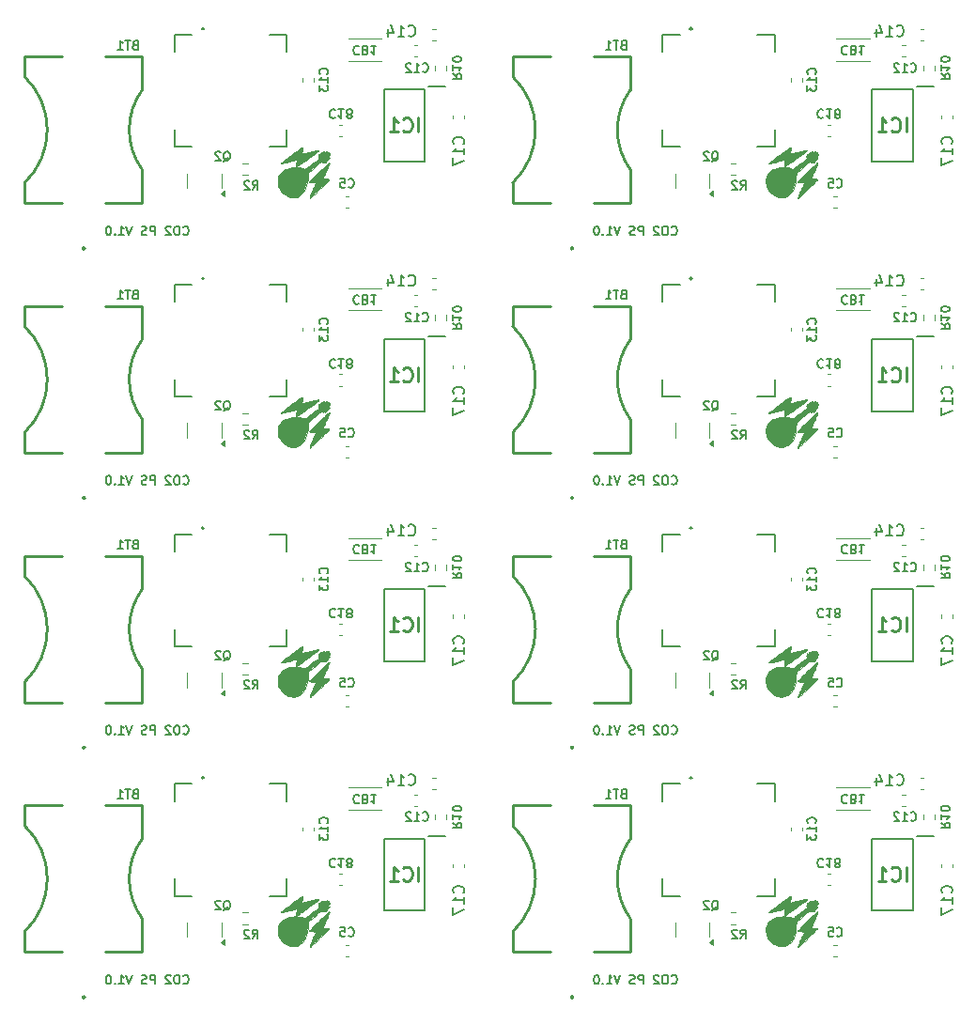
<source format=gbr>
%TF.GenerationSoftware,KiCad,Pcbnew,8.0.0*%
%TF.CreationDate,2024-05-28T16:04:12+09:00*%
%TF.ProjectId,Panel,50616e65-6c2e-46b6-9963-61645f706362,rev?*%
%TF.SameCoordinates,Original*%
%TF.FileFunction,Legend,Bot*%
%TF.FilePolarity,Positive*%
%FSLAX46Y46*%
G04 Gerber Fmt 4.6, Leading zero omitted, Abs format (unit mm)*
G04 Created by KiCad (PCBNEW 8.0.0) date 2024-05-28 16:04:12*
%MOMM*%
%LPD*%
G01*
G04 APERTURE LIST*
%ADD10C,0.130000*%
%ADD11C,0.150000*%
%ADD12C,0.254000*%
%ADD13C,0.120000*%
%ADD14C,0.010000*%
%ADD15C,0.200000*%
%ADD16C,0.100000*%
G04 APERTURE END LIST*
D10*
X121744619Y-39662279D02*
X121782715Y-39700375D01*
X121782715Y-39700375D02*
X121897000Y-39738470D01*
X121897000Y-39738470D02*
X121973191Y-39738470D01*
X121973191Y-39738470D02*
X122087477Y-39700375D01*
X122087477Y-39700375D02*
X122163667Y-39624184D01*
X122163667Y-39624184D02*
X122201762Y-39547994D01*
X122201762Y-39547994D02*
X122239858Y-39395613D01*
X122239858Y-39395613D02*
X122239858Y-39281327D01*
X122239858Y-39281327D02*
X122201762Y-39128946D01*
X122201762Y-39128946D02*
X122163667Y-39052755D01*
X122163667Y-39052755D02*
X122087477Y-38976565D01*
X122087477Y-38976565D02*
X121973191Y-38938470D01*
X121973191Y-38938470D02*
X121897000Y-38938470D01*
X121897000Y-38938470D02*
X121782715Y-38976565D01*
X121782715Y-38976565D02*
X121744619Y-39014660D01*
X121249381Y-38938470D02*
X121097000Y-38938470D01*
X121097000Y-38938470D02*
X121020810Y-38976565D01*
X121020810Y-38976565D02*
X120944619Y-39052755D01*
X120944619Y-39052755D02*
X120906524Y-39205136D01*
X120906524Y-39205136D02*
X120906524Y-39471803D01*
X120906524Y-39471803D02*
X120944619Y-39624184D01*
X120944619Y-39624184D02*
X121020810Y-39700375D01*
X121020810Y-39700375D02*
X121097000Y-39738470D01*
X121097000Y-39738470D02*
X121249381Y-39738470D01*
X121249381Y-39738470D02*
X121325572Y-39700375D01*
X121325572Y-39700375D02*
X121401762Y-39624184D01*
X121401762Y-39624184D02*
X121439858Y-39471803D01*
X121439858Y-39471803D02*
X121439858Y-39205136D01*
X121439858Y-39205136D02*
X121401762Y-39052755D01*
X121401762Y-39052755D02*
X121325572Y-38976565D01*
X121325572Y-38976565D02*
X121249381Y-38938470D01*
X120601763Y-39014660D02*
X120563667Y-38976565D01*
X120563667Y-38976565D02*
X120487477Y-38938470D01*
X120487477Y-38938470D02*
X120297001Y-38938470D01*
X120297001Y-38938470D02*
X120220810Y-38976565D01*
X120220810Y-38976565D02*
X120182715Y-39014660D01*
X120182715Y-39014660D02*
X120144620Y-39090851D01*
X120144620Y-39090851D02*
X120144620Y-39167041D01*
X120144620Y-39167041D02*
X120182715Y-39281327D01*
X120182715Y-39281327D02*
X120639858Y-39738470D01*
X120639858Y-39738470D02*
X120144620Y-39738470D01*
X119192238Y-39738470D02*
X119192238Y-38938470D01*
X119192238Y-38938470D02*
X118887476Y-38938470D01*
X118887476Y-38938470D02*
X118811286Y-38976565D01*
X118811286Y-38976565D02*
X118773191Y-39014660D01*
X118773191Y-39014660D02*
X118735095Y-39090851D01*
X118735095Y-39090851D02*
X118735095Y-39205136D01*
X118735095Y-39205136D02*
X118773191Y-39281327D01*
X118773191Y-39281327D02*
X118811286Y-39319422D01*
X118811286Y-39319422D02*
X118887476Y-39357517D01*
X118887476Y-39357517D02*
X119192238Y-39357517D01*
X118430334Y-39700375D02*
X118316048Y-39738470D01*
X118316048Y-39738470D02*
X118125572Y-39738470D01*
X118125572Y-39738470D02*
X118049381Y-39700375D01*
X118049381Y-39700375D02*
X118011286Y-39662279D01*
X118011286Y-39662279D02*
X117973191Y-39586089D01*
X117973191Y-39586089D02*
X117973191Y-39509898D01*
X117973191Y-39509898D02*
X118011286Y-39433708D01*
X118011286Y-39433708D02*
X118049381Y-39395613D01*
X118049381Y-39395613D02*
X118125572Y-39357517D01*
X118125572Y-39357517D02*
X118277953Y-39319422D01*
X118277953Y-39319422D02*
X118354143Y-39281327D01*
X118354143Y-39281327D02*
X118392238Y-39243232D01*
X118392238Y-39243232D02*
X118430334Y-39167041D01*
X118430334Y-39167041D02*
X118430334Y-39090851D01*
X118430334Y-39090851D02*
X118392238Y-39014660D01*
X118392238Y-39014660D02*
X118354143Y-38976565D01*
X118354143Y-38976565D02*
X118277953Y-38938470D01*
X118277953Y-38938470D02*
X118087476Y-38938470D01*
X118087476Y-38938470D02*
X117973191Y-38976565D01*
X117135095Y-38938470D02*
X116868428Y-39738470D01*
X116868428Y-39738470D02*
X116601762Y-38938470D01*
X115916048Y-39738470D02*
X116373191Y-39738470D01*
X116144619Y-39738470D02*
X116144619Y-38938470D01*
X116144619Y-38938470D02*
X116220810Y-39052755D01*
X116220810Y-39052755D02*
X116297000Y-39128946D01*
X116297000Y-39128946D02*
X116373191Y-39167041D01*
X115573190Y-39662279D02*
X115535095Y-39700375D01*
X115535095Y-39700375D02*
X115573190Y-39738470D01*
X115573190Y-39738470D02*
X115611286Y-39700375D01*
X115611286Y-39700375D02*
X115573190Y-39662279D01*
X115573190Y-39662279D02*
X115573190Y-39738470D01*
X115039857Y-38938470D02*
X114963667Y-38938470D01*
X114963667Y-38938470D02*
X114887476Y-38976565D01*
X114887476Y-38976565D02*
X114849381Y-39014660D01*
X114849381Y-39014660D02*
X114811286Y-39090851D01*
X114811286Y-39090851D02*
X114773191Y-39243232D01*
X114773191Y-39243232D02*
X114773191Y-39433708D01*
X114773191Y-39433708D02*
X114811286Y-39586089D01*
X114811286Y-39586089D02*
X114849381Y-39662279D01*
X114849381Y-39662279D02*
X114887476Y-39700375D01*
X114887476Y-39700375D02*
X114963667Y-39738470D01*
X114963667Y-39738470D02*
X115039857Y-39738470D01*
X115039857Y-39738470D02*
X115116048Y-39700375D01*
X115116048Y-39700375D02*
X115154143Y-39662279D01*
X115154143Y-39662279D02*
X115192238Y-39586089D01*
X115192238Y-39586089D02*
X115230334Y-39433708D01*
X115230334Y-39433708D02*
X115230334Y-39243232D01*
X115230334Y-39243232D02*
X115192238Y-39090851D01*
X115192238Y-39090851D02*
X115154143Y-39014660D01*
X115154143Y-39014660D02*
X115116048Y-38976565D01*
X115116048Y-38976565D02*
X115039857Y-38938470D01*
X121744619Y-107162279D02*
X121782715Y-107200375D01*
X121782715Y-107200375D02*
X121897000Y-107238470D01*
X121897000Y-107238470D02*
X121973191Y-107238470D01*
X121973191Y-107238470D02*
X122087477Y-107200375D01*
X122087477Y-107200375D02*
X122163667Y-107124184D01*
X122163667Y-107124184D02*
X122201762Y-107047994D01*
X122201762Y-107047994D02*
X122239858Y-106895613D01*
X122239858Y-106895613D02*
X122239858Y-106781327D01*
X122239858Y-106781327D02*
X122201762Y-106628946D01*
X122201762Y-106628946D02*
X122163667Y-106552755D01*
X122163667Y-106552755D02*
X122087477Y-106476565D01*
X122087477Y-106476565D02*
X121973191Y-106438470D01*
X121973191Y-106438470D02*
X121897000Y-106438470D01*
X121897000Y-106438470D02*
X121782715Y-106476565D01*
X121782715Y-106476565D02*
X121744619Y-106514660D01*
X121249381Y-106438470D02*
X121097000Y-106438470D01*
X121097000Y-106438470D02*
X121020810Y-106476565D01*
X121020810Y-106476565D02*
X120944619Y-106552755D01*
X120944619Y-106552755D02*
X120906524Y-106705136D01*
X120906524Y-106705136D02*
X120906524Y-106971803D01*
X120906524Y-106971803D02*
X120944619Y-107124184D01*
X120944619Y-107124184D02*
X121020810Y-107200375D01*
X121020810Y-107200375D02*
X121097000Y-107238470D01*
X121097000Y-107238470D02*
X121249381Y-107238470D01*
X121249381Y-107238470D02*
X121325572Y-107200375D01*
X121325572Y-107200375D02*
X121401762Y-107124184D01*
X121401762Y-107124184D02*
X121439858Y-106971803D01*
X121439858Y-106971803D02*
X121439858Y-106705136D01*
X121439858Y-106705136D02*
X121401762Y-106552755D01*
X121401762Y-106552755D02*
X121325572Y-106476565D01*
X121325572Y-106476565D02*
X121249381Y-106438470D01*
X120601763Y-106514660D02*
X120563667Y-106476565D01*
X120563667Y-106476565D02*
X120487477Y-106438470D01*
X120487477Y-106438470D02*
X120297001Y-106438470D01*
X120297001Y-106438470D02*
X120220810Y-106476565D01*
X120220810Y-106476565D02*
X120182715Y-106514660D01*
X120182715Y-106514660D02*
X120144620Y-106590851D01*
X120144620Y-106590851D02*
X120144620Y-106667041D01*
X120144620Y-106667041D02*
X120182715Y-106781327D01*
X120182715Y-106781327D02*
X120639858Y-107238470D01*
X120639858Y-107238470D02*
X120144620Y-107238470D01*
X119192238Y-107238470D02*
X119192238Y-106438470D01*
X119192238Y-106438470D02*
X118887476Y-106438470D01*
X118887476Y-106438470D02*
X118811286Y-106476565D01*
X118811286Y-106476565D02*
X118773191Y-106514660D01*
X118773191Y-106514660D02*
X118735095Y-106590851D01*
X118735095Y-106590851D02*
X118735095Y-106705136D01*
X118735095Y-106705136D02*
X118773191Y-106781327D01*
X118773191Y-106781327D02*
X118811286Y-106819422D01*
X118811286Y-106819422D02*
X118887476Y-106857517D01*
X118887476Y-106857517D02*
X119192238Y-106857517D01*
X118430334Y-107200375D02*
X118316048Y-107238470D01*
X118316048Y-107238470D02*
X118125572Y-107238470D01*
X118125572Y-107238470D02*
X118049381Y-107200375D01*
X118049381Y-107200375D02*
X118011286Y-107162279D01*
X118011286Y-107162279D02*
X117973191Y-107086089D01*
X117973191Y-107086089D02*
X117973191Y-107009898D01*
X117973191Y-107009898D02*
X118011286Y-106933708D01*
X118011286Y-106933708D02*
X118049381Y-106895613D01*
X118049381Y-106895613D02*
X118125572Y-106857517D01*
X118125572Y-106857517D02*
X118277953Y-106819422D01*
X118277953Y-106819422D02*
X118354143Y-106781327D01*
X118354143Y-106781327D02*
X118392238Y-106743232D01*
X118392238Y-106743232D02*
X118430334Y-106667041D01*
X118430334Y-106667041D02*
X118430334Y-106590851D01*
X118430334Y-106590851D02*
X118392238Y-106514660D01*
X118392238Y-106514660D02*
X118354143Y-106476565D01*
X118354143Y-106476565D02*
X118277953Y-106438470D01*
X118277953Y-106438470D02*
X118087476Y-106438470D01*
X118087476Y-106438470D02*
X117973191Y-106476565D01*
X117135095Y-106438470D02*
X116868428Y-107238470D01*
X116868428Y-107238470D02*
X116601762Y-106438470D01*
X115916048Y-107238470D02*
X116373191Y-107238470D01*
X116144619Y-107238470D02*
X116144619Y-106438470D01*
X116144619Y-106438470D02*
X116220810Y-106552755D01*
X116220810Y-106552755D02*
X116297000Y-106628946D01*
X116297000Y-106628946D02*
X116373191Y-106667041D01*
X115573190Y-107162279D02*
X115535095Y-107200375D01*
X115535095Y-107200375D02*
X115573190Y-107238470D01*
X115573190Y-107238470D02*
X115611286Y-107200375D01*
X115611286Y-107200375D02*
X115573190Y-107162279D01*
X115573190Y-107162279D02*
X115573190Y-107238470D01*
X115039857Y-106438470D02*
X114963667Y-106438470D01*
X114963667Y-106438470D02*
X114887476Y-106476565D01*
X114887476Y-106476565D02*
X114849381Y-106514660D01*
X114849381Y-106514660D02*
X114811286Y-106590851D01*
X114811286Y-106590851D02*
X114773191Y-106743232D01*
X114773191Y-106743232D02*
X114773191Y-106933708D01*
X114773191Y-106933708D02*
X114811286Y-107086089D01*
X114811286Y-107086089D02*
X114849381Y-107162279D01*
X114849381Y-107162279D02*
X114887476Y-107200375D01*
X114887476Y-107200375D02*
X114963667Y-107238470D01*
X114963667Y-107238470D02*
X115039857Y-107238470D01*
X115039857Y-107238470D02*
X115116048Y-107200375D01*
X115116048Y-107200375D02*
X115154143Y-107162279D01*
X115154143Y-107162279D02*
X115192238Y-107086089D01*
X115192238Y-107086089D02*
X115230334Y-106933708D01*
X115230334Y-106933708D02*
X115230334Y-106743232D01*
X115230334Y-106743232D02*
X115192238Y-106590851D01*
X115192238Y-106590851D02*
X115154143Y-106514660D01*
X115154143Y-106514660D02*
X115116048Y-106476565D01*
X115116048Y-106476565D02*
X115039857Y-106438470D01*
X165744619Y-39662279D02*
X165782715Y-39700375D01*
X165782715Y-39700375D02*
X165897000Y-39738470D01*
X165897000Y-39738470D02*
X165973191Y-39738470D01*
X165973191Y-39738470D02*
X166087477Y-39700375D01*
X166087477Y-39700375D02*
X166163667Y-39624184D01*
X166163667Y-39624184D02*
X166201762Y-39547994D01*
X166201762Y-39547994D02*
X166239858Y-39395613D01*
X166239858Y-39395613D02*
X166239858Y-39281327D01*
X166239858Y-39281327D02*
X166201762Y-39128946D01*
X166201762Y-39128946D02*
X166163667Y-39052755D01*
X166163667Y-39052755D02*
X166087477Y-38976565D01*
X166087477Y-38976565D02*
X165973191Y-38938470D01*
X165973191Y-38938470D02*
X165897000Y-38938470D01*
X165897000Y-38938470D02*
X165782715Y-38976565D01*
X165782715Y-38976565D02*
X165744619Y-39014660D01*
X165249381Y-38938470D02*
X165097000Y-38938470D01*
X165097000Y-38938470D02*
X165020810Y-38976565D01*
X165020810Y-38976565D02*
X164944619Y-39052755D01*
X164944619Y-39052755D02*
X164906524Y-39205136D01*
X164906524Y-39205136D02*
X164906524Y-39471803D01*
X164906524Y-39471803D02*
X164944619Y-39624184D01*
X164944619Y-39624184D02*
X165020810Y-39700375D01*
X165020810Y-39700375D02*
X165097000Y-39738470D01*
X165097000Y-39738470D02*
X165249381Y-39738470D01*
X165249381Y-39738470D02*
X165325572Y-39700375D01*
X165325572Y-39700375D02*
X165401762Y-39624184D01*
X165401762Y-39624184D02*
X165439858Y-39471803D01*
X165439858Y-39471803D02*
X165439858Y-39205136D01*
X165439858Y-39205136D02*
X165401762Y-39052755D01*
X165401762Y-39052755D02*
X165325572Y-38976565D01*
X165325572Y-38976565D02*
X165249381Y-38938470D01*
X164601763Y-39014660D02*
X164563667Y-38976565D01*
X164563667Y-38976565D02*
X164487477Y-38938470D01*
X164487477Y-38938470D02*
X164297001Y-38938470D01*
X164297001Y-38938470D02*
X164220810Y-38976565D01*
X164220810Y-38976565D02*
X164182715Y-39014660D01*
X164182715Y-39014660D02*
X164144620Y-39090851D01*
X164144620Y-39090851D02*
X164144620Y-39167041D01*
X164144620Y-39167041D02*
X164182715Y-39281327D01*
X164182715Y-39281327D02*
X164639858Y-39738470D01*
X164639858Y-39738470D02*
X164144620Y-39738470D01*
X163192238Y-39738470D02*
X163192238Y-38938470D01*
X163192238Y-38938470D02*
X162887476Y-38938470D01*
X162887476Y-38938470D02*
X162811286Y-38976565D01*
X162811286Y-38976565D02*
X162773191Y-39014660D01*
X162773191Y-39014660D02*
X162735095Y-39090851D01*
X162735095Y-39090851D02*
X162735095Y-39205136D01*
X162735095Y-39205136D02*
X162773191Y-39281327D01*
X162773191Y-39281327D02*
X162811286Y-39319422D01*
X162811286Y-39319422D02*
X162887476Y-39357517D01*
X162887476Y-39357517D02*
X163192238Y-39357517D01*
X162430334Y-39700375D02*
X162316048Y-39738470D01*
X162316048Y-39738470D02*
X162125572Y-39738470D01*
X162125572Y-39738470D02*
X162049381Y-39700375D01*
X162049381Y-39700375D02*
X162011286Y-39662279D01*
X162011286Y-39662279D02*
X161973191Y-39586089D01*
X161973191Y-39586089D02*
X161973191Y-39509898D01*
X161973191Y-39509898D02*
X162011286Y-39433708D01*
X162011286Y-39433708D02*
X162049381Y-39395613D01*
X162049381Y-39395613D02*
X162125572Y-39357517D01*
X162125572Y-39357517D02*
X162277953Y-39319422D01*
X162277953Y-39319422D02*
X162354143Y-39281327D01*
X162354143Y-39281327D02*
X162392238Y-39243232D01*
X162392238Y-39243232D02*
X162430334Y-39167041D01*
X162430334Y-39167041D02*
X162430334Y-39090851D01*
X162430334Y-39090851D02*
X162392238Y-39014660D01*
X162392238Y-39014660D02*
X162354143Y-38976565D01*
X162354143Y-38976565D02*
X162277953Y-38938470D01*
X162277953Y-38938470D02*
X162087476Y-38938470D01*
X162087476Y-38938470D02*
X161973191Y-38976565D01*
X161135095Y-38938470D02*
X160868428Y-39738470D01*
X160868428Y-39738470D02*
X160601762Y-38938470D01*
X159916048Y-39738470D02*
X160373191Y-39738470D01*
X160144619Y-39738470D02*
X160144619Y-38938470D01*
X160144619Y-38938470D02*
X160220810Y-39052755D01*
X160220810Y-39052755D02*
X160297000Y-39128946D01*
X160297000Y-39128946D02*
X160373191Y-39167041D01*
X159573190Y-39662279D02*
X159535095Y-39700375D01*
X159535095Y-39700375D02*
X159573190Y-39738470D01*
X159573190Y-39738470D02*
X159611286Y-39700375D01*
X159611286Y-39700375D02*
X159573190Y-39662279D01*
X159573190Y-39662279D02*
X159573190Y-39738470D01*
X159039857Y-38938470D02*
X158963667Y-38938470D01*
X158963667Y-38938470D02*
X158887476Y-38976565D01*
X158887476Y-38976565D02*
X158849381Y-39014660D01*
X158849381Y-39014660D02*
X158811286Y-39090851D01*
X158811286Y-39090851D02*
X158773191Y-39243232D01*
X158773191Y-39243232D02*
X158773191Y-39433708D01*
X158773191Y-39433708D02*
X158811286Y-39586089D01*
X158811286Y-39586089D02*
X158849381Y-39662279D01*
X158849381Y-39662279D02*
X158887476Y-39700375D01*
X158887476Y-39700375D02*
X158963667Y-39738470D01*
X158963667Y-39738470D02*
X159039857Y-39738470D01*
X159039857Y-39738470D02*
X159116048Y-39700375D01*
X159116048Y-39700375D02*
X159154143Y-39662279D01*
X159154143Y-39662279D02*
X159192238Y-39586089D01*
X159192238Y-39586089D02*
X159230334Y-39433708D01*
X159230334Y-39433708D02*
X159230334Y-39243232D01*
X159230334Y-39243232D02*
X159192238Y-39090851D01*
X159192238Y-39090851D02*
X159154143Y-39014660D01*
X159154143Y-39014660D02*
X159116048Y-38976565D01*
X159116048Y-38976565D02*
X159039857Y-38938470D01*
X165744619Y-84662279D02*
X165782715Y-84700375D01*
X165782715Y-84700375D02*
X165897000Y-84738470D01*
X165897000Y-84738470D02*
X165973191Y-84738470D01*
X165973191Y-84738470D02*
X166087477Y-84700375D01*
X166087477Y-84700375D02*
X166163667Y-84624184D01*
X166163667Y-84624184D02*
X166201762Y-84547994D01*
X166201762Y-84547994D02*
X166239858Y-84395613D01*
X166239858Y-84395613D02*
X166239858Y-84281327D01*
X166239858Y-84281327D02*
X166201762Y-84128946D01*
X166201762Y-84128946D02*
X166163667Y-84052755D01*
X166163667Y-84052755D02*
X166087477Y-83976565D01*
X166087477Y-83976565D02*
X165973191Y-83938470D01*
X165973191Y-83938470D02*
X165897000Y-83938470D01*
X165897000Y-83938470D02*
X165782715Y-83976565D01*
X165782715Y-83976565D02*
X165744619Y-84014660D01*
X165249381Y-83938470D02*
X165097000Y-83938470D01*
X165097000Y-83938470D02*
X165020810Y-83976565D01*
X165020810Y-83976565D02*
X164944619Y-84052755D01*
X164944619Y-84052755D02*
X164906524Y-84205136D01*
X164906524Y-84205136D02*
X164906524Y-84471803D01*
X164906524Y-84471803D02*
X164944619Y-84624184D01*
X164944619Y-84624184D02*
X165020810Y-84700375D01*
X165020810Y-84700375D02*
X165097000Y-84738470D01*
X165097000Y-84738470D02*
X165249381Y-84738470D01*
X165249381Y-84738470D02*
X165325572Y-84700375D01*
X165325572Y-84700375D02*
X165401762Y-84624184D01*
X165401762Y-84624184D02*
X165439858Y-84471803D01*
X165439858Y-84471803D02*
X165439858Y-84205136D01*
X165439858Y-84205136D02*
X165401762Y-84052755D01*
X165401762Y-84052755D02*
X165325572Y-83976565D01*
X165325572Y-83976565D02*
X165249381Y-83938470D01*
X164601763Y-84014660D02*
X164563667Y-83976565D01*
X164563667Y-83976565D02*
X164487477Y-83938470D01*
X164487477Y-83938470D02*
X164297001Y-83938470D01*
X164297001Y-83938470D02*
X164220810Y-83976565D01*
X164220810Y-83976565D02*
X164182715Y-84014660D01*
X164182715Y-84014660D02*
X164144620Y-84090851D01*
X164144620Y-84090851D02*
X164144620Y-84167041D01*
X164144620Y-84167041D02*
X164182715Y-84281327D01*
X164182715Y-84281327D02*
X164639858Y-84738470D01*
X164639858Y-84738470D02*
X164144620Y-84738470D01*
X163192238Y-84738470D02*
X163192238Y-83938470D01*
X163192238Y-83938470D02*
X162887476Y-83938470D01*
X162887476Y-83938470D02*
X162811286Y-83976565D01*
X162811286Y-83976565D02*
X162773191Y-84014660D01*
X162773191Y-84014660D02*
X162735095Y-84090851D01*
X162735095Y-84090851D02*
X162735095Y-84205136D01*
X162735095Y-84205136D02*
X162773191Y-84281327D01*
X162773191Y-84281327D02*
X162811286Y-84319422D01*
X162811286Y-84319422D02*
X162887476Y-84357517D01*
X162887476Y-84357517D02*
X163192238Y-84357517D01*
X162430334Y-84700375D02*
X162316048Y-84738470D01*
X162316048Y-84738470D02*
X162125572Y-84738470D01*
X162125572Y-84738470D02*
X162049381Y-84700375D01*
X162049381Y-84700375D02*
X162011286Y-84662279D01*
X162011286Y-84662279D02*
X161973191Y-84586089D01*
X161973191Y-84586089D02*
X161973191Y-84509898D01*
X161973191Y-84509898D02*
X162011286Y-84433708D01*
X162011286Y-84433708D02*
X162049381Y-84395613D01*
X162049381Y-84395613D02*
X162125572Y-84357517D01*
X162125572Y-84357517D02*
X162277953Y-84319422D01*
X162277953Y-84319422D02*
X162354143Y-84281327D01*
X162354143Y-84281327D02*
X162392238Y-84243232D01*
X162392238Y-84243232D02*
X162430334Y-84167041D01*
X162430334Y-84167041D02*
X162430334Y-84090851D01*
X162430334Y-84090851D02*
X162392238Y-84014660D01*
X162392238Y-84014660D02*
X162354143Y-83976565D01*
X162354143Y-83976565D02*
X162277953Y-83938470D01*
X162277953Y-83938470D02*
X162087476Y-83938470D01*
X162087476Y-83938470D02*
X161973191Y-83976565D01*
X161135095Y-83938470D02*
X160868428Y-84738470D01*
X160868428Y-84738470D02*
X160601762Y-83938470D01*
X159916048Y-84738470D02*
X160373191Y-84738470D01*
X160144619Y-84738470D02*
X160144619Y-83938470D01*
X160144619Y-83938470D02*
X160220810Y-84052755D01*
X160220810Y-84052755D02*
X160297000Y-84128946D01*
X160297000Y-84128946D02*
X160373191Y-84167041D01*
X159573190Y-84662279D02*
X159535095Y-84700375D01*
X159535095Y-84700375D02*
X159573190Y-84738470D01*
X159573190Y-84738470D02*
X159611286Y-84700375D01*
X159611286Y-84700375D02*
X159573190Y-84662279D01*
X159573190Y-84662279D02*
X159573190Y-84738470D01*
X159039857Y-83938470D02*
X158963667Y-83938470D01*
X158963667Y-83938470D02*
X158887476Y-83976565D01*
X158887476Y-83976565D02*
X158849381Y-84014660D01*
X158849381Y-84014660D02*
X158811286Y-84090851D01*
X158811286Y-84090851D02*
X158773191Y-84243232D01*
X158773191Y-84243232D02*
X158773191Y-84433708D01*
X158773191Y-84433708D02*
X158811286Y-84586089D01*
X158811286Y-84586089D02*
X158849381Y-84662279D01*
X158849381Y-84662279D02*
X158887476Y-84700375D01*
X158887476Y-84700375D02*
X158963667Y-84738470D01*
X158963667Y-84738470D02*
X159039857Y-84738470D01*
X159039857Y-84738470D02*
X159116048Y-84700375D01*
X159116048Y-84700375D02*
X159154143Y-84662279D01*
X159154143Y-84662279D02*
X159192238Y-84586089D01*
X159192238Y-84586089D02*
X159230334Y-84433708D01*
X159230334Y-84433708D02*
X159230334Y-84243232D01*
X159230334Y-84243232D02*
X159192238Y-84090851D01*
X159192238Y-84090851D02*
X159154143Y-84014660D01*
X159154143Y-84014660D02*
X159116048Y-83976565D01*
X159116048Y-83976565D02*
X159039857Y-83938470D01*
X121744619Y-62162279D02*
X121782715Y-62200375D01*
X121782715Y-62200375D02*
X121897000Y-62238470D01*
X121897000Y-62238470D02*
X121973191Y-62238470D01*
X121973191Y-62238470D02*
X122087477Y-62200375D01*
X122087477Y-62200375D02*
X122163667Y-62124184D01*
X122163667Y-62124184D02*
X122201762Y-62047994D01*
X122201762Y-62047994D02*
X122239858Y-61895613D01*
X122239858Y-61895613D02*
X122239858Y-61781327D01*
X122239858Y-61781327D02*
X122201762Y-61628946D01*
X122201762Y-61628946D02*
X122163667Y-61552755D01*
X122163667Y-61552755D02*
X122087477Y-61476565D01*
X122087477Y-61476565D02*
X121973191Y-61438470D01*
X121973191Y-61438470D02*
X121897000Y-61438470D01*
X121897000Y-61438470D02*
X121782715Y-61476565D01*
X121782715Y-61476565D02*
X121744619Y-61514660D01*
X121249381Y-61438470D02*
X121097000Y-61438470D01*
X121097000Y-61438470D02*
X121020810Y-61476565D01*
X121020810Y-61476565D02*
X120944619Y-61552755D01*
X120944619Y-61552755D02*
X120906524Y-61705136D01*
X120906524Y-61705136D02*
X120906524Y-61971803D01*
X120906524Y-61971803D02*
X120944619Y-62124184D01*
X120944619Y-62124184D02*
X121020810Y-62200375D01*
X121020810Y-62200375D02*
X121097000Y-62238470D01*
X121097000Y-62238470D02*
X121249381Y-62238470D01*
X121249381Y-62238470D02*
X121325572Y-62200375D01*
X121325572Y-62200375D02*
X121401762Y-62124184D01*
X121401762Y-62124184D02*
X121439858Y-61971803D01*
X121439858Y-61971803D02*
X121439858Y-61705136D01*
X121439858Y-61705136D02*
X121401762Y-61552755D01*
X121401762Y-61552755D02*
X121325572Y-61476565D01*
X121325572Y-61476565D02*
X121249381Y-61438470D01*
X120601763Y-61514660D02*
X120563667Y-61476565D01*
X120563667Y-61476565D02*
X120487477Y-61438470D01*
X120487477Y-61438470D02*
X120297001Y-61438470D01*
X120297001Y-61438470D02*
X120220810Y-61476565D01*
X120220810Y-61476565D02*
X120182715Y-61514660D01*
X120182715Y-61514660D02*
X120144620Y-61590851D01*
X120144620Y-61590851D02*
X120144620Y-61667041D01*
X120144620Y-61667041D02*
X120182715Y-61781327D01*
X120182715Y-61781327D02*
X120639858Y-62238470D01*
X120639858Y-62238470D02*
X120144620Y-62238470D01*
X119192238Y-62238470D02*
X119192238Y-61438470D01*
X119192238Y-61438470D02*
X118887476Y-61438470D01*
X118887476Y-61438470D02*
X118811286Y-61476565D01*
X118811286Y-61476565D02*
X118773191Y-61514660D01*
X118773191Y-61514660D02*
X118735095Y-61590851D01*
X118735095Y-61590851D02*
X118735095Y-61705136D01*
X118735095Y-61705136D02*
X118773191Y-61781327D01*
X118773191Y-61781327D02*
X118811286Y-61819422D01*
X118811286Y-61819422D02*
X118887476Y-61857517D01*
X118887476Y-61857517D02*
X119192238Y-61857517D01*
X118430334Y-62200375D02*
X118316048Y-62238470D01*
X118316048Y-62238470D02*
X118125572Y-62238470D01*
X118125572Y-62238470D02*
X118049381Y-62200375D01*
X118049381Y-62200375D02*
X118011286Y-62162279D01*
X118011286Y-62162279D02*
X117973191Y-62086089D01*
X117973191Y-62086089D02*
X117973191Y-62009898D01*
X117973191Y-62009898D02*
X118011286Y-61933708D01*
X118011286Y-61933708D02*
X118049381Y-61895613D01*
X118049381Y-61895613D02*
X118125572Y-61857517D01*
X118125572Y-61857517D02*
X118277953Y-61819422D01*
X118277953Y-61819422D02*
X118354143Y-61781327D01*
X118354143Y-61781327D02*
X118392238Y-61743232D01*
X118392238Y-61743232D02*
X118430334Y-61667041D01*
X118430334Y-61667041D02*
X118430334Y-61590851D01*
X118430334Y-61590851D02*
X118392238Y-61514660D01*
X118392238Y-61514660D02*
X118354143Y-61476565D01*
X118354143Y-61476565D02*
X118277953Y-61438470D01*
X118277953Y-61438470D02*
X118087476Y-61438470D01*
X118087476Y-61438470D02*
X117973191Y-61476565D01*
X117135095Y-61438470D02*
X116868428Y-62238470D01*
X116868428Y-62238470D02*
X116601762Y-61438470D01*
X115916048Y-62238470D02*
X116373191Y-62238470D01*
X116144619Y-62238470D02*
X116144619Y-61438470D01*
X116144619Y-61438470D02*
X116220810Y-61552755D01*
X116220810Y-61552755D02*
X116297000Y-61628946D01*
X116297000Y-61628946D02*
X116373191Y-61667041D01*
X115573190Y-62162279D02*
X115535095Y-62200375D01*
X115535095Y-62200375D02*
X115573190Y-62238470D01*
X115573190Y-62238470D02*
X115611286Y-62200375D01*
X115611286Y-62200375D02*
X115573190Y-62162279D01*
X115573190Y-62162279D02*
X115573190Y-62238470D01*
X115039857Y-61438470D02*
X114963667Y-61438470D01*
X114963667Y-61438470D02*
X114887476Y-61476565D01*
X114887476Y-61476565D02*
X114849381Y-61514660D01*
X114849381Y-61514660D02*
X114811286Y-61590851D01*
X114811286Y-61590851D02*
X114773191Y-61743232D01*
X114773191Y-61743232D02*
X114773191Y-61933708D01*
X114773191Y-61933708D02*
X114811286Y-62086089D01*
X114811286Y-62086089D02*
X114849381Y-62162279D01*
X114849381Y-62162279D02*
X114887476Y-62200375D01*
X114887476Y-62200375D02*
X114963667Y-62238470D01*
X114963667Y-62238470D02*
X115039857Y-62238470D01*
X115039857Y-62238470D02*
X115116048Y-62200375D01*
X115116048Y-62200375D02*
X115154143Y-62162279D01*
X115154143Y-62162279D02*
X115192238Y-62086089D01*
X115192238Y-62086089D02*
X115230334Y-61933708D01*
X115230334Y-61933708D02*
X115230334Y-61743232D01*
X115230334Y-61743232D02*
X115192238Y-61590851D01*
X115192238Y-61590851D02*
X115154143Y-61514660D01*
X115154143Y-61514660D02*
X115116048Y-61476565D01*
X115116048Y-61476565D02*
X115039857Y-61438470D01*
X165744619Y-107162279D02*
X165782715Y-107200375D01*
X165782715Y-107200375D02*
X165897000Y-107238470D01*
X165897000Y-107238470D02*
X165973191Y-107238470D01*
X165973191Y-107238470D02*
X166087477Y-107200375D01*
X166087477Y-107200375D02*
X166163667Y-107124184D01*
X166163667Y-107124184D02*
X166201762Y-107047994D01*
X166201762Y-107047994D02*
X166239858Y-106895613D01*
X166239858Y-106895613D02*
X166239858Y-106781327D01*
X166239858Y-106781327D02*
X166201762Y-106628946D01*
X166201762Y-106628946D02*
X166163667Y-106552755D01*
X166163667Y-106552755D02*
X166087477Y-106476565D01*
X166087477Y-106476565D02*
X165973191Y-106438470D01*
X165973191Y-106438470D02*
X165897000Y-106438470D01*
X165897000Y-106438470D02*
X165782715Y-106476565D01*
X165782715Y-106476565D02*
X165744619Y-106514660D01*
X165249381Y-106438470D02*
X165097000Y-106438470D01*
X165097000Y-106438470D02*
X165020810Y-106476565D01*
X165020810Y-106476565D02*
X164944619Y-106552755D01*
X164944619Y-106552755D02*
X164906524Y-106705136D01*
X164906524Y-106705136D02*
X164906524Y-106971803D01*
X164906524Y-106971803D02*
X164944619Y-107124184D01*
X164944619Y-107124184D02*
X165020810Y-107200375D01*
X165020810Y-107200375D02*
X165097000Y-107238470D01*
X165097000Y-107238470D02*
X165249381Y-107238470D01*
X165249381Y-107238470D02*
X165325572Y-107200375D01*
X165325572Y-107200375D02*
X165401762Y-107124184D01*
X165401762Y-107124184D02*
X165439858Y-106971803D01*
X165439858Y-106971803D02*
X165439858Y-106705136D01*
X165439858Y-106705136D02*
X165401762Y-106552755D01*
X165401762Y-106552755D02*
X165325572Y-106476565D01*
X165325572Y-106476565D02*
X165249381Y-106438470D01*
X164601763Y-106514660D02*
X164563667Y-106476565D01*
X164563667Y-106476565D02*
X164487477Y-106438470D01*
X164487477Y-106438470D02*
X164297001Y-106438470D01*
X164297001Y-106438470D02*
X164220810Y-106476565D01*
X164220810Y-106476565D02*
X164182715Y-106514660D01*
X164182715Y-106514660D02*
X164144620Y-106590851D01*
X164144620Y-106590851D02*
X164144620Y-106667041D01*
X164144620Y-106667041D02*
X164182715Y-106781327D01*
X164182715Y-106781327D02*
X164639858Y-107238470D01*
X164639858Y-107238470D02*
X164144620Y-107238470D01*
X163192238Y-107238470D02*
X163192238Y-106438470D01*
X163192238Y-106438470D02*
X162887476Y-106438470D01*
X162887476Y-106438470D02*
X162811286Y-106476565D01*
X162811286Y-106476565D02*
X162773191Y-106514660D01*
X162773191Y-106514660D02*
X162735095Y-106590851D01*
X162735095Y-106590851D02*
X162735095Y-106705136D01*
X162735095Y-106705136D02*
X162773191Y-106781327D01*
X162773191Y-106781327D02*
X162811286Y-106819422D01*
X162811286Y-106819422D02*
X162887476Y-106857517D01*
X162887476Y-106857517D02*
X163192238Y-106857517D01*
X162430334Y-107200375D02*
X162316048Y-107238470D01*
X162316048Y-107238470D02*
X162125572Y-107238470D01*
X162125572Y-107238470D02*
X162049381Y-107200375D01*
X162049381Y-107200375D02*
X162011286Y-107162279D01*
X162011286Y-107162279D02*
X161973191Y-107086089D01*
X161973191Y-107086089D02*
X161973191Y-107009898D01*
X161973191Y-107009898D02*
X162011286Y-106933708D01*
X162011286Y-106933708D02*
X162049381Y-106895613D01*
X162049381Y-106895613D02*
X162125572Y-106857517D01*
X162125572Y-106857517D02*
X162277953Y-106819422D01*
X162277953Y-106819422D02*
X162354143Y-106781327D01*
X162354143Y-106781327D02*
X162392238Y-106743232D01*
X162392238Y-106743232D02*
X162430334Y-106667041D01*
X162430334Y-106667041D02*
X162430334Y-106590851D01*
X162430334Y-106590851D02*
X162392238Y-106514660D01*
X162392238Y-106514660D02*
X162354143Y-106476565D01*
X162354143Y-106476565D02*
X162277953Y-106438470D01*
X162277953Y-106438470D02*
X162087476Y-106438470D01*
X162087476Y-106438470D02*
X161973191Y-106476565D01*
X161135095Y-106438470D02*
X160868428Y-107238470D01*
X160868428Y-107238470D02*
X160601762Y-106438470D01*
X159916048Y-107238470D02*
X160373191Y-107238470D01*
X160144619Y-107238470D02*
X160144619Y-106438470D01*
X160144619Y-106438470D02*
X160220810Y-106552755D01*
X160220810Y-106552755D02*
X160297000Y-106628946D01*
X160297000Y-106628946D02*
X160373191Y-106667041D01*
X159573190Y-107162279D02*
X159535095Y-107200375D01*
X159535095Y-107200375D02*
X159573190Y-107238470D01*
X159573190Y-107238470D02*
X159611286Y-107200375D01*
X159611286Y-107200375D02*
X159573190Y-107162279D01*
X159573190Y-107162279D02*
X159573190Y-107238470D01*
X159039857Y-106438470D02*
X158963667Y-106438470D01*
X158963667Y-106438470D02*
X158887476Y-106476565D01*
X158887476Y-106476565D02*
X158849381Y-106514660D01*
X158849381Y-106514660D02*
X158811286Y-106590851D01*
X158811286Y-106590851D02*
X158773191Y-106743232D01*
X158773191Y-106743232D02*
X158773191Y-106933708D01*
X158773191Y-106933708D02*
X158811286Y-107086089D01*
X158811286Y-107086089D02*
X158849381Y-107162279D01*
X158849381Y-107162279D02*
X158887476Y-107200375D01*
X158887476Y-107200375D02*
X158963667Y-107238470D01*
X158963667Y-107238470D02*
X159039857Y-107238470D01*
X159039857Y-107238470D02*
X159116048Y-107200375D01*
X159116048Y-107200375D02*
X159154143Y-107162279D01*
X159154143Y-107162279D02*
X159192238Y-107086089D01*
X159192238Y-107086089D02*
X159230334Y-106933708D01*
X159230334Y-106933708D02*
X159230334Y-106743232D01*
X159230334Y-106743232D02*
X159192238Y-106590851D01*
X159192238Y-106590851D02*
X159154143Y-106514660D01*
X159154143Y-106514660D02*
X159116048Y-106476565D01*
X159116048Y-106476565D02*
X159039857Y-106438470D01*
X121744619Y-84662279D02*
X121782715Y-84700375D01*
X121782715Y-84700375D02*
X121897000Y-84738470D01*
X121897000Y-84738470D02*
X121973191Y-84738470D01*
X121973191Y-84738470D02*
X122087477Y-84700375D01*
X122087477Y-84700375D02*
X122163667Y-84624184D01*
X122163667Y-84624184D02*
X122201762Y-84547994D01*
X122201762Y-84547994D02*
X122239858Y-84395613D01*
X122239858Y-84395613D02*
X122239858Y-84281327D01*
X122239858Y-84281327D02*
X122201762Y-84128946D01*
X122201762Y-84128946D02*
X122163667Y-84052755D01*
X122163667Y-84052755D02*
X122087477Y-83976565D01*
X122087477Y-83976565D02*
X121973191Y-83938470D01*
X121973191Y-83938470D02*
X121897000Y-83938470D01*
X121897000Y-83938470D02*
X121782715Y-83976565D01*
X121782715Y-83976565D02*
X121744619Y-84014660D01*
X121249381Y-83938470D02*
X121097000Y-83938470D01*
X121097000Y-83938470D02*
X121020810Y-83976565D01*
X121020810Y-83976565D02*
X120944619Y-84052755D01*
X120944619Y-84052755D02*
X120906524Y-84205136D01*
X120906524Y-84205136D02*
X120906524Y-84471803D01*
X120906524Y-84471803D02*
X120944619Y-84624184D01*
X120944619Y-84624184D02*
X121020810Y-84700375D01*
X121020810Y-84700375D02*
X121097000Y-84738470D01*
X121097000Y-84738470D02*
X121249381Y-84738470D01*
X121249381Y-84738470D02*
X121325572Y-84700375D01*
X121325572Y-84700375D02*
X121401762Y-84624184D01*
X121401762Y-84624184D02*
X121439858Y-84471803D01*
X121439858Y-84471803D02*
X121439858Y-84205136D01*
X121439858Y-84205136D02*
X121401762Y-84052755D01*
X121401762Y-84052755D02*
X121325572Y-83976565D01*
X121325572Y-83976565D02*
X121249381Y-83938470D01*
X120601763Y-84014660D02*
X120563667Y-83976565D01*
X120563667Y-83976565D02*
X120487477Y-83938470D01*
X120487477Y-83938470D02*
X120297001Y-83938470D01*
X120297001Y-83938470D02*
X120220810Y-83976565D01*
X120220810Y-83976565D02*
X120182715Y-84014660D01*
X120182715Y-84014660D02*
X120144620Y-84090851D01*
X120144620Y-84090851D02*
X120144620Y-84167041D01*
X120144620Y-84167041D02*
X120182715Y-84281327D01*
X120182715Y-84281327D02*
X120639858Y-84738470D01*
X120639858Y-84738470D02*
X120144620Y-84738470D01*
X119192238Y-84738470D02*
X119192238Y-83938470D01*
X119192238Y-83938470D02*
X118887476Y-83938470D01*
X118887476Y-83938470D02*
X118811286Y-83976565D01*
X118811286Y-83976565D02*
X118773191Y-84014660D01*
X118773191Y-84014660D02*
X118735095Y-84090851D01*
X118735095Y-84090851D02*
X118735095Y-84205136D01*
X118735095Y-84205136D02*
X118773191Y-84281327D01*
X118773191Y-84281327D02*
X118811286Y-84319422D01*
X118811286Y-84319422D02*
X118887476Y-84357517D01*
X118887476Y-84357517D02*
X119192238Y-84357517D01*
X118430334Y-84700375D02*
X118316048Y-84738470D01*
X118316048Y-84738470D02*
X118125572Y-84738470D01*
X118125572Y-84738470D02*
X118049381Y-84700375D01*
X118049381Y-84700375D02*
X118011286Y-84662279D01*
X118011286Y-84662279D02*
X117973191Y-84586089D01*
X117973191Y-84586089D02*
X117973191Y-84509898D01*
X117973191Y-84509898D02*
X118011286Y-84433708D01*
X118011286Y-84433708D02*
X118049381Y-84395613D01*
X118049381Y-84395613D02*
X118125572Y-84357517D01*
X118125572Y-84357517D02*
X118277953Y-84319422D01*
X118277953Y-84319422D02*
X118354143Y-84281327D01*
X118354143Y-84281327D02*
X118392238Y-84243232D01*
X118392238Y-84243232D02*
X118430334Y-84167041D01*
X118430334Y-84167041D02*
X118430334Y-84090851D01*
X118430334Y-84090851D02*
X118392238Y-84014660D01*
X118392238Y-84014660D02*
X118354143Y-83976565D01*
X118354143Y-83976565D02*
X118277953Y-83938470D01*
X118277953Y-83938470D02*
X118087476Y-83938470D01*
X118087476Y-83938470D02*
X117973191Y-83976565D01*
X117135095Y-83938470D02*
X116868428Y-84738470D01*
X116868428Y-84738470D02*
X116601762Y-83938470D01*
X115916048Y-84738470D02*
X116373191Y-84738470D01*
X116144619Y-84738470D02*
X116144619Y-83938470D01*
X116144619Y-83938470D02*
X116220810Y-84052755D01*
X116220810Y-84052755D02*
X116297000Y-84128946D01*
X116297000Y-84128946D02*
X116373191Y-84167041D01*
X115573190Y-84662279D02*
X115535095Y-84700375D01*
X115535095Y-84700375D02*
X115573190Y-84738470D01*
X115573190Y-84738470D02*
X115611286Y-84700375D01*
X115611286Y-84700375D02*
X115573190Y-84662279D01*
X115573190Y-84662279D02*
X115573190Y-84738470D01*
X115039857Y-83938470D02*
X114963667Y-83938470D01*
X114963667Y-83938470D02*
X114887476Y-83976565D01*
X114887476Y-83976565D02*
X114849381Y-84014660D01*
X114849381Y-84014660D02*
X114811286Y-84090851D01*
X114811286Y-84090851D02*
X114773191Y-84243232D01*
X114773191Y-84243232D02*
X114773191Y-84433708D01*
X114773191Y-84433708D02*
X114811286Y-84586089D01*
X114811286Y-84586089D02*
X114849381Y-84662279D01*
X114849381Y-84662279D02*
X114887476Y-84700375D01*
X114887476Y-84700375D02*
X114963667Y-84738470D01*
X114963667Y-84738470D02*
X115039857Y-84738470D01*
X115039857Y-84738470D02*
X115116048Y-84700375D01*
X115116048Y-84700375D02*
X115154143Y-84662279D01*
X115154143Y-84662279D02*
X115192238Y-84586089D01*
X115192238Y-84586089D02*
X115230334Y-84433708D01*
X115230334Y-84433708D02*
X115230334Y-84243232D01*
X115230334Y-84243232D02*
X115192238Y-84090851D01*
X115192238Y-84090851D02*
X115154143Y-84014660D01*
X115154143Y-84014660D02*
X115116048Y-83976565D01*
X115116048Y-83976565D02*
X115039857Y-83938470D01*
X165744619Y-62162279D02*
X165782715Y-62200375D01*
X165782715Y-62200375D02*
X165897000Y-62238470D01*
X165897000Y-62238470D02*
X165973191Y-62238470D01*
X165973191Y-62238470D02*
X166087477Y-62200375D01*
X166087477Y-62200375D02*
X166163667Y-62124184D01*
X166163667Y-62124184D02*
X166201762Y-62047994D01*
X166201762Y-62047994D02*
X166239858Y-61895613D01*
X166239858Y-61895613D02*
X166239858Y-61781327D01*
X166239858Y-61781327D02*
X166201762Y-61628946D01*
X166201762Y-61628946D02*
X166163667Y-61552755D01*
X166163667Y-61552755D02*
X166087477Y-61476565D01*
X166087477Y-61476565D02*
X165973191Y-61438470D01*
X165973191Y-61438470D02*
X165897000Y-61438470D01*
X165897000Y-61438470D02*
X165782715Y-61476565D01*
X165782715Y-61476565D02*
X165744619Y-61514660D01*
X165249381Y-61438470D02*
X165097000Y-61438470D01*
X165097000Y-61438470D02*
X165020810Y-61476565D01*
X165020810Y-61476565D02*
X164944619Y-61552755D01*
X164944619Y-61552755D02*
X164906524Y-61705136D01*
X164906524Y-61705136D02*
X164906524Y-61971803D01*
X164906524Y-61971803D02*
X164944619Y-62124184D01*
X164944619Y-62124184D02*
X165020810Y-62200375D01*
X165020810Y-62200375D02*
X165097000Y-62238470D01*
X165097000Y-62238470D02*
X165249381Y-62238470D01*
X165249381Y-62238470D02*
X165325572Y-62200375D01*
X165325572Y-62200375D02*
X165401762Y-62124184D01*
X165401762Y-62124184D02*
X165439858Y-61971803D01*
X165439858Y-61971803D02*
X165439858Y-61705136D01*
X165439858Y-61705136D02*
X165401762Y-61552755D01*
X165401762Y-61552755D02*
X165325572Y-61476565D01*
X165325572Y-61476565D02*
X165249381Y-61438470D01*
X164601763Y-61514660D02*
X164563667Y-61476565D01*
X164563667Y-61476565D02*
X164487477Y-61438470D01*
X164487477Y-61438470D02*
X164297001Y-61438470D01*
X164297001Y-61438470D02*
X164220810Y-61476565D01*
X164220810Y-61476565D02*
X164182715Y-61514660D01*
X164182715Y-61514660D02*
X164144620Y-61590851D01*
X164144620Y-61590851D02*
X164144620Y-61667041D01*
X164144620Y-61667041D02*
X164182715Y-61781327D01*
X164182715Y-61781327D02*
X164639858Y-62238470D01*
X164639858Y-62238470D02*
X164144620Y-62238470D01*
X163192238Y-62238470D02*
X163192238Y-61438470D01*
X163192238Y-61438470D02*
X162887476Y-61438470D01*
X162887476Y-61438470D02*
X162811286Y-61476565D01*
X162811286Y-61476565D02*
X162773191Y-61514660D01*
X162773191Y-61514660D02*
X162735095Y-61590851D01*
X162735095Y-61590851D02*
X162735095Y-61705136D01*
X162735095Y-61705136D02*
X162773191Y-61781327D01*
X162773191Y-61781327D02*
X162811286Y-61819422D01*
X162811286Y-61819422D02*
X162887476Y-61857517D01*
X162887476Y-61857517D02*
X163192238Y-61857517D01*
X162430334Y-62200375D02*
X162316048Y-62238470D01*
X162316048Y-62238470D02*
X162125572Y-62238470D01*
X162125572Y-62238470D02*
X162049381Y-62200375D01*
X162049381Y-62200375D02*
X162011286Y-62162279D01*
X162011286Y-62162279D02*
X161973191Y-62086089D01*
X161973191Y-62086089D02*
X161973191Y-62009898D01*
X161973191Y-62009898D02*
X162011286Y-61933708D01*
X162011286Y-61933708D02*
X162049381Y-61895613D01*
X162049381Y-61895613D02*
X162125572Y-61857517D01*
X162125572Y-61857517D02*
X162277953Y-61819422D01*
X162277953Y-61819422D02*
X162354143Y-61781327D01*
X162354143Y-61781327D02*
X162392238Y-61743232D01*
X162392238Y-61743232D02*
X162430334Y-61667041D01*
X162430334Y-61667041D02*
X162430334Y-61590851D01*
X162430334Y-61590851D02*
X162392238Y-61514660D01*
X162392238Y-61514660D02*
X162354143Y-61476565D01*
X162354143Y-61476565D02*
X162277953Y-61438470D01*
X162277953Y-61438470D02*
X162087476Y-61438470D01*
X162087476Y-61438470D02*
X161973191Y-61476565D01*
X161135095Y-61438470D02*
X160868428Y-62238470D01*
X160868428Y-62238470D02*
X160601762Y-61438470D01*
X159916048Y-62238470D02*
X160373191Y-62238470D01*
X160144619Y-62238470D02*
X160144619Y-61438470D01*
X160144619Y-61438470D02*
X160220810Y-61552755D01*
X160220810Y-61552755D02*
X160297000Y-61628946D01*
X160297000Y-61628946D02*
X160373191Y-61667041D01*
X159573190Y-62162279D02*
X159535095Y-62200375D01*
X159535095Y-62200375D02*
X159573190Y-62238470D01*
X159573190Y-62238470D02*
X159611286Y-62200375D01*
X159611286Y-62200375D02*
X159573190Y-62162279D01*
X159573190Y-62162279D02*
X159573190Y-62238470D01*
X159039857Y-61438470D02*
X158963667Y-61438470D01*
X158963667Y-61438470D02*
X158887476Y-61476565D01*
X158887476Y-61476565D02*
X158849381Y-61514660D01*
X158849381Y-61514660D02*
X158811286Y-61590851D01*
X158811286Y-61590851D02*
X158773191Y-61743232D01*
X158773191Y-61743232D02*
X158773191Y-61933708D01*
X158773191Y-61933708D02*
X158811286Y-62086089D01*
X158811286Y-62086089D02*
X158849381Y-62162279D01*
X158849381Y-62162279D02*
X158887476Y-62200375D01*
X158887476Y-62200375D02*
X158963667Y-62238470D01*
X158963667Y-62238470D02*
X159039857Y-62238470D01*
X159039857Y-62238470D02*
X159116048Y-62200375D01*
X159116048Y-62200375D02*
X159154143Y-62162279D01*
X159154143Y-62162279D02*
X159192238Y-62086089D01*
X159192238Y-62086089D02*
X159230334Y-61933708D01*
X159230334Y-61933708D02*
X159230334Y-61743232D01*
X159230334Y-61743232D02*
X159192238Y-61590851D01*
X159192238Y-61590851D02*
X159154143Y-61514660D01*
X159154143Y-61514660D02*
X159116048Y-61476565D01*
X159116048Y-61476565D02*
X159039857Y-61438470D01*
D11*
X190968580Y-54031142D02*
X191016200Y-53983523D01*
X191016200Y-53983523D02*
X191063819Y-53840666D01*
X191063819Y-53840666D02*
X191063819Y-53745428D01*
X191063819Y-53745428D02*
X191016200Y-53602571D01*
X191016200Y-53602571D02*
X190920961Y-53507333D01*
X190920961Y-53507333D02*
X190825723Y-53459714D01*
X190825723Y-53459714D02*
X190635247Y-53412095D01*
X190635247Y-53412095D02*
X190492390Y-53412095D01*
X190492390Y-53412095D02*
X190301914Y-53459714D01*
X190301914Y-53459714D02*
X190206676Y-53507333D01*
X190206676Y-53507333D02*
X190111438Y-53602571D01*
X190111438Y-53602571D02*
X190063819Y-53745428D01*
X190063819Y-53745428D02*
X190063819Y-53840666D01*
X190063819Y-53840666D02*
X190111438Y-53983523D01*
X190111438Y-53983523D02*
X190159057Y-54031142D01*
X191063819Y-54983523D02*
X191063819Y-54412095D01*
X191063819Y-54697809D02*
X190063819Y-54697809D01*
X190063819Y-54697809D02*
X190206676Y-54602571D01*
X190206676Y-54602571D02*
X190301914Y-54507333D01*
X190301914Y-54507333D02*
X190349533Y-54412095D01*
X190063819Y-55316857D02*
X190063819Y-55983523D01*
X190063819Y-55983523D02*
X191063819Y-55554952D01*
D10*
X190024664Y-70195285D02*
X190405617Y-70461952D01*
X190024664Y-70652428D02*
X190824664Y-70652428D01*
X190824664Y-70652428D02*
X190824664Y-70347666D01*
X190824664Y-70347666D02*
X190786569Y-70271476D01*
X190786569Y-70271476D02*
X190748474Y-70233381D01*
X190748474Y-70233381D02*
X190672283Y-70195285D01*
X190672283Y-70195285D02*
X190557998Y-70195285D01*
X190557998Y-70195285D02*
X190481807Y-70233381D01*
X190481807Y-70233381D02*
X190443712Y-70271476D01*
X190443712Y-70271476D02*
X190405617Y-70347666D01*
X190405617Y-70347666D02*
X190405617Y-70652428D01*
X190024664Y-69433381D02*
X190024664Y-69890524D01*
X190024664Y-69661952D02*
X190824664Y-69661952D01*
X190824664Y-69661952D02*
X190710379Y-69738143D01*
X190710379Y-69738143D02*
X190634188Y-69814333D01*
X190634188Y-69814333D02*
X190596093Y-69890524D01*
X190824664Y-68938142D02*
X190824664Y-68861952D01*
X190824664Y-68861952D02*
X190786569Y-68785761D01*
X190786569Y-68785761D02*
X190748474Y-68747666D01*
X190748474Y-68747666D02*
X190672283Y-68709571D01*
X190672283Y-68709571D02*
X190519902Y-68671476D01*
X190519902Y-68671476D02*
X190329426Y-68671476D01*
X190329426Y-68671476D02*
X190177045Y-68709571D01*
X190177045Y-68709571D02*
X190100855Y-68747666D01*
X190100855Y-68747666D02*
X190062760Y-68785761D01*
X190062760Y-68785761D02*
X190024664Y-68861952D01*
X190024664Y-68861952D02*
X190024664Y-68938142D01*
X190024664Y-68938142D02*
X190062760Y-69014333D01*
X190062760Y-69014333D02*
X190100855Y-69052428D01*
X190100855Y-69052428D02*
X190177045Y-69090523D01*
X190177045Y-69090523D02*
X190329426Y-69128619D01*
X190329426Y-69128619D02*
X190519902Y-69128619D01*
X190519902Y-69128619D02*
X190672283Y-69090523D01*
X190672283Y-69090523D02*
X190748474Y-69052428D01*
X190748474Y-69052428D02*
X190786569Y-69014333D01*
X190786569Y-69014333D02*
X190824664Y-68938142D01*
D12*
X142912762Y-97951318D02*
X142912762Y-96681318D01*
X141582285Y-97830365D02*
X141642761Y-97890842D01*
X141642761Y-97890842D02*
X141824190Y-97951318D01*
X141824190Y-97951318D02*
X141945142Y-97951318D01*
X141945142Y-97951318D02*
X142126571Y-97890842D01*
X142126571Y-97890842D02*
X142247523Y-97769889D01*
X142247523Y-97769889D02*
X142308000Y-97648937D01*
X142308000Y-97648937D02*
X142368476Y-97407032D01*
X142368476Y-97407032D02*
X142368476Y-97225603D01*
X142368476Y-97225603D02*
X142308000Y-96983699D01*
X142308000Y-96983699D02*
X142247523Y-96862746D01*
X142247523Y-96862746D02*
X142126571Y-96741794D01*
X142126571Y-96741794D02*
X141945142Y-96681318D01*
X141945142Y-96681318D02*
X141824190Y-96681318D01*
X141824190Y-96681318D02*
X141642761Y-96741794D01*
X141642761Y-96741794D02*
X141582285Y-96802270D01*
X140372761Y-97951318D02*
X141098476Y-97951318D01*
X140735619Y-97951318D02*
X140735619Y-96681318D01*
X140735619Y-96681318D02*
X140856571Y-96862746D01*
X140856571Y-96862746D02*
X140977523Y-96983699D01*
X140977523Y-96983699D02*
X141098476Y-97044175D01*
D10*
X137566667Y-22742855D02*
X137528571Y-22704760D01*
X137528571Y-22704760D02*
X137414286Y-22666664D01*
X137414286Y-22666664D02*
X137338095Y-22666664D01*
X137338095Y-22666664D02*
X137223809Y-22704760D01*
X137223809Y-22704760D02*
X137147619Y-22780950D01*
X137147619Y-22780950D02*
X137109524Y-22857140D01*
X137109524Y-22857140D02*
X137071428Y-23009521D01*
X137071428Y-23009521D02*
X137071428Y-23123807D01*
X137071428Y-23123807D02*
X137109524Y-23276188D01*
X137109524Y-23276188D02*
X137147619Y-23352379D01*
X137147619Y-23352379D02*
X137223809Y-23428569D01*
X137223809Y-23428569D02*
X137338095Y-23466664D01*
X137338095Y-23466664D02*
X137414286Y-23466664D01*
X137414286Y-23466664D02*
X137528571Y-23428569D01*
X137528571Y-23428569D02*
X137566667Y-23390474D01*
X138176190Y-23085712D02*
X138290476Y-23047617D01*
X138290476Y-23047617D02*
X138328571Y-23009521D01*
X138328571Y-23009521D02*
X138366667Y-22933331D01*
X138366667Y-22933331D02*
X138366667Y-22819045D01*
X138366667Y-22819045D02*
X138328571Y-22742855D01*
X138328571Y-22742855D02*
X138290476Y-22704760D01*
X138290476Y-22704760D02*
X138214286Y-22666664D01*
X138214286Y-22666664D02*
X137909524Y-22666664D01*
X137909524Y-22666664D02*
X137909524Y-23466664D01*
X137909524Y-23466664D02*
X138176190Y-23466664D01*
X138176190Y-23466664D02*
X138252381Y-23428569D01*
X138252381Y-23428569D02*
X138290476Y-23390474D01*
X138290476Y-23390474D02*
X138328571Y-23314283D01*
X138328571Y-23314283D02*
X138328571Y-23238093D01*
X138328571Y-23238093D02*
X138290476Y-23161902D01*
X138290476Y-23161902D02*
X138252381Y-23123807D01*
X138252381Y-23123807D02*
X138176190Y-23085712D01*
X138176190Y-23085712D02*
X137909524Y-23085712D01*
X139128571Y-22666664D02*
X138671428Y-22666664D01*
X138900000Y-22666664D02*
X138900000Y-23466664D01*
X138900000Y-23466664D02*
X138823809Y-23352379D01*
X138823809Y-23352379D02*
X138747619Y-23276188D01*
X138747619Y-23276188D02*
X138671428Y-23238093D01*
X135420014Y-50992462D02*
X135381918Y-50954367D01*
X135381918Y-50954367D02*
X135267633Y-50916271D01*
X135267633Y-50916271D02*
X135191442Y-50916271D01*
X135191442Y-50916271D02*
X135077156Y-50954367D01*
X135077156Y-50954367D02*
X135000966Y-51030557D01*
X135000966Y-51030557D02*
X134962871Y-51106747D01*
X134962871Y-51106747D02*
X134924775Y-51259128D01*
X134924775Y-51259128D02*
X134924775Y-51373414D01*
X134924775Y-51373414D02*
X134962871Y-51525795D01*
X134962871Y-51525795D02*
X135000966Y-51601986D01*
X135000966Y-51601986D02*
X135077156Y-51678176D01*
X135077156Y-51678176D02*
X135191442Y-51716271D01*
X135191442Y-51716271D02*
X135267633Y-51716271D01*
X135267633Y-51716271D02*
X135381918Y-51678176D01*
X135381918Y-51678176D02*
X135420014Y-51640081D01*
X136181918Y-50916271D02*
X135724775Y-50916271D01*
X135953347Y-50916271D02*
X135953347Y-51716271D01*
X135953347Y-51716271D02*
X135877156Y-51601986D01*
X135877156Y-51601986D02*
X135800966Y-51525795D01*
X135800966Y-51525795D02*
X135724775Y-51487700D01*
X136639061Y-51373414D02*
X136562871Y-51411509D01*
X136562871Y-51411509D02*
X136524776Y-51449605D01*
X136524776Y-51449605D02*
X136486680Y-51525795D01*
X136486680Y-51525795D02*
X136486680Y-51563890D01*
X136486680Y-51563890D02*
X136524776Y-51640081D01*
X136524776Y-51640081D02*
X136562871Y-51678176D01*
X136562871Y-51678176D02*
X136639061Y-51716271D01*
X136639061Y-51716271D02*
X136791442Y-51716271D01*
X136791442Y-51716271D02*
X136867633Y-51678176D01*
X136867633Y-51678176D02*
X136905728Y-51640081D01*
X136905728Y-51640081D02*
X136943823Y-51563890D01*
X136943823Y-51563890D02*
X136943823Y-51525795D01*
X136943823Y-51525795D02*
X136905728Y-51449605D01*
X136905728Y-51449605D02*
X136867633Y-51411509D01*
X136867633Y-51411509D02*
X136791442Y-51373414D01*
X136791442Y-51373414D02*
X136639061Y-51373414D01*
X136639061Y-51373414D02*
X136562871Y-51335319D01*
X136562871Y-51335319D02*
X136524776Y-51297224D01*
X136524776Y-51297224D02*
X136486680Y-51221033D01*
X136486680Y-51221033D02*
X136486680Y-51068652D01*
X136486680Y-51068652D02*
X136524776Y-50992462D01*
X136524776Y-50992462D02*
X136562871Y-50954367D01*
X136562871Y-50954367D02*
X136639061Y-50916271D01*
X136639061Y-50916271D02*
X136791442Y-50916271D01*
X136791442Y-50916271D02*
X136867633Y-50954367D01*
X136867633Y-50954367D02*
X136905728Y-50992462D01*
X136905728Y-50992462D02*
X136943823Y-51068652D01*
X136943823Y-51068652D02*
X136943823Y-51221033D01*
X136943823Y-51221033D02*
X136905728Y-51297224D01*
X136905728Y-51297224D02*
X136867633Y-51335319D01*
X136867633Y-51335319D02*
X136791442Y-51373414D01*
X143313285Y-92468144D02*
X143351381Y-92506240D01*
X143351381Y-92506240D02*
X143465666Y-92544335D01*
X143465666Y-92544335D02*
X143541857Y-92544335D01*
X143541857Y-92544335D02*
X143656143Y-92506240D01*
X143656143Y-92506240D02*
X143732333Y-92430049D01*
X143732333Y-92430049D02*
X143770428Y-92353859D01*
X143770428Y-92353859D02*
X143808524Y-92201478D01*
X143808524Y-92201478D02*
X143808524Y-92087192D01*
X143808524Y-92087192D02*
X143770428Y-91934811D01*
X143770428Y-91934811D02*
X143732333Y-91858620D01*
X143732333Y-91858620D02*
X143656143Y-91782430D01*
X143656143Y-91782430D02*
X143541857Y-91744335D01*
X143541857Y-91744335D02*
X143465666Y-91744335D01*
X143465666Y-91744335D02*
X143351381Y-91782430D01*
X143351381Y-91782430D02*
X143313285Y-91820525D01*
X142551381Y-92544335D02*
X143008524Y-92544335D01*
X142779952Y-92544335D02*
X142779952Y-91744335D01*
X142779952Y-91744335D02*
X142856143Y-91858620D01*
X142856143Y-91858620D02*
X142932333Y-91934811D01*
X142932333Y-91934811D02*
X143008524Y-91972906D01*
X142246619Y-91820525D02*
X142208523Y-91782430D01*
X142208523Y-91782430D02*
X142132333Y-91744335D01*
X142132333Y-91744335D02*
X141941857Y-91744335D01*
X141941857Y-91744335D02*
X141865666Y-91782430D01*
X141865666Y-91782430D02*
X141827571Y-91820525D01*
X141827571Y-91820525D02*
X141789476Y-91896716D01*
X141789476Y-91896716D02*
X141789476Y-91972906D01*
X141789476Y-91972906D02*
X141827571Y-92087192D01*
X141827571Y-92087192D02*
X142284714Y-92544335D01*
X142284714Y-92544335D02*
X141789476Y-92544335D01*
X187313285Y-69968144D02*
X187351381Y-70006240D01*
X187351381Y-70006240D02*
X187465666Y-70044335D01*
X187465666Y-70044335D02*
X187541857Y-70044335D01*
X187541857Y-70044335D02*
X187656143Y-70006240D01*
X187656143Y-70006240D02*
X187732333Y-69930049D01*
X187732333Y-69930049D02*
X187770428Y-69853859D01*
X187770428Y-69853859D02*
X187808524Y-69701478D01*
X187808524Y-69701478D02*
X187808524Y-69587192D01*
X187808524Y-69587192D02*
X187770428Y-69434811D01*
X187770428Y-69434811D02*
X187732333Y-69358620D01*
X187732333Y-69358620D02*
X187656143Y-69282430D01*
X187656143Y-69282430D02*
X187541857Y-69244335D01*
X187541857Y-69244335D02*
X187465666Y-69244335D01*
X187465666Y-69244335D02*
X187351381Y-69282430D01*
X187351381Y-69282430D02*
X187313285Y-69320525D01*
X186551381Y-70044335D02*
X187008524Y-70044335D01*
X186779952Y-70044335D02*
X186779952Y-69244335D01*
X186779952Y-69244335D02*
X186856143Y-69358620D01*
X186856143Y-69358620D02*
X186932333Y-69434811D01*
X186932333Y-69434811D02*
X187008524Y-69472906D01*
X186246619Y-69320525D02*
X186208523Y-69282430D01*
X186208523Y-69282430D02*
X186132333Y-69244335D01*
X186132333Y-69244335D02*
X185941857Y-69244335D01*
X185941857Y-69244335D02*
X185865666Y-69282430D01*
X185865666Y-69282430D02*
X185827571Y-69320525D01*
X185827571Y-69320525D02*
X185789476Y-69396716D01*
X185789476Y-69396716D02*
X185789476Y-69472906D01*
X185789476Y-69472906D02*
X185827571Y-69587192D01*
X185827571Y-69587192D02*
X186284714Y-70044335D01*
X186284714Y-70044335D02*
X185789476Y-70044335D01*
X180633332Y-102882144D02*
X180671428Y-102920240D01*
X180671428Y-102920240D02*
X180785713Y-102958335D01*
X180785713Y-102958335D02*
X180861904Y-102958335D01*
X180861904Y-102958335D02*
X180976190Y-102920240D01*
X180976190Y-102920240D02*
X181052380Y-102844049D01*
X181052380Y-102844049D02*
X181090475Y-102767859D01*
X181090475Y-102767859D02*
X181128571Y-102615478D01*
X181128571Y-102615478D02*
X181128571Y-102501192D01*
X181128571Y-102501192D02*
X181090475Y-102348811D01*
X181090475Y-102348811D02*
X181052380Y-102272620D01*
X181052380Y-102272620D02*
X180976190Y-102196430D01*
X180976190Y-102196430D02*
X180861904Y-102158335D01*
X180861904Y-102158335D02*
X180785713Y-102158335D01*
X180785713Y-102158335D02*
X180671428Y-102196430D01*
X180671428Y-102196430D02*
X180633332Y-102234525D01*
X179909523Y-102158335D02*
X180290475Y-102158335D01*
X180290475Y-102158335D02*
X180328571Y-102539287D01*
X180328571Y-102539287D02*
X180290475Y-102501192D01*
X180290475Y-102501192D02*
X180214285Y-102463097D01*
X180214285Y-102463097D02*
X180023809Y-102463097D01*
X180023809Y-102463097D02*
X179947618Y-102501192D01*
X179947618Y-102501192D02*
X179909523Y-102539287D01*
X179909523Y-102539287D02*
X179871428Y-102615478D01*
X179871428Y-102615478D02*
X179871428Y-102805954D01*
X179871428Y-102805954D02*
X179909523Y-102882144D01*
X179909523Y-102882144D02*
X179947618Y-102920240D01*
X179947618Y-102920240D02*
X180023809Y-102958335D01*
X180023809Y-102958335D02*
X180214285Y-102958335D01*
X180214285Y-102958335D02*
X180290475Y-102920240D01*
X180290475Y-102920240D02*
X180328571Y-102882144D01*
X117392571Y-67593287D02*
X117278285Y-67631382D01*
X117278285Y-67631382D02*
X117240190Y-67669478D01*
X117240190Y-67669478D02*
X117202094Y-67745668D01*
X117202094Y-67745668D02*
X117202094Y-67859954D01*
X117202094Y-67859954D02*
X117240190Y-67936144D01*
X117240190Y-67936144D02*
X117278285Y-67974240D01*
X117278285Y-67974240D02*
X117354475Y-68012335D01*
X117354475Y-68012335D02*
X117659237Y-68012335D01*
X117659237Y-68012335D02*
X117659237Y-67212335D01*
X117659237Y-67212335D02*
X117392571Y-67212335D01*
X117392571Y-67212335D02*
X117316380Y-67250430D01*
X117316380Y-67250430D02*
X117278285Y-67288525D01*
X117278285Y-67288525D02*
X117240190Y-67364716D01*
X117240190Y-67364716D02*
X117240190Y-67440906D01*
X117240190Y-67440906D02*
X117278285Y-67517097D01*
X117278285Y-67517097D02*
X117316380Y-67555192D01*
X117316380Y-67555192D02*
X117392571Y-67593287D01*
X117392571Y-67593287D02*
X117659237Y-67593287D01*
X116973523Y-67212335D02*
X116516380Y-67212335D01*
X116744952Y-68012335D02*
X116744952Y-67212335D01*
X115830666Y-68012335D02*
X116287809Y-68012335D01*
X116059237Y-68012335D02*
X116059237Y-67212335D01*
X116059237Y-67212335D02*
X116135428Y-67326620D01*
X116135428Y-67326620D02*
X116211618Y-67402811D01*
X116211618Y-67402811D02*
X116287809Y-67440906D01*
X161392571Y-67593287D02*
X161278285Y-67631382D01*
X161278285Y-67631382D02*
X161240190Y-67669478D01*
X161240190Y-67669478D02*
X161202094Y-67745668D01*
X161202094Y-67745668D02*
X161202094Y-67859954D01*
X161202094Y-67859954D02*
X161240190Y-67936144D01*
X161240190Y-67936144D02*
X161278285Y-67974240D01*
X161278285Y-67974240D02*
X161354475Y-68012335D01*
X161354475Y-68012335D02*
X161659237Y-68012335D01*
X161659237Y-68012335D02*
X161659237Y-67212335D01*
X161659237Y-67212335D02*
X161392571Y-67212335D01*
X161392571Y-67212335D02*
X161316380Y-67250430D01*
X161316380Y-67250430D02*
X161278285Y-67288525D01*
X161278285Y-67288525D02*
X161240190Y-67364716D01*
X161240190Y-67364716D02*
X161240190Y-67440906D01*
X161240190Y-67440906D02*
X161278285Y-67517097D01*
X161278285Y-67517097D02*
X161316380Y-67555192D01*
X161316380Y-67555192D02*
X161392571Y-67593287D01*
X161392571Y-67593287D02*
X161659237Y-67593287D01*
X160973523Y-67212335D02*
X160516380Y-67212335D01*
X160744952Y-68012335D02*
X160744952Y-67212335D01*
X159830666Y-68012335D02*
X160287809Y-68012335D01*
X160059237Y-68012335D02*
X160059237Y-67212335D01*
X160059237Y-67212335D02*
X160135428Y-67326620D01*
X160135428Y-67326620D02*
X160211618Y-67402811D01*
X160211618Y-67402811D02*
X160287809Y-67440906D01*
X178717144Y-70235714D02*
X178755240Y-70197618D01*
X178755240Y-70197618D02*
X178793335Y-70083333D01*
X178793335Y-70083333D02*
X178793335Y-70007142D01*
X178793335Y-70007142D02*
X178755240Y-69892856D01*
X178755240Y-69892856D02*
X178679049Y-69816666D01*
X178679049Y-69816666D02*
X178602859Y-69778571D01*
X178602859Y-69778571D02*
X178450478Y-69740475D01*
X178450478Y-69740475D02*
X178336192Y-69740475D01*
X178336192Y-69740475D02*
X178183811Y-69778571D01*
X178183811Y-69778571D02*
X178107620Y-69816666D01*
X178107620Y-69816666D02*
X178031430Y-69892856D01*
X178031430Y-69892856D02*
X177993335Y-70007142D01*
X177993335Y-70007142D02*
X177993335Y-70083333D01*
X177993335Y-70083333D02*
X178031430Y-70197618D01*
X178031430Y-70197618D02*
X178069525Y-70235714D01*
X178793335Y-70997618D02*
X178793335Y-70540475D01*
X178793335Y-70769047D02*
X177993335Y-70769047D01*
X177993335Y-70769047D02*
X178107620Y-70692856D01*
X178107620Y-70692856D02*
X178183811Y-70616666D01*
X178183811Y-70616666D02*
X178221906Y-70540475D01*
X177993335Y-71264285D02*
X177993335Y-71759523D01*
X177993335Y-71759523D02*
X178298097Y-71492857D01*
X178298097Y-71492857D02*
X178298097Y-71607142D01*
X178298097Y-71607142D02*
X178336192Y-71683333D01*
X178336192Y-71683333D02*
X178374287Y-71721428D01*
X178374287Y-71721428D02*
X178450478Y-71759523D01*
X178450478Y-71759523D02*
X178640954Y-71759523D01*
X178640954Y-71759523D02*
X178717144Y-71721428D01*
X178717144Y-71721428D02*
X178755240Y-71683333D01*
X178755240Y-71683333D02*
X178793335Y-71607142D01*
X178793335Y-71607142D02*
X178793335Y-71378571D01*
X178793335Y-71378571D02*
X178755240Y-71302380D01*
X178755240Y-71302380D02*
X178717144Y-71264285D01*
X181566667Y-90242855D02*
X181528571Y-90204760D01*
X181528571Y-90204760D02*
X181414286Y-90166664D01*
X181414286Y-90166664D02*
X181338095Y-90166664D01*
X181338095Y-90166664D02*
X181223809Y-90204760D01*
X181223809Y-90204760D02*
X181147619Y-90280950D01*
X181147619Y-90280950D02*
X181109524Y-90357140D01*
X181109524Y-90357140D02*
X181071428Y-90509521D01*
X181071428Y-90509521D02*
X181071428Y-90623807D01*
X181071428Y-90623807D02*
X181109524Y-90776188D01*
X181109524Y-90776188D02*
X181147619Y-90852379D01*
X181147619Y-90852379D02*
X181223809Y-90928569D01*
X181223809Y-90928569D02*
X181338095Y-90966664D01*
X181338095Y-90966664D02*
X181414286Y-90966664D01*
X181414286Y-90966664D02*
X181528571Y-90928569D01*
X181528571Y-90928569D02*
X181566667Y-90890474D01*
X182176190Y-90585712D02*
X182290476Y-90547617D01*
X182290476Y-90547617D02*
X182328571Y-90509521D01*
X182328571Y-90509521D02*
X182366667Y-90433331D01*
X182366667Y-90433331D02*
X182366667Y-90319045D01*
X182366667Y-90319045D02*
X182328571Y-90242855D01*
X182328571Y-90242855D02*
X182290476Y-90204760D01*
X182290476Y-90204760D02*
X182214286Y-90166664D01*
X182214286Y-90166664D02*
X181909524Y-90166664D01*
X181909524Y-90166664D02*
X181909524Y-90966664D01*
X181909524Y-90966664D02*
X182176190Y-90966664D01*
X182176190Y-90966664D02*
X182252381Y-90928569D01*
X182252381Y-90928569D02*
X182290476Y-90890474D01*
X182290476Y-90890474D02*
X182328571Y-90814283D01*
X182328571Y-90814283D02*
X182328571Y-90738093D01*
X182328571Y-90738093D02*
X182290476Y-90661902D01*
X182290476Y-90661902D02*
X182252381Y-90623807D01*
X182252381Y-90623807D02*
X182176190Y-90585712D01*
X182176190Y-90585712D02*
X181909524Y-90585712D01*
X183128571Y-90166664D02*
X182671428Y-90166664D01*
X182900000Y-90166664D02*
X182900000Y-90966664D01*
X182900000Y-90966664D02*
X182823809Y-90852379D01*
X182823809Y-90852379D02*
X182747619Y-90776188D01*
X182747619Y-90776188D02*
X182671428Y-90738093D01*
X127984377Y-80637971D02*
X128251044Y-80257018D01*
X128441520Y-80637971D02*
X128441520Y-79837971D01*
X128441520Y-79837971D02*
X128136758Y-79837971D01*
X128136758Y-79837971D02*
X128060568Y-79876066D01*
X128060568Y-79876066D02*
X128022473Y-79914161D01*
X128022473Y-79914161D02*
X127984377Y-79990352D01*
X127984377Y-79990352D02*
X127984377Y-80104637D01*
X127984377Y-80104637D02*
X128022473Y-80180828D01*
X128022473Y-80180828D02*
X128060568Y-80218923D01*
X128060568Y-80218923D02*
X128136758Y-80257018D01*
X128136758Y-80257018D02*
X128441520Y-80257018D01*
X127679616Y-79914161D02*
X127641520Y-79876066D01*
X127641520Y-79876066D02*
X127565330Y-79837971D01*
X127565330Y-79837971D02*
X127374854Y-79837971D01*
X127374854Y-79837971D02*
X127298663Y-79876066D01*
X127298663Y-79876066D02*
X127260568Y-79914161D01*
X127260568Y-79914161D02*
X127222473Y-79990352D01*
X127222473Y-79990352D02*
X127222473Y-80066542D01*
X127222473Y-80066542D02*
X127260568Y-80180828D01*
X127260568Y-80180828D02*
X127717711Y-80637971D01*
X127717711Y-80637971D02*
X127222473Y-80637971D01*
X134717144Y-25235714D02*
X134755240Y-25197618D01*
X134755240Y-25197618D02*
X134793335Y-25083333D01*
X134793335Y-25083333D02*
X134793335Y-25007142D01*
X134793335Y-25007142D02*
X134755240Y-24892856D01*
X134755240Y-24892856D02*
X134679049Y-24816666D01*
X134679049Y-24816666D02*
X134602859Y-24778571D01*
X134602859Y-24778571D02*
X134450478Y-24740475D01*
X134450478Y-24740475D02*
X134336192Y-24740475D01*
X134336192Y-24740475D02*
X134183811Y-24778571D01*
X134183811Y-24778571D02*
X134107620Y-24816666D01*
X134107620Y-24816666D02*
X134031430Y-24892856D01*
X134031430Y-24892856D02*
X133993335Y-25007142D01*
X133993335Y-25007142D02*
X133993335Y-25083333D01*
X133993335Y-25083333D02*
X134031430Y-25197618D01*
X134031430Y-25197618D02*
X134069525Y-25235714D01*
X134793335Y-25997618D02*
X134793335Y-25540475D01*
X134793335Y-25769047D02*
X133993335Y-25769047D01*
X133993335Y-25769047D02*
X134107620Y-25692856D01*
X134107620Y-25692856D02*
X134183811Y-25616666D01*
X134183811Y-25616666D02*
X134221906Y-25540475D01*
X133993335Y-26264285D02*
X133993335Y-26759523D01*
X133993335Y-26759523D02*
X134298097Y-26492857D01*
X134298097Y-26492857D02*
X134298097Y-26607142D01*
X134298097Y-26607142D02*
X134336192Y-26683333D01*
X134336192Y-26683333D02*
X134374287Y-26721428D01*
X134374287Y-26721428D02*
X134450478Y-26759523D01*
X134450478Y-26759523D02*
X134640954Y-26759523D01*
X134640954Y-26759523D02*
X134717144Y-26721428D01*
X134717144Y-26721428D02*
X134755240Y-26683333D01*
X134755240Y-26683333D02*
X134793335Y-26607142D01*
X134793335Y-26607142D02*
X134793335Y-26378571D01*
X134793335Y-26378571D02*
X134755240Y-26302380D01*
X134755240Y-26302380D02*
X134717144Y-26264285D01*
X187313285Y-47468144D02*
X187351381Y-47506240D01*
X187351381Y-47506240D02*
X187465666Y-47544335D01*
X187465666Y-47544335D02*
X187541857Y-47544335D01*
X187541857Y-47544335D02*
X187656143Y-47506240D01*
X187656143Y-47506240D02*
X187732333Y-47430049D01*
X187732333Y-47430049D02*
X187770428Y-47353859D01*
X187770428Y-47353859D02*
X187808524Y-47201478D01*
X187808524Y-47201478D02*
X187808524Y-47087192D01*
X187808524Y-47087192D02*
X187770428Y-46934811D01*
X187770428Y-46934811D02*
X187732333Y-46858620D01*
X187732333Y-46858620D02*
X187656143Y-46782430D01*
X187656143Y-46782430D02*
X187541857Y-46744335D01*
X187541857Y-46744335D02*
X187465666Y-46744335D01*
X187465666Y-46744335D02*
X187351381Y-46782430D01*
X187351381Y-46782430D02*
X187313285Y-46820525D01*
X186551381Y-47544335D02*
X187008524Y-47544335D01*
X186779952Y-47544335D02*
X186779952Y-46744335D01*
X186779952Y-46744335D02*
X186856143Y-46858620D01*
X186856143Y-46858620D02*
X186932333Y-46934811D01*
X186932333Y-46934811D02*
X187008524Y-46972906D01*
X186246619Y-46820525D02*
X186208523Y-46782430D01*
X186208523Y-46782430D02*
X186132333Y-46744335D01*
X186132333Y-46744335D02*
X185941857Y-46744335D01*
X185941857Y-46744335D02*
X185865666Y-46782430D01*
X185865666Y-46782430D02*
X185827571Y-46820525D01*
X185827571Y-46820525D02*
X185789476Y-46896716D01*
X185789476Y-46896716D02*
X185789476Y-46972906D01*
X185789476Y-46972906D02*
X185827571Y-47087192D01*
X185827571Y-47087192D02*
X186284714Y-47544335D01*
X186284714Y-47544335D02*
X185789476Y-47544335D01*
X117392571Y-22593287D02*
X117278285Y-22631382D01*
X117278285Y-22631382D02*
X117240190Y-22669478D01*
X117240190Y-22669478D02*
X117202094Y-22745668D01*
X117202094Y-22745668D02*
X117202094Y-22859954D01*
X117202094Y-22859954D02*
X117240190Y-22936144D01*
X117240190Y-22936144D02*
X117278285Y-22974240D01*
X117278285Y-22974240D02*
X117354475Y-23012335D01*
X117354475Y-23012335D02*
X117659237Y-23012335D01*
X117659237Y-23012335D02*
X117659237Y-22212335D01*
X117659237Y-22212335D02*
X117392571Y-22212335D01*
X117392571Y-22212335D02*
X117316380Y-22250430D01*
X117316380Y-22250430D02*
X117278285Y-22288525D01*
X117278285Y-22288525D02*
X117240190Y-22364716D01*
X117240190Y-22364716D02*
X117240190Y-22440906D01*
X117240190Y-22440906D02*
X117278285Y-22517097D01*
X117278285Y-22517097D02*
X117316380Y-22555192D01*
X117316380Y-22555192D02*
X117392571Y-22593287D01*
X117392571Y-22593287D02*
X117659237Y-22593287D01*
X116973523Y-22212335D02*
X116516380Y-22212335D01*
X116744952Y-23012335D02*
X116744952Y-22212335D01*
X115830666Y-23012335D02*
X116287809Y-23012335D01*
X116059237Y-23012335D02*
X116059237Y-22212335D01*
X116059237Y-22212335D02*
X116135428Y-22326620D01*
X116135428Y-22326620D02*
X116211618Y-22402811D01*
X116211618Y-22402811D02*
X116287809Y-22440906D01*
X117392571Y-90093287D02*
X117278285Y-90131382D01*
X117278285Y-90131382D02*
X117240190Y-90169478D01*
X117240190Y-90169478D02*
X117202094Y-90245668D01*
X117202094Y-90245668D02*
X117202094Y-90359954D01*
X117202094Y-90359954D02*
X117240190Y-90436144D01*
X117240190Y-90436144D02*
X117278285Y-90474240D01*
X117278285Y-90474240D02*
X117354475Y-90512335D01*
X117354475Y-90512335D02*
X117659237Y-90512335D01*
X117659237Y-90512335D02*
X117659237Y-89712335D01*
X117659237Y-89712335D02*
X117392571Y-89712335D01*
X117392571Y-89712335D02*
X117316380Y-89750430D01*
X117316380Y-89750430D02*
X117278285Y-89788525D01*
X117278285Y-89788525D02*
X117240190Y-89864716D01*
X117240190Y-89864716D02*
X117240190Y-89940906D01*
X117240190Y-89940906D02*
X117278285Y-90017097D01*
X117278285Y-90017097D02*
X117316380Y-90055192D01*
X117316380Y-90055192D02*
X117392571Y-90093287D01*
X117392571Y-90093287D02*
X117659237Y-90093287D01*
X116973523Y-89712335D02*
X116516380Y-89712335D01*
X116744952Y-90512335D02*
X116744952Y-89712335D01*
X115830666Y-90512335D02*
X116287809Y-90512335D01*
X116059237Y-90512335D02*
X116059237Y-89712335D01*
X116059237Y-89712335D02*
X116135428Y-89826620D01*
X116135428Y-89826620D02*
X116211618Y-89902811D01*
X116211618Y-89902811D02*
X116287809Y-89940906D01*
X127984377Y-103137971D02*
X128251044Y-102757018D01*
X128441520Y-103137971D02*
X128441520Y-102337971D01*
X128441520Y-102337971D02*
X128136758Y-102337971D01*
X128136758Y-102337971D02*
X128060568Y-102376066D01*
X128060568Y-102376066D02*
X128022473Y-102414161D01*
X128022473Y-102414161D02*
X127984377Y-102490352D01*
X127984377Y-102490352D02*
X127984377Y-102604637D01*
X127984377Y-102604637D02*
X128022473Y-102680828D01*
X128022473Y-102680828D02*
X128060568Y-102718923D01*
X128060568Y-102718923D02*
X128136758Y-102757018D01*
X128136758Y-102757018D02*
X128441520Y-102757018D01*
X127679616Y-102414161D02*
X127641520Y-102376066D01*
X127641520Y-102376066D02*
X127565330Y-102337971D01*
X127565330Y-102337971D02*
X127374854Y-102337971D01*
X127374854Y-102337971D02*
X127298663Y-102376066D01*
X127298663Y-102376066D02*
X127260568Y-102414161D01*
X127260568Y-102414161D02*
X127222473Y-102490352D01*
X127222473Y-102490352D02*
X127222473Y-102566542D01*
X127222473Y-102566542D02*
X127260568Y-102680828D01*
X127260568Y-102680828D02*
X127717711Y-103137971D01*
X127717711Y-103137971D02*
X127222473Y-103137971D01*
X171984377Y-103137971D02*
X172251044Y-102757018D01*
X172441520Y-103137971D02*
X172441520Y-102337971D01*
X172441520Y-102337971D02*
X172136758Y-102337971D01*
X172136758Y-102337971D02*
X172060568Y-102376066D01*
X172060568Y-102376066D02*
X172022473Y-102414161D01*
X172022473Y-102414161D02*
X171984377Y-102490352D01*
X171984377Y-102490352D02*
X171984377Y-102604637D01*
X171984377Y-102604637D02*
X172022473Y-102680828D01*
X172022473Y-102680828D02*
X172060568Y-102718923D01*
X172060568Y-102718923D02*
X172136758Y-102757018D01*
X172136758Y-102757018D02*
X172441520Y-102757018D01*
X171679616Y-102414161D02*
X171641520Y-102376066D01*
X171641520Y-102376066D02*
X171565330Y-102337971D01*
X171565330Y-102337971D02*
X171374854Y-102337971D01*
X171374854Y-102337971D02*
X171298663Y-102376066D01*
X171298663Y-102376066D02*
X171260568Y-102414161D01*
X171260568Y-102414161D02*
X171222473Y-102490352D01*
X171222473Y-102490352D02*
X171222473Y-102566542D01*
X171222473Y-102566542D02*
X171260568Y-102680828D01*
X171260568Y-102680828D02*
X171717711Y-103137971D01*
X171717711Y-103137971D02*
X171222473Y-103137971D01*
D11*
X146968580Y-76531142D02*
X147016200Y-76483523D01*
X147016200Y-76483523D02*
X147063819Y-76340666D01*
X147063819Y-76340666D02*
X147063819Y-76245428D01*
X147063819Y-76245428D02*
X147016200Y-76102571D01*
X147016200Y-76102571D02*
X146920961Y-76007333D01*
X146920961Y-76007333D02*
X146825723Y-75959714D01*
X146825723Y-75959714D02*
X146635247Y-75912095D01*
X146635247Y-75912095D02*
X146492390Y-75912095D01*
X146492390Y-75912095D02*
X146301914Y-75959714D01*
X146301914Y-75959714D02*
X146206676Y-76007333D01*
X146206676Y-76007333D02*
X146111438Y-76102571D01*
X146111438Y-76102571D02*
X146063819Y-76245428D01*
X146063819Y-76245428D02*
X146063819Y-76340666D01*
X146063819Y-76340666D02*
X146111438Y-76483523D01*
X146111438Y-76483523D02*
X146159057Y-76531142D01*
X147063819Y-77483523D02*
X147063819Y-76912095D01*
X147063819Y-77197809D02*
X146063819Y-77197809D01*
X146063819Y-77197809D02*
X146206676Y-77102571D01*
X146206676Y-77102571D02*
X146301914Y-77007333D01*
X146301914Y-77007333D02*
X146349533Y-76912095D01*
X146063819Y-77816857D02*
X146063819Y-78483523D01*
X146063819Y-78483523D02*
X147063819Y-78054952D01*
D10*
X136633332Y-57882144D02*
X136671428Y-57920240D01*
X136671428Y-57920240D02*
X136785713Y-57958335D01*
X136785713Y-57958335D02*
X136861904Y-57958335D01*
X136861904Y-57958335D02*
X136976190Y-57920240D01*
X136976190Y-57920240D02*
X137052380Y-57844049D01*
X137052380Y-57844049D02*
X137090475Y-57767859D01*
X137090475Y-57767859D02*
X137128571Y-57615478D01*
X137128571Y-57615478D02*
X137128571Y-57501192D01*
X137128571Y-57501192D02*
X137090475Y-57348811D01*
X137090475Y-57348811D02*
X137052380Y-57272620D01*
X137052380Y-57272620D02*
X136976190Y-57196430D01*
X136976190Y-57196430D02*
X136861904Y-57158335D01*
X136861904Y-57158335D02*
X136785713Y-57158335D01*
X136785713Y-57158335D02*
X136671428Y-57196430D01*
X136671428Y-57196430D02*
X136633332Y-57234525D01*
X135909523Y-57158335D02*
X136290475Y-57158335D01*
X136290475Y-57158335D02*
X136328571Y-57539287D01*
X136328571Y-57539287D02*
X136290475Y-57501192D01*
X136290475Y-57501192D02*
X136214285Y-57463097D01*
X136214285Y-57463097D02*
X136023809Y-57463097D01*
X136023809Y-57463097D02*
X135947618Y-57501192D01*
X135947618Y-57501192D02*
X135909523Y-57539287D01*
X135909523Y-57539287D02*
X135871428Y-57615478D01*
X135871428Y-57615478D02*
X135871428Y-57805954D01*
X135871428Y-57805954D02*
X135909523Y-57882144D01*
X135909523Y-57882144D02*
X135947618Y-57920240D01*
X135947618Y-57920240D02*
X136023809Y-57958335D01*
X136023809Y-57958335D02*
X136214285Y-57958335D01*
X136214285Y-57958335D02*
X136290475Y-57920240D01*
X136290475Y-57920240D02*
X136328571Y-57882144D01*
X161392571Y-90093287D02*
X161278285Y-90131382D01*
X161278285Y-90131382D02*
X161240190Y-90169478D01*
X161240190Y-90169478D02*
X161202094Y-90245668D01*
X161202094Y-90245668D02*
X161202094Y-90359954D01*
X161202094Y-90359954D02*
X161240190Y-90436144D01*
X161240190Y-90436144D02*
X161278285Y-90474240D01*
X161278285Y-90474240D02*
X161354475Y-90512335D01*
X161354475Y-90512335D02*
X161659237Y-90512335D01*
X161659237Y-90512335D02*
X161659237Y-89712335D01*
X161659237Y-89712335D02*
X161392571Y-89712335D01*
X161392571Y-89712335D02*
X161316380Y-89750430D01*
X161316380Y-89750430D02*
X161278285Y-89788525D01*
X161278285Y-89788525D02*
X161240190Y-89864716D01*
X161240190Y-89864716D02*
X161240190Y-89940906D01*
X161240190Y-89940906D02*
X161278285Y-90017097D01*
X161278285Y-90017097D02*
X161316380Y-90055192D01*
X161316380Y-90055192D02*
X161392571Y-90093287D01*
X161392571Y-90093287D02*
X161659237Y-90093287D01*
X160973523Y-89712335D02*
X160516380Y-89712335D01*
X160744952Y-90512335D02*
X160744952Y-89712335D01*
X159830666Y-90512335D02*
X160287809Y-90512335D01*
X160059237Y-90512335D02*
X160059237Y-89712335D01*
X160059237Y-89712335D02*
X160135428Y-89826620D01*
X160135428Y-89826620D02*
X160211618Y-89902811D01*
X160211618Y-89902811D02*
X160287809Y-89940906D01*
X143313285Y-24968144D02*
X143351381Y-25006240D01*
X143351381Y-25006240D02*
X143465666Y-25044335D01*
X143465666Y-25044335D02*
X143541857Y-25044335D01*
X143541857Y-25044335D02*
X143656143Y-25006240D01*
X143656143Y-25006240D02*
X143732333Y-24930049D01*
X143732333Y-24930049D02*
X143770428Y-24853859D01*
X143770428Y-24853859D02*
X143808524Y-24701478D01*
X143808524Y-24701478D02*
X143808524Y-24587192D01*
X143808524Y-24587192D02*
X143770428Y-24434811D01*
X143770428Y-24434811D02*
X143732333Y-24358620D01*
X143732333Y-24358620D02*
X143656143Y-24282430D01*
X143656143Y-24282430D02*
X143541857Y-24244335D01*
X143541857Y-24244335D02*
X143465666Y-24244335D01*
X143465666Y-24244335D02*
X143351381Y-24282430D01*
X143351381Y-24282430D02*
X143313285Y-24320525D01*
X142551381Y-25044335D02*
X143008524Y-25044335D01*
X142779952Y-25044335D02*
X142779952Y-24244335D01*
X142779952Y-24244335D02*
X142856143Y-24358620D01*
X142856143Y-24358620D02*
X142932333Y-24434811D01*
X142932333Y-24434811D02*
X143008524Y-24472906D01*
X142246619Y-24320525D02*
X142208523Y-24282430D01*
X142208523Y-24282430D02*
X142132333Y-24244335D01*
X142132333Y-24244335D02*
X141941857Y-24244335D01*
X141941857Y-24244335D02*
X141865666Y-24282430D01*
X141865666Y-24282430D02*
X141827571Y-24320525D01*
X141827571Y-24320525D02*
X141789476Y-24396716D01*
X141789476Y-24396716D02*
X141789476Y-24472906D01*
X141789476Y-24472906D02*
X141827571Y-24587192D01*
X141827571Y-24587192D02*
X142284714Y-25044335D01*
X142284714Y-25044335D02*
X141789476Y-25044335D01*
D11*
X186044857Y-66738580D02*
X186092476Y-66786200D01*
X186092476Y-66786200D02*
X186235333Y-66833819D01*
X186235333Y-66833819D02*
X186330571Y-66833819D01*
X186330571Y-66833819D02*
X186473428Y-66786200D01*
X186473428Y-66786200D02*
X186568666Y-66690961D01*
X186568666Y-66690961D02*
X186616285Y-66595723D01*
X186616285Y-66595723D02*
X186663904Y-66405247D01*
X186663904Y-66405247D02*
X186663904Y-66262390D01*
X186663904Y-66262390D02*
X186616285Y-66071914D01*
X186616285Y-66071914D02*
X186568666Y-65976676D01*
X186568666Y-65976676D02*
X186473428Y-65881438D01*
X186473428Y-65881438D02*
X186330571Y-65833819D01*
X186330571Y-65833819D02*
X186235333Y-65833819D01*
X186235333Y-65833819D02*
X186092476Y-65881438D01*
X186092476Y-65881438D02*
X186044857Y-65929057D01*
X185092476Y-66833819D02*
X185663904Y-66833819D01*
X185378190Y-66833819D02*
X185378190Y-65833819D01*
X185378190Y-65833819D02*
X185473428Y-65976676D01*
X185473428Y-65976676D02*
X185568666Y-66071914D01*
X185568666Y-66071914D02*
X185663904Y-66119533D01*
X184235333Y-66167152D02*
X184235333Y-66833819D01*
X184473428Y-65786200D02*
X184711523Y-66500485D01*
X184711523Y-66500485D02*
X184092476Y-66500485D01*
X146968580Y-31531142D02*
X147016200Y-31483523D01*
X147016200Y-31483523D02*
X147063819Y-31340666D01*
X147063819Y-31340666D02*
X147063819Y-31245428D01*
X147063819Y-31245428D02*
X147016200Y-31102571D01*
X147016200Y-31102571D02*
X146920961Y-31007333D01*
X146920961Y-31007333D02*
X146825723Y-30959714D01*
X146825723Y-30959714D02*
X146635247Y-30912095D01*
X146635247Y-30912095D02*
X146492390Y-30912095D01*
X146492390Y-30912095D02*
X146301914Y-30959714D01*
X146301914Y-30959714D02*
X146206676Y-31007333D01*
X146206676Y-31007333D02*
X146111438Y-31102571D01*
X146111438Y-31102571D02*
X146063819Y-31245428D01*
X146063819Y-31245428D02*
X146063819Y-31340666D01*
X146063819Y-31340666D02*
X146111438Y-31483523D01*
X146111438Y-31483523D02*
X146159057Y-31531142D01*
X147063819Y-32483523D02*
X147063819Y-31912095D01*
X147063819Y-32197809D02*
X146063819Y-32197809D01*
X146063819Y-32197809D02*
X146206676Y-32102571D01*
X146206676Y-32102571D02*
X146301914Y-32007333D01*
X146301914Y-32007333D02*
X146349533Y-31912095D01*
X146063819Y-32816857D02*
X146063819Y-33483523D01*
X146063819Y-33483523D02*
X147063819Y-33054952D01*
D10*
X180633332Y-35382144D02*
X180671428Y-35420240D01*
X180671428Y-35420240D02*
X180785713Y-35458335D01*
X180785713Y-35458335D02*
X180861904Y-35458335D01*
X180861904Y-35458335D02*
X180976190Y-35420240D01*
X180976190Y-35420240D02*
X181052380Y-35344049D01*
X181052380Y-35344049D02*
X181090475Y-35267859D01*
X181090475Y-35267859D02*
X181128571Y-35115478D01*
X181128571Y-35115478D02*
X181128571Y-35001192D01*
X181128571Y-35001192D02*
X181090475Y-34848811D01*
X181090475Y-34848811D02*
X181052380Y-34772620D01*
X181052380Y-34772620D02*
X180976190Y-34696430D01*
X180976190Y-34696430D02*
X180861904Y-34658335D01*
X180861904Y-34658335D02*
X180785713Y-34658335D01*
X180785713Y-34658335D02*
X180671428Y-34696430D01*
X180671428Y-34696430D02*
X180633332Y-34734525D01*
X179909523Y-34658335D02*
X180290475Y-34658335D01*
X180290475Y-34658335D02*
X180328571Y-35039287D01*
X180328571Y-35039287D02*
X180290475Y-35001192D01*
X180290475Y-35001192D02*
X180214285Y-34963097D01*
X180214285Y-34963097D02*
X180023809Y-34963097D01*
X180023809Y-34963097D02*
X179947618Y-35001192D01*
X179947618Y-35001192D02*
X179909523Y-35039287D01*
X179909523Y-35039287D02*
X179871428Y-35115478D01*
X179871428Y-35115478D02*
X179871428Y-35305954D01*
X179871428Y-35305954D02*
X179909523Y-35382144D01*
X179909523Y-35382144D02*
X179947618Y-35420240D01*
X179947618Y-35420240D02*
X180023809Y-35458335D01*
X180023809Y-35458335D02*
X180214285Y-35458335D01*
X180214285Y-35458335D02*
X180290475Y-35420240D01*
X180290475Y-35420240D02*
X180328571Y-35382144D01*
D11*
X142044857Y-21738580D02*
X142092476Y-21786200D01*
X142092476Y-21786200D02*
X142235333Y-21833819D01*
X142235333Y-21833819D02*
X142330571Y-21833819D01*
X142330571Y-21833819D02*
X142473428Y-21786200D01*
X142473428Y-21786200D02*
X142568666Y-21690961D01*
X142568666Y-21690961D02*
X142616285Y-21595723D01*
X142616285Y-21595723D02*
X142663904Y-21405247D01*
X142663904Y-21405247D02*
X142663904Y-21262390D01*
X142663904Y-21262390D02*
X142616285Y-21071914D01*
X142616285Y-21071914D02*
X142568666Y-20976676D01*
X142568666Y-20976676D02*
X142473428Y-20881438D01*
X142473428Y-20881438D02*
X142330571Y-20833819D01*
X142330571Y-20833819D02*
X142235333Y-20833819D01*
X142235333Y-20833819D02*
X142092476Y-20881438D01*
X142092476Y-20881438D02*
X142044857Y-20929057D01*
X141092476Y-21833819D02*
X141663904Y-21833819D01*
X141378190Y-21833819D02*
X141378190Y-20833819D01*
X141378190Y-20833819D02*
X141473428Y-20976676D01*
X141473428Y-20976676D02*
X141568666Y-21071914D01*
X141568666Y-21071914D02*
X141663904Y-21119533D01*
X140235333Y-21167152D02*
X140235333Y-21833819D01*
X140473428Y-20786200D02*
X140711523Y-21500485D01*
X140711523Y-21500485D02*
X140092476Y-21500485D01*
D10*
X135420014Y-28492462D02*
X135381918Y-28454367D01*
X135381918Y-28454367D02*
X135267633Y-28416271D01*
X135267633Y-28416271D02*
X135191442Y-28416271D01*
X135191442Y-28416271D02*
X135077156Y-28454367D01*
X135077156Y-28454367D02*
X135000966Y-28530557D01*
X135000966Y-28530557D02*
X134962871Y-28606747D01*
X134962871Y-28606747D02*
X134924775Y-28759128D01*
X134924775Y-28759128D02*
X134924775Y-28873414D01*
X134924775Y-28873414D02*
X134962871Y-29025795D01*
X134962871Y-29025795D02*
X135000966Y-29101986D01*
X135000966Y-29101986D02*
X135077156Y-29178176D01*
X135077156Y-29178176D02*
X135191442Y-29216271D01*
X135191442Y-29216271D02*
X135267633Y-29216271D01*
X135267633Y-29216271D02*
X135381918Y-29178176D01*
X135381918Y-29178176D02*
X135420014Y-29140081D01*
X136181918Y-28416271D02*
X135724775Y-28416271D01*
X135953347Y-28416271D02*
X135953347Y-29216271D01*
X135953347Y-29216271D02*
X135877156Y-29101986D01*
X135877156Y-29101986D02*
X135800966Y-29025795D01*
X135800966Y-29025795D02*
X135724775Y-28987700D01*
X136639061Y-28873414D02*
X136562871Y-28911509D01*
X136562871Y-28911509D02*
X136524776Y-28949605D01*
X136524776Y-28949605D02*
X136486680Y-29025795D01*
X136486680Y-29025795D02*
X136486680Y-29063890D01*
X136486680Y-29063890D02*
X136524776Y-29140081D01*
X136524776Y-29140081D02*
X136562871Y-29178176D01*
X136562871Y-29178176D02*
X136639061Y-29216271D01*
X136639061Y-29216271D02*
X136791442Y-29216271D01*
X136791442Y-29216271D02*
X136867633Y-29178176D01*
X136867633Y-29178176D02*
X136905728Y-29140081D01*
X136905728Y-29140081D02*
X136943823Y-29063890D01*
X136943823Y-29063890D02*
X136943823Y-29025795D01*
X136943823Y-29025795D02*
X136905728Y-28949605D01*
X136905728Y-28949605D02*
X136867633Y-28911509D01*
X136867633Y-28911509D02*
X136791442Y-28873414D01*
X136791442Y-28873414D02*
X136639061Y-28873414D01*
X136639061Y-28873414D02*
X136562871Y-28835319D01*
X136562871Y-28835319D02*
X136524776Y-28797224D01*
X136524776Y-28797224D02*
X136486680Y-28721033D01*
X136486680Y-28721033D02*
X136486680Y-28568652D01*
X136486680Y-28568652D02*
X136524776Y-28492462D01*
X136524776Y-28492462D02*
X136562871Y-28454367D01*
X136562871Y-28454367D02*
X136639061Y-28416271D01*
X136639061Y-28416271D02*
X136791442Y-28416271D01*
X136791442Y-28416271D02*
X136867633Y-28454367D01*
X136867633Y-28454367D02*
X136905728Y-28492462D01*
X136905728Y-28492462D02*
X136943823Y-28568652D01*
X136943823Y-28568652D02*
X136943823Y-28721033D01*
X136943823Y-28721033D02*
X136905728Y-28797224D01*
X136905728Y-28797224D02*
X136867633Y-28835319D01*
X136867633Y-28835319D02*
X136791442Y-28873414D01*
X117392571Y-45093287D02*
X117278285Y-45131382D01*
X117278285Y-45131382D02*
X117240190Y-45169478D01*
X117240190Y-45169478D02*
X117202094Y-45245668D01*
X117202094Y-45245668D02*
X117202094Y-45359954D01*
X117202094Y-45359954D02*
X117240190Y-45436144D01*
X117240190Y-45436144D02*
X117278285Y-45474240D01*
X117278285Y-45474240D02*
X117354475Y-45512335D01*
X117354475Y-45512335D02*
X117659237Y-45512335D01*
X117659237Y-45512335D02*
X117659237Y-44712335D01*
X117659237Y-44712335D02*
X117392571Y-44712335D01*
X117392571Y-44712335D02*
X117316380Y-44750430D01*
X117316380Y-44750430D02*
X117278285Y-44788525D01*
X117278285Y-44788525D02*
X117240190Y-44864716D01*
X117240190Y-44864716D02*
X117240190Y-44940906D01*
X117240190Y-44940906D02*
X117278285Y-45017097D01*
X117278285Y-45017097D02*
X117316380Y-45055192D01*
X117316380Y-45055192D02*
X117392571Y-45093287D01*
X117392571Y-45093287D02*
X117659237Y-45093287D01*
X116973523Y-44712335D02*
X116516380Y-44712335D01*
X116744952Y-45512335D02*
X116744952Y-44712335D01*
X115830666Y-45512335D02*
X116287809Y-45512335D01*
X116059237Y-45512335D02*
X116059237Y-44712335D01*
X116059237Y-44712335D02*
X116135428Y-44826620D01*
X116135428Y-44826620D02*
X116211618Y-44902811D01*
X116211618Y-44902811D02*
X116287809Y-44940906D01*
D11*
X142044857Y-89238580D02*
X142092476Y-89286200D01*
X142092476Y-89286200D02*
X142235333Y-89333819D01*
X142235333Y-89333819D02*
X142330571Y-89333819D01*
X142330571Y-89333819D02*
X142473428Y-89286200D01*
X142473428Y-89286200D02*
X142568666Y-89190961D01*
X142568666Y-89190961D02*
X142616285Y-89095723D01*
X142616285Y-89095723D02*
X142663904Y-88905247D01*
X142663904Y-88905247D02*
X142663904Y-88762390D01*
X142663904Y-88762390D02*
X142616285Y-88571914D01*
X142616285Y-88571914D02*
X142568666Y-88476676D01*
X142568666Y-88476676D02*
X142473428Y-88381438D01*
X142473428Y-88381438D02*
X142330571Y-88333819D01*
X142330571Y-88333819D02*
X142235333Y-88333819D01*
X142235333Y-88333819D02*
X142092476Y-88381438D01*
X142092476Y-88381438D02*
X142044857Y-88429057D01*
X141092476Y-89333819D02*
X141663904Y-89333819D01*
X141378190Y-89333819D02*
X141378190Y-88333819D01*
X141378190Y-88333819D02*
X141473428Y-88476676D01*
X141473428Y-88476676D02*
X141568666Y-88571914D01*
X141568666Y-88571914D02*
X141663904Y-88619533D01*
X140235333Y-88667152D02*
X140235333Y-89333819D01*
X140473428Y-88286200D02*
X140711523Y-89000485D01*
X140711523Y-89000485D02*
X140092476Y-89000485D01*
X146968580Y-99031142D02*
X147016200Y-98983523D01*
X147016200Y-98983523D02*
X147063819Y-98840666D01*
X147063819Y-98840666D02*
X147063819Y-98745428D01*
X147063819Y-98745428D02*
X147016200Y-98602571D01*
X147016200Y-98602571D02*
X146920961Y-98507333D01*
X146920961Y-98507333D02*
X146825723Y-98459714D01*
X146825723Y-98459714D02*
X146635247Y-98412095D01*
X146635247Y-98412095D02*
X146492390Y-98412095D01*
X146492390Y-98412095D02*
X146301914Y-98459714D01*
X146301914Y-98459714D02*
X146206676Y-98507333D01*
X146206676Y-98507333D02*
X146111438Y-98602571D01*
X146111438Y-98602571D02*
X146063819Y-98745428D01*
X146063819Y-98745428D02*
X146063819Y-98840666D01*
X146063819Y-98840666D02*
X146111438Y-98983523D01*
X146111438Y-98983523D02*
X146159057Y-99031142D01*
X147063819Y-99983523D02*
X147063819Y-99412095D01*
X147063819Y-99697809D02*
X146063819Y-99697809D01*
X146063819Y-99697809D02*
X146206676Y-99602571D01*
X146206676Y-99602571D02*
X146301914Y-99507333D01*
X146301914Y-99507333D02*
X146349533Y-99412095D01*
X146063819Y-100316857D02*
X146063819Y-100983523D01*
X146063819Y-100983523D02*
X147063819Y-100554952D01*
D10*
X190024664Y-25195285D02*
X190405617Y-25461952D01*
X190024664Y-25652428D02*
X190824664Y-25652428D01*
X190824664Y-25652428D02*
X190824664Y-25347666D01*
X190824664Y-25347666D02*
X190786569Y-25271476D01*
X190786569Y-25271476D02*
X190748474Y-25233381D01*
X190748474Y-25233381D02*
X190672283Y-25195285D01*
X190672283Y-25195285D02*
X190557998Y-25195285D01*
X190557998Y-25195285D02*
X190481807Y-25233381D01*
X190481807Y-25233381D02*
X190443712Y-25271476D01*
X190443712Y-25271476D02*
X190405617Y-25347666D01*
X190405617Y-25347666D02*
X190405617Y-25652428D01*
X190024664Y-24433381D02*
X190024664Y-24890524D01*
X190024664Y-24661952D02*
X190824664Y-24661952D01*
X190824664Y-24661952D02*
X190710379Y-24738143D01*
X190710379Y-24738143D02*
X190634188Y-24814333D01*
X190634188Y-24814333D02*
X190596093Y-24890524D01*
X190824664Y-23938142D02*
X190824664Y-23861952D01*
X190824664Y-23861952D02*
X190786569Y-23785761D01*
X190786569Y-23785761D02*
X190748474Y-23747666D01*
X190748474Y-23747666D02*
X190672283Y-23709571D01*
X190672283Y-23709571D02*
X190519902Y-23671476D01*
X190519902Y-23671476D02*
X190329426Y-23671476D01*
X190329426Y-23671476D02*
X190177045Y-23709571D01*
X190177045Y-23709571D02*
X190100855Y-23747666D01*
X190100855Y-23747666D02*
X190062760Y-23785761D01*
X190062760Y-23785761D02*
X190024664Y-23861952D01*
X190024664Y-23861952D02*
X190024664Y-23938142D01*
X190024664Y-23938142D02*
X190062760Y-24014333D01*
X190062760Y-24014333D02*
X190100855Y-24052428D01*
X190100855Y-24052428D02*
X190177045Y-24090523D01*
X190177045Y-24090523D02*
X190329426Y-24128619D01*
X190329426Y-24128619D02*
X190519902Y-24128619D01*
X190519902Y-24128619D02*
X190672283Y-24090523D01*
X190672283Y-24090523D02*
X190748474Y-24052428D01*
X190748474Y-24052428D02*
X190786569Y-24014333D01*
X190786569Y-24014333D02*
X190824664Y-23938142D01*
X179420014Y-50992462D02*
X179381918Y-50954367D01*
X179381918Y-50954367D02*
X179267633Y-50916271D01*
X179267633Y-50916271D02*
X179191442Y-50916271D01*
X179191442Y-50916271D02*
X179077156Y-50954367D01*
X179077156Y-50954367D02*
X179000966Y-51030557D01*
X179000966Y-51030557D02*
X178962871Y-51106747D01*
X178962871Y-51106747D02*
X178924775Y-51259128D01*
X178924775Y-51259128D02*
X178924775Y-51373414D01*
X178924775Y-51373414D02*
X178962871Y-51525795D01*
X178962871Y-51525795D02*
X179000966Y-51601986D01*
X179000966Y-51601986D02*
X179077156Y-51678176D01*
X179077156Y-51678176D02*
X179191442Y-51716271D01*
X179191442Y-51716271D02*
X179267633Y-51716271D01*
X179267633Y-51716271D02*
X179381918Y-51678176D01*
X179381918Y-51678176D02*
X179420014Y-51640081D01*
X180181918Y-50916271D02*
X179724775Y-50916271D01*
X179953347Y-50916271D02*
X179953347Y-51716271D01*
X179953347Y-51716271D02*
X179877156Y-51601986D01*
X179877156Y-51601986D02*
X179800966Y-51525795D01*
X179800966Y-51525795D02*
X179724775Y-51487700D01*
X180639061Y-51373414D02*
X180562871Y-51411509D01*
X180562871Y-51411509D02*
X180524776Y-51449605D01*
X180524776Y-51449605D02*
X180486680Y-51525795D01*
X180486680Y-51525795D02*
X180486680Y-51563890D01*
X180486680Y-51563890D02*
X180524776Y-51640081D01*
X180524776Y-51640081D02*
X180562871Y-51678176D01*
X180562871Y-51678176D02*
X180639061Y-51716271D01*
X180639061Y-51716271D02*
X180791442Y-51716271D01*
X180791442Y-51716271D02*
X180867633Y-51678176D01*
X180867633Y-51678176D02*
X180905728Y-51640081D01*
X180905728Y-51640081D02*
X180943823Y-51563890D01*
X180943823Y-51563890D02*
X180943823Y-51525795D01*
X180943823Y-51525795D02*
X180905728Y-51449605D01*
X180905728Y-51449605D02*
X180867633Y-51411509D01*
X180867633Y-51411509D02*
X180791442Y-51373414D01*
X180791442Y-51373414D02*
X180639061Y-51373414D01*
X180639061Y-51373414D02*
X180562871Y-51335319D01*
X180562871Y-51335319D02*
X180524776Y-51297224D01*
X180524776Y-51297224D02*
X180486680Y-51221033D01*
X180486680Y-51221033D02*
X180486680Y-51068652D01*
X180486680Y-51068652D02*
X180524776Y-50992462D01*
X180524776Y-50992462D02*
X180562871Y-50954367D01*
X180562871Y-50954367D02*
X180639061Y-50916271D01*
X180639061Y-50916271D02*
X180791442Y-50916271D01*
X180791442Y-50916271D02*
X180867633Y-50954367D01*
X180867633Y-50954367D02*
X180905728Y-50992462D01*
X180905728Y-50992462D02*
X180943823Y-51068652D01*
X180943823Y-51068652D02*
X180943823Y-51221033D01*
X180943823Y-51221033D02*
X180905728Y-51297224D01*
X180905728Y-51297224D02*
X180867633Y-51335319D01*
X180867633Y-51335319D02*
X180791442Y-51373414D01*
X161392571Y-22593287D02*
X161278285Y-22631382D01*
X161278285Y-22631382D02*
X161240190Y-22669478D01*
X161240190Y-22669478D02*
X161202094Y-22745668D01*
X161202094Y-22745668D02*
X161202094Y-22859954D01*
X161202094Y-22859954D02*
X161240190Y-22936144D01*
X161240190Y-22936144D02*
X161278285Y-22974240D01*
X161278285Y-22974240D02*
X161354475Y-23012335D01*
X161354475Y-23012335D02*
X161659237Y-23012335D01*
X161659237Y-23012335D02*
X161659237Y-22212335D01*
X161659237Y-22212335D02*
X161392571Y-22212335D01*
X161392571Y-22212335D02*
X161316380Y-22250430D01*
X161316380Y-22250430D02*
X161278285Y-22288525D01*
X161278285Y-22288525D02*
X161240190Y-22364716D01*
X161240190Y-22364716D02*
X161240190Y-22440906D01*
X161240190Y-22440906D02*
X161278285Y-22517097D01*
X161278285Y-22517097D02*
X161316380Y-22555192D01*
X161316380Y-22555192D02*
X161392571Y-22593287D01*
X161392571Y-22593287D02*
X161659237Y-22593287D01*
X160973523Y-22212335D02*
X160516380Y-22212335D01*
X160744952Y-23012335D02*
X160744952Y-22212335D01*
X159830666Y-23012335D02*
X160287809Y-23012335D01*
X160059237Y-23012335D02*
X160059237Y-22212335D01*
X160059237Y-22212335D02*
X160135428Y-22326620D01*
X160135428Y-22326620D02*
X160211618Y-22402811D01*
X160211618Y-22402811D02*
X160287809Y-22440906D01*
X143313285Y-69968144D02*
X143351381Y-70006240D01*
X143351381Y-70006240D02*
X143465666Y-70044335D01*
X143465666Y-70044335D02*
X143541857Y-70044335D01*
X143541857Y-70044335D02*
X143656143Y-70006240D01*
X143656143Y-70006240D02*
X143732333Y-69930049D01*
X143732333Y-69930049D02*
X143770428Y-69853859D01*
X143770428Y-69853859D02*
X143808524Y-69701478D01*
X143808524Y-69701478D02*
X143808524Y-69587192D01*
X143808524Y-69587192D02*
X143770428Y-69434811D01*
X143770428Y-69434811D02*
X143732333Y-69358620D01*
X143732333Y-69358620D02*
X143656143Y-69282430D01*
X143656143Y-69282430D02*
X143541857Y-69244335D01*
X143541857Y-69244335D02*
X143465666Y-69244335D01*
X143465666Y-69244335D02*
X143351381Y-69282430D01*
X143351381Y-69282430D02*
X143313285Y-69320525D01*
X142551381Y-70044335D02*
X143008524Y-70044335D01*
X142779952Y-70044335D02*
X142779952Y-69244335D01*
X142779952Y-69244335D02*
X142856143Y-69358620D01*
X142856143Y-69358620D02*
X142932333Y-69434811D01*
X142932333Y-69434811D02*
X143008524Y-69472906D01*
X142246619Y-69320525D02*
X142208523Y-69282430D01*
X142208523Y-69282430D02*
X142132333Y-69244335D01*
X142132333Y-69244335D02*
X141941857Y-69244335D01*
X141941857Y-69244335D02*
X141865666Y-69282430D01*
X141865666Y-69282430D02*
X141827571Y-69320525D01*
X141827571Y-69320525D02*
X141789476Y-69396716D01*
X141789476Y-69396716D02*
X141789476Y-69472906D01*
X141789476Y-69472906D02*
X141827571Y-69587192D01*
X141827571Y-69587192D02*
X142284714Y-70044335D01*
X142284714Y-70044335D02*
X141789476Y-70044335D01*
X125376190Y-78089525D02*
X125452380Y-78051430D01*
X125452380Y-78051430D02*
X125528571Y-77975240D01*
X125528571Y-77975240D02*
X125642857Y-77860954D01*
X125642857Y-77860954D02*
X125719047Y-77822859D01*
X125719047Y-77822859D02*
X125795238Y-77822859D01*
X125757142Y-78013335D02*
X125833333Y-77975240D01*
X125833333Y-77975240D02*
X125909523Y-77899049D01*
X125909523Y-77899049D02*
X125947619Y-77746668D01*
X125947619Y-77746668D02*
X125947619Y-77480001D01*
X125947619Y-77480001D02*
X125909523Y-77327620D01*
X125909523Y-77327620D02*
X125833333Y-77251430D01*
X125833333Y-77251430D02*
X125757142Y-77213335D01*
X125757142Y-77213335D02*
X125604761Y-77213335D01*
X125604761Y-77213335D02*
X125528571Y-77251430D01*
X125528571Y-77251430D02*
X125452380Y-77327620D01*
X125452380Y-77327620D02*
X125414285Y-77480001D01*
X125414285Y-77480001D02*
X125414285Y-77746668D01*
X125414285Y-77746668D02*
X125452380Y-77899049D01*
X125452380Y-77899049D02*
X125528571Y-77975240D01*
X125528571Y-77975240D02*
X125604761Y-78013335D01*
X125604761Y-78013335D02*
X125757142Y-78013335D01*
X125109524Y-77289525D02*
X125071428Y-77251430D01*
X125071428Y-77251430D02*
X124995238Y-77213335D01*
X124995238Y-77213335D02*
X124804762Y-77213335D01*
X124804762Y-77213335D02*
X124728571Y-77251430D01*
X124728571Y-77251430D02*
X124690476Y-77289525D01*
X124690476Y-77289525D02*
X124652381Y-77365716D01*
X124652381Y-77365716D02*
X124652381Y-77441906D01*
X124652381Y-77441906D02*
X124690476Y-77556192D01*
X124690476Y-77556192D02*
X125147619Y-78013335D01*
X125147619Y-78013335D02*
X124652381Y-78013335D01*
D12*
X186912762Y-75451318D02*
X186912762Y-74181318D01*
X185582285Y-75330365D02*
X185642761Y-75390842D01*
X185642761Y-75390842D02*
X185824190Y-75451318D01*
X185824190Y-75451318D02*
X185945142Y-75451318D01*
X185945142Y-75451318D02*
X186126571Y-75390842D01*
X186126571Y-75390842D02*
X186247523Y-75269889D01*
X186247523Y-75269889D02*
X186308000Y-75148937D01*
X186308000Y-75148937D02*
X186368476Y-74907032D01*
X186368476Y-74907032D02*
X186368476Y-74725603D01*
X186368476Y-74725603D02*
X186308000Y-74483699D01*
X186308000Y-74483699D02*
X186247523Y-74362746D01*
X186247523Y-74362746D02*
X186126571Y-74241794D01*
X186126571Y-74241794D02*
X185945142Y-74181318D01*
X185945142Y-74181318D02*
X185824190Y-74181318D01*
X185824190Y-74181318D02*
X185642761Y-74241794D01*
X185642761Y-74241794D02*
X185582285Y-74302270D01*
X184372761Y-75451318D02*
X185098476Y-75451318D01*
X184735619Y-75451318D02*
X184735619Y-74181318D01*
X184735619Y-74181318D02*
X184856571Y-74362746D01*
X184856571Y-74362746D02*
X184977523Y-74483699D01*
X184977523Y-74483699D02*
X185098476Y-74544175D01*
D10*
X179420014Y-28492462D02*
X179381918Y-28454367D01*
X179381918Y-28454367D02*
X179267633Y-28416271D01*
X179267633Y-28416271D02*
X179191442Y-28416271D01*
X179191442Y-28416271D02*
X179077156Y-28454367D01*
X179077156Y-28454367D02*
X179000966Y-28530557D01*
X179000966Y-28530557D02*
X178962871Y-28606747D01*
X178962871Y-28606747D02*
X178924775Y-28759128D01*
X178924775Y-28759128D02*
X178924775Y-28873414D01*
X178924775Y-28873414D02*
X178962871Y-29025795D01*
X178962871Y-29025795D02*
X179000966Y-29101986D01*
X179000966Y-29101986D02*
X179077156Y-29178176D01*
X179077156Y-29178176D02*
X179191442Y-29216271D01*
X179191442Y-29216271D02*
X179267633Y-29216271D01*
X179267633Y-29216271D02*
X179381918Y-29178176D01*
X179381918Y-29178176D02*
X179420014Y-29140081D01*
X180181918Y-28416271D02*
X179724775Y-28416271D01*
X179953347Y-28416271D02*
X179953347Y-29216271D01*
X179953347Y-29216271D02*
X179877156Y-29101986D01*
X179877156Y-29101986D02*
X179800966Y-29025795D01*
X179800966Y-29025795D02*
X179724775Y-28987700D01*
X180639061Y-28873414D02*
X180562871Y-28911509D01*
X180562871Y-28911509D02*
X180524776Y-28949605D01*
X180524776Y-28949605D02*
X180486680Y-29025795D01*
X180486680Y-29025795D02*
X180486680Y-29063890D01*
X180486680Y-29063890D02*
X180524776Y-29140081D01*
X180524776Y-29140081D02*
X180562871Y-29178176D01*
X180562871Y-29178176D02*
X180639061Y-29216271D01*
X180639061Y-29216271D02*
X180791442Y-29216271D01*
X180791442Y-29216271D02*
X180867633Y-29178176D01*
X180867633Y-29178176D02*
X180905728Y-29140081D01*
X180905728Y-29140081D02*
X180943823Y-29063890D01*
X180943823Y-29063890D02*
X180943823Y-29025795D01*
X180943823Y-29025795D02*
X180905728Y-28949605D01*
X180905728Y-28949605D02*
X180867633Y-28911509D01*
X180867633Y-28911509D02*
X180791442Y-28873414D01*
X180791442Y-28873414D02*
X180639061Y-28873414D01*
X180639061Y-28873414D02*
X180562871Y-28835319D01*
X180562871Y-28835319D02*
X180524776Y-28797224D01*
X180524776Y-28797224D02*
X180486680Y-28721033D01*
X180486680Y-28721033D02*
X180486680Y-28568652D01*
X180486680Y-28568652D02*
X180524776Y-28492462D01*
X180524776Y-28492462D02*
X180562871Y-28454367D01*
X180562871Y-28454367D02*
X180639061Y-28416271D01*
X180639061Y-28416271D02*
X180791442Y-28416271D01*
X180791442Y-28416271D02*
X180867633Y-28454367D01*
X180867633Y-28454367D02*
X180905728Y-28492462D01*
X180905728Y-28492462D02*
X180943823Y-28568652D01*
X180943823Y-28568652D02*
X180943823Y-28721033D01*
X180943823Y-28721033D02*
X180905728Y-28797224D01*
X180905728Y-28797224D02*
X180867633Y-28835319D01*
X180867633Y-28835319D02*
X180791442Y-28873414D01*
X125376190Y-100589525D02*
X125452380Y-100551430D01*
X125452380Y-100551430D02*
X125528571Y-100475240D01*
X125528571Y-100475240D02*
X125642857Y-100360954D01*
X125642857Y-100360954D02*
X125719047Y-100322859D01*
X125719047Y-100322859D02*
X125795238Y-100322859D01*
X125757142Y-100513335D02*
X125833333Y-100475240D01*
X125833333Y-100475240D02*
X125909523Y-100399049D01*
X125909523Y-100399049D02*
X125947619Y-100246668D01*
X125947619Y-100246668D02*
X125947619Y-99980001D01*
X125947619Y-99980001D02*
X125909523Y-99827620D01*
X125909523Y-99827620D02*
X125833333Y-99751430D01*
X125833333Y-99751430D02*
X125757142Y-99713335D01*
X125757142Y-99713335D02*
X125604761Y-99713335D01*
X125604761Y-99713335D02*
X125528571Y-99751430D01*
X125528571Y-99751430D02*
X125452380Y-99827620D01*
X125452380Y-99827620D02*
X125414285Y-99980001D01*
X125414285Y-99980001D02*
X125414285Y-100246668D01*
X125414285Y-100246668D02*
X125452380Y-100399049D01*
X125452380Y-100399049D02*
X125528571Y-100475240D01*
X125528571Y-100475240D02*
X125604761Y-100513335D01*
X125604761Y-100513335D02*
X125757142Y-100513335D01*
X125109524Y-99789525D02*
X125071428Y-99751430D01*
X125071428Y-99751430D02*
X124995238Y-99713335D01*
X124995238Y-99713335D02*
X124804762Y-99713335D01*
X124804762Y-99713335D02*
X124728571Y-99751430D01*
X124728571Y-99751430D02*
X124690476Y-99789525D01*
X124690476Y-99789525D02*
X124652381Y-99865716D01*
X124652381Y-99865716D02*
X124652381Y-99941906D01*
X124652381Y-99941906D02*
X124690476Y-100056192D01*
X124690476Y-100056192D02*
X125147619Y-100513335D01*
X125147619Y-100513335D02*
X124652381Y-100513335D01*
X180633332Y-80382144D02*
X180671428Y-80420240D01*
X180671428Y-80420240D02*
X180785713Y-80458335D01*
X180785713Y-80458335D02*
X180861904Y-80458335D01*
X180861904Y-80458335D02*
X180976190Y-80420240D01*
X180976190Y-80420240D02*
X181052380Y-80344049D01*
X181052380Y-80344049D02*
X181090475Y-80267859D01*
X181090475Y-80267859D02*
X181128571Y-80115478D01*
X181128571Y-80115478D02*
X181128571Y-80001192D01*
X181128571Y-80001192D02*
X181090475Y-79848811D01*
X181090475Y-79848811D02*
X181052380Y-79772620D01*
X181052380Y-79772620D02*
X180976190Y-79696430D01*
X180976190Y-79696430D02*
X180861904Y-79658335D01*
X180861904Y-79658335D02*
X180785713Y-79658335D01*
X180785713Y-79658335D02*
X180671428Y-79696430D01*
X180671428Y-79696430D02*
X180633332Y-79734525D01*
X179909523Y-79658335D02*
X180290475Y-79658335D01*
X180290475Y-79658335D02*
X180328571Y-80039287D01*
X180328571Y-80039287D02*
X180290475Y-80001192D01*
X180290475Y-80001192D02*
X180214285Y-79963097D01*
X180214285Y-79963097D02*
X180023809Y-79963097D01*
X180023809Y-79963097D02*
X179947618Y-80001192D01*
X179947618Y-80001192D02*
X179909523Y-80039287D01*
X179909523Y-80039287D02*
X179871428Y-80115478D01*
X179871428Y-80115478D02*
X179871428Y-80305954D01*
X179871428Y-80305954D02*
X179909523Y-80382144D01*
X179909523Y-80382144D02*
X179947618Y-80420240D01*
X179947618Y-80420240D02*
X180023809Y-80458335D01*
X180023809Y-80458335D02*
X180214285Y-80458335D01*
X180214285Y-80458335D02*
X180290475Y-80420240D01*
X180290475Y-80420240D02*
X180328571Y-80382144D01*
D11*
X142044857Y-66738580D02*
X142092476Y-66786200D01*
X142092476Y-66786200D02*
X142235333Y-66833819D01*
X142235333Y-66833819D02*
X142330571Y-66833819D01*
X142330571Y-66833819D02*
X142473428Y-66786200D01*
X142473428Y-66786200D02*
X142568666Y-66690961D01*
X142568666Y-66690961D02*
X142616285Y-66595723D01*
X142616285Y-66595723D02*
X142663904Y-66405247D01*
X142663904Y-66405247D02*
X142663904Y-66262390D01*
X142663904Y-66262390D02*
X142616285Y-66071914D01*
X142616285Y-66071914D02*
X142568666Y-65976676D01*
X142568666Y-65976676D02*
X142473428Y-65881438D01*
X142473428Y-65881438D02*
X142330571Y-65833819D01*
X142330571Y-65833819D02*
X142235333Y-65833819D01*
X142235333Y-65833819D02*
X142092476Y-65881438D01*
X142092476Y-65881438D02*
X142044857Y-65929057D01*
X141092476Y-66833819D02*
X141663904Y-66833819D01*
X141378190Y-66833819D02*
X141378190Y-65833819D01*
X141378190Y-65833819D02*
X141473428Y-65976676D01*
X141473428Y-65976676D02*
X141568666Y-66071914D01*
X141568666Y-66071914D02*
X141663904Y-66119533D01*
X140235333Y-66167152D02*
X140235333Y-66833819D01*
X140473428Y-65786200D02*
X140711523Y-66500485D01*
X140711523Y-66500485D02*
X140092476Y-66500485D01*
D12*
X186912762Y-30451318D02*
X186912762Y-29181318D01*
X185582285Y-30330365D02*
X185642761Y-30390842D01*
X185642761Y-30390842D02*
X185824190Y-30451318D01*
X185824190Y-30451318D02*
X185945142Y-30451318D01*
X185945142Y-30451318D02*
X186126571Y-30390842D01*
X186126571Y-30390842D02*
X186247523Y-30269889D01*
X186247523Y-30269889D02*
X186308000Y-30148937D01*
X186308000Y-30148937D02*
X186368476Y-29907032D01*
X186368476Y-29907032D02*
X186368476Y-29725603D01*
X186368476Y-29725603D02*
X186308000Y-29483699D01*
X186308000Y-29483699D02*
X186247523Y-29362746D01*
X186247523Y-29362746D02*
X186126571Y-29241794D01*
X186126571Y-29241794D02*
X185945142Y-29181318D01*
X185945142Y-29181318D02*
X185824190Y-29181318D01*
X185824190Y-29181318D02*
X185642761Y-29241794D01*
X185642761Y-29241794D02*
X185582285Y-29302270D01*
X184372761Y-30451318D02*
X185098476Y-30451318D01*
X184735619Y-30451318D02*
X184735619Y-29181318D01*
X184735619Y-29181318D02*
X184856571Y-29362746D01*
X184856571Y-29362746D02*
X184977523Y-29483699D01*
X184977523Y-29483699D02*
X185098476Y-29544175D01*
D11*
X186044857Y-89238580D02*
X186092476Y-89286200D01*
X186092476Y-89286200D02*
X186235333Y-89333819D01*
X186235333Y-89333819D02*
X186330571Y-89333819D01*
X186330571Y-89333819D02*
X186473428Y-89286200D01*
X186473428Y-89286200D02*
X186568666Y-89190961D01*
X186568666Y-89190961D02*
X186616285Y-89095723D01*
X186616285Y-89095723D02*
X186663904Y-88905247D01*
X186663904Y-88905247D02*
X186663904Y-88762390D01*
X186663904Y-88762390D02*
X186616285Y-88571914D01*
X186616285Y-88571914D02*
X186568666Y-88476676D01*
X186568666Y-88476676D02*
X186473428Y-88381438D01*
X186473428Y-88381438D02*
X186330571Y-88333819D01*
X186330571Y-88333819D02*
X186235333Y-88333819D01*
X186235333Y-88333819D02*
X186092476Y-88381438D01*
X186092476Y-88381438D02*
X186044857Y-88429057D01*
X185092476Y-89333819D02*
X185663904Y-89333819D01*
X185378190Y-89333819D02*
X185378190Y-88333819D01*
X185378190Y-88333819D02*
X185473428Y-88476676D01*
X185473428Y-88476676D02*
X185568666Y-88571914D01*
X185568666Y-88571914D02*
X185663904Y-88619533D01*
X184235333Y-88667152D02*
X184235333Y-89333819D01*
X184473428Y-88286200D02*
X184711523Y-89000485D01*
X184711523Y-89000485D02*
X184092476Y-89000485D01*
D10*
X190024664Y-92695285D02*
X190405617Y-92961952D01*
X190024664Y-93152428D02*
X190824664Y-93152428D01*
X190824664Y-93152428D02*
X190824664Y-92847666D01*
X190824664Y-92847666D02*
X190786569Y-92771476D01*
X190786569Y-92771476D02*
X190748474Y-92733381D01*
X190748474Y-92733381D02*
X190672283Y-92695285D01*
X190672283Y-92695285D02*
X190557998Y-92695285D01*
X190557998Y-92695285D02*
X190481807Y-92733381D01*
X190481807Y-92733381D02*
X190443712Y-92771476D01*
X190443712Y-92771476D02*
X190405617Y-92847666D01*
X190405617Y-92847666D02*
X190405617Y-93152428D01*
X190024664Y-91933381D02*
X190024664Y-92390524D01*
X190024664Y-92161952D02*
X190824664Y-92161952D01*
X190824664Y-92161952D02*
X190710379Y-92238143D01*
X190710379Y-92238143D02*
X190634188Y-92314333D01*
X190634188Y-92314333D02*
X190596093Y-92390524D01*
X190824664Y-91438142D02*
X190824664Y-91361952D01*
X190824664Y-91361952D02*
X190786569Y-91285761D01*
X190786569Y-91285761D02*
X190748474Y-91247666D01*
X190748474Y-91247666D02*
X190672283Y-91209571D01*
X190672283Y-91209571D02*
X190519902Y-91171476D01*
X190519902Y-91171476D02*
X190329426Y-91171476D01*
X190329426Y-91171476D02*
X190177045Y-91209571D01*
X190177045Y-91209571D02*
X190100855Y-91247666D01*
X190100855Y-91247666D02*
X190062760Y-91285761D01*
X190062760Y-91285761D02*
X190024664Y-91361952D01*
X190024664Y-91361952D02*
X190024664Y-91438142D01*
X190024664Y-91438142D02*
X190062760Y-91514333D01*
X190062760Y-91514333D02*
X190100855Y-91552428D01*
X190100855Y-91552428D02*
X190177045Y-91590523D01*
X190177045Y-91590523D02*
X190329426Y-91628619D01*
X190329426Y-91628619D02*
X190519902Y-91628619D01*
X190519902Y-91628619D02*
X190672283Y-91590523D01*
X190672283Y-91590523D02*
X190748474Y-91552428D01*
X190748474Y-91552428D02*
X190786569Y-91514333D01*
X190786569Y-91514333D02*
X190824664Y-91438142D01*
D12*
X186912762Y-97951318D02*
X186912762Y-96681318D01*
X185582285Y-97830365D02*
X185642761Y-97890842D01*
X185642761Y-97890842D02*
X185824190Y-97951318D01*
X185824190Y-97951318D02*
X185945142Y-97951318D01*
X185945142Y-97951318D02*
X186126571Y-97890842D01*
X186126571Y-97890842D02*
X186247523Y-97769889D01*
X186247523Y-97769889D02*
X186308000Y-97648937D01*
X186308000Y-97648937D02*
X186368476Y-97407032D01*
X186368476Y-97407032D02*
X186368476Y-97225603D01*
X186368476Y-97225603D02*
X186308000Y-96983699D01*
X186308000Y-96983699D02*
X186247523Y-96862746D01*
X186247523Y-96862746D02*
X186126571Y-96741794D01*
X186126571Y-96741794D02*
X185945142Y-96681318D01*
X185945142Y-96681318D02*
X185824190Y-96681318D01*
X185824190Y-96681318D02*
X185642761Y-96741794D01*
X185642761Y-96741794D02*
X185582285Y-96802270D01*
X184372761Y-97951318D02*
X185098476Y-97951318D01*
X184735619Y-97951318D02*
X184735619Y-96681318D01*
X184735619Y-96681318D02*
X184856571Y-96862746D01*
X184856571Y-96862746D02*
X184977523Y-96983699D01*
X184977523Y-96983699D02*
X185098476Y-97044175D01*
D10*
X137566667Y-45242855D02*
X137528571Y-45204760D01*
X137528571Y-45204760D02*
X137414286Y-45166664D01*
X137414286Y-45166664D02*
X137338095Y-45166664D01*
X137338095Y-45166664D02*
X137223809Y-45204760D01*
X137223809Y-45204760D02*
X137147619Y-45280950D01*
X137147619Y-45280950D02*
X137109524Y-45357140D01*
X137109524Y-45357140D02*
X137071428Y-45509521D01*
X137071428Y-45509521D02*
X137071428Y-45623807D01*
X137071428Y-45623807D02*
X137109524Y-45776188D01*
X137109524Y-45776188D02*
X137147619Y-45852379D01*
X137147619Y-45852379D02*
X137223809Y-45928569D01*
X137223809Y-45928569D02*
X137338095Y-45966664D01*
X137338095Y-45966664D02*
X137414286Y-45966664D01*
X137414286Y-45966664D02*
X137528571Y-45928569D01*
X137528571Y-45928569D02*
X137566667Y-45890474D01*
X138176190Y-45585712D02*
X138290476Y-45547617D01*
X138290476Y-45547617D02*
X138328571Y-45509521D01*
X138328571Y-45509521D02*
X138366667Y-45433331D01*
X138366667Y-45433331D02*
X138366667Y-45319045D01*
X138366667Y-45319045D02*
X138328571Y-45242855D01*
X138328571Y-45242855D02*
X138290476Y-45204760D01*
X138290476Y-45204760D02*
X138214286Y-45166664D01*
X138214286Y-45166664D02*
X137909524Y-45166664D01*
X137909524Y-45166664D02*
X137909524Y-45966664D01*
X137909524Y-45966664D02*
X138176190Y-45966664D01*
X138176190Y-45966664D02*
X138252381Y-45928569D01*
X138252381Y-45928569D02*
X138290476Y-45890474D01*
X138290476Y-45890474D02*
X138328571Y-45814283D01*
X138328571Y-45814283D02*
X138328571Y-45738093D01*
X138328571Y-45738093D02*
X138290476Y-45661902D01*
X138290476Y-45661902D02*
X138252381Y-45623807D01*
X138252381Y-45623807D02*
X138176190Y-45585712D01*
X138176190Y-45585712D02*
X137909524Y-45585712D01*
X139128571Y-45166664D02*
X138671428Y-45166664D01*
X138900000Y-45166664D02*
X138900000Y-45966664D01*
X138900000Y-45966664D02*
X138823809Y-45852379D01*
X138823809Y-45852379D02*
X138747619Y-45776188D01*
X138747619Y-45776188D02*
X138671428Y-45738093D01*
X178717144Y-25235714D02*
X178755240Y-25197618D01*
X178755240Y-25197618D02*
X178793335Y-25083333D01*
X178793335Y-25083333D02*
X178793335Y-25007142D01*
X178793335Y-25007142D02*
X178755240Y-24892856D01*
X178755240Y-24892856D02*
X178679049Y-24816666D01*
X178679049Y-24816666D02*
X178602859Y-24778571D01*
X178602859Y-24778571D02*
X178450478Y-24740475D01*
X178450478Y-24740475D02*
X178336192Y-24740475D01*
X178336192Y-24740475D02*
X178183811Y-24778571D01*
X178183811Y-24778571D02*
X178107620Y-24816666D01*
X178107620Y-24816666D02*
X178031430Y-24892856D01*
X178031430Y-24892856D02*
X177993335Y-25007142D01*
X177993335Y-25007142D02*
X177993335Y-25083333D01*
X177993335Y-25083333D02*
X178031430Y-25197618D01*
X178031430Y-25197618D02*
X178069525Y-25235714D01*
X178793335Y-25997618D02*
X178793335Y-25540475D01*
X178793335Y-25769047D02*
X177993335Y-25769047D01*
X177993335Y-25769047D02*
X178107620Y-25692856D01*
X178107620Y-25692856D02*
X178183811Y-25616666D01*
X178183811Y-25616666D02*
X178221906Y-25540475D01*
X177993335Y-26264285D02*
X177993335Y-26759523D01*
X177993335Y-26759523D02*
X178298097Y-26492857D01*
X178298097Y-26492857D02*
X178298097Y-26607142D01*
X178298097Y-26607142D02*
X178336192Y-26683333D01*
X178336192Y-26683333D02*
X178374287Y-26721428D01*
X178374287Y-26721428D02*
X178450478Y-26759523D01*
X178450478Y-26759523D02*
X178640954Y-26759523D01*
X178640954Y-26759523D02*
X178717144Y-26721428D01*
X178717144Y-26721428D02*
X178755240Y-26683333D01*
X178755240Y-26683333D02*
X178793335Y-26607142D01*
X178793335Y-26607142D02*
X178793335Y-26378571D01*
X178793335Y-26378571D02*
X178755240Y-26302380D01*
X178755240Y-26302380D02*
X178717144Y-26264285D01*
X180633332Y-57882144D02*
X180671428Y-57920240D01*
X180671428Y-57920240D02*
X180785713Y-57958335D01*
X180785713Y-57958335D02*
X180861904Y-57958335D01*
X180861904Y-57958335D02*
X180976190Y-57920240D01*
X180976190Y-57920240D02*
X181052380Y-57844049D01*
X181052380Y-57844049D02*
X181090475Y-57767859D01*
X181090475Y-57767859D02*
X181128571Y-57615478D01*
X181128571Y-57615478D02*
X181128571Y-57501192D01*
X181128571Y-57501192D02*
X181090475Y-57348811D01*
X181090475Y-57348811D02*
X181052380Y-57272620D01*
X181052380Y-57272620D02*
X180976190Y-57196430D01*
X180976190Y-57196430D02*
X180861904Y-57158335D01*
X180861904Y-57158335D02*
X180785713Y-57158335D01*
X180785713Y-57158335D02*
X180671428Y-57196430D01*
X180671428Y-57196430D02*
X180633332Y-57234525D01*
X179909523Y-57158335D02*
X180290475Y-57158335D01*
X180290475Y-57158335D02*
X180328571Y-57539287D01*
X180328571Y-57539287D02*
X180290475Y-57501192D01*
X180290475Y-57501192D02*
X180214285Y-57463097D01*
X180214285Y-57463097D02*
X180023809Y-57463097D01*
X180023809Y-57463097D02*
X179947618Y-57501192D01*
X179947618Y-57501192D02*
X179909523Y-57539287D01*
X179909523Y-57539287D02*
X179871428Y-57615478D01*
X179871428Y-57615478D02*
X179871428Y-57805954D01*
X179871428Y-57805954D02*
X179909523Y-57882144D01*
X179909523Y-57882144D02*
X179947618Y-57920240D01*
X179947618Y-57920240D02*
X180023809Y-57958335D01*
X180023809Y-57958335D02*
X180214285Y-57958335D01*
X180214285Y-57958335D02*
X180290475Y-57920240D01*
X180290475Y-57920240D02*
X180328571Y-57882144D01*
X171984377Y-35637971D02*
X172251044Y-35257018D01*
X172441520Y-35637971D02*
X172441520Y-34837971D01*
X172441520Y-34837971D02*
X172136758Y-34837971D01*
X172136758Y-34837971D02*
X172060568Y-34876066D01*
X172060568Y-34876066D02*
X172022473Y-34914161D01*
X172022473Y-34914161D02*
X171984377Y-34990352D01*
X171984377Y-34990352D02*
X171984377Y-35104637D01*
X171984377Y-35104637D02*
X172022473Y-35180828D01*
X172022473Y-35180828D02*
X172060568Y-35218923D01*
X172060568Y-35218923D02*
X172136758Y-35257018D01*
X172136758Y-35257018D02*
X172441520Y-35257018D01*
X171679616Y-34914161D02*
X171641520Y-34876066D01*
X171641520Y-34876066D02*
X171565330Y-34837971D01*
X171565330Y-34837971D02*
X171374854Y-34837971D01*
X171374854Y-34837971D02*
X171298663Y-34876066D01*
X171298663Y-34876066D02*
X171260568Y-34914161D01*
X171260568Y-34914161D02*
X171222473Y-34990352D01*
X171222473Y-34990352D02*
X171222473Y-35066542D01*
X171222473Y-35066542D02*
X171260568Y-35180828D01*
X171260568Y-35180828D02*
X171717711Y-35637971D01*
X171717711Y-35637971D02*
X171222473Y-35637971D01*
D11*
X190968580Y-31531142D02*
X191016200Y-31483523D01*
X191016200Y-31483523D02*
X191063819Y-31340666D01*
X191063819Y-31340666D02*
X191063819Y-31245428D01*
X191063819Y-31245428D02*
X191016200Y-31102571D01*
X191016200Y-31102571D02*
X190920961Y-31007333D01*
X190920961Y-31007333D02*
X190825723Y-30959714D01*
X190825723Y-30959714D02*
X190635247Y-30912095D01*
X190635247Y-30912095D02*
X190492390Y-30912095D01*
X190492390Y-30912095D02*
X190301914Y-30959714D01*
X190301914Y-30959714D02*
X190206676Y-31007333D01*
X190206676Y-31007333D02*
X190111438Y-31102571D01*
X190111438Y-31102571D02*
X190063819Y-31245428D01*
X190063819Y-31245428D02*
X190063819Y-31340666D01*
X190063819Y-31340666D02*
X190111438Y-31483523D01*
X190111438Y-31483523D02*
X190159057Y-31531142D01*
X191063819Y-32483523D02*
X191063819Y-31912095D01*
X191063819Y-32197809D02*
X190063819Y-32197809D01*
X190063819Y-32197809D02*
X190206676Y-32102571D01*
X190206676Y-32102571D02*
X190301914Y-32007333D01*
X190301914Y-32007333D02*
X190349533Y-31912095D01*
X190063819Y-32816857D02*
X190063819Y-33483523D01*
X190063819Y-33483523D02*
X191063819Y-33054952D01*
D10*
X125376190Y-33089525D02*
X125452380Y-33051430D01*
X125452380Y-33051430D02*
X125528571Y-32975240D01*
X125528571Y-32975240D02*
X125642857Y-32860954D01*
X125642857Y-32860954D02*
X125719047Y-32822859D01*
X125719047Y-32822859D02*
X125795238Y-32822859D01*
X125757142Y-33013335D02*
X125833333Y-32975240D01*
X125833333Y-32975240D02*
X125909523Y-32899049D01*
X125909523Y-32899049D02*
X125947619Y-32746668D01*
X125947619Y-32746668D02*
X125947619Y-32480001D01*
X125947619Y-32480001D02*
X125909523Y-32327620D01*
X125909523Y-32327620D02*
X125833333Y-32251430D01*
X125833333Y-32251430D02*
X125757142Y-32213335D01*
X125757142Y-32213335D02*
X125604761Y-32213335D01*
X125604761Y-32213335D02*
X125528571Y-32251430D01*
X125528571Y-32251430D02*
X125452380Y-32327620D01*
X125452380Y-32327620D02*
X125414285Y-32480001D01*
X125414285Y-32480001D02*
X125414285Y-32746668D01*
X125414285Y-32746668D02*
X125452380Y-32899049D01*
X125452380Y-32899049D02*
X125528571Y-32975240D01*
X125528571Y-32975240D02*
X125604761Y-33013335D01*
X125604761Y-33013335D02*
X125757142Y-33013335D01*
X125109524Y-32289525D02*
X125071428Y-32251430D01*
X125071428Y-32251430D02*
X124995238Y-32213335D01*
X124995238Y-32213335D02*
X124804762Y-32213335D01*
X124804762Y-32213335D02*
X124728571Y-32251430D01*
X124728571Y-32251430D02*
X124690476Y-32289525D01*
X124690476Y-32289525D02*
X124652381Y-32365716D01*
X124652381Y-32365716D02*
X124652381Y-32441906D01*
X124652381Y-32441906D02*
X124690476Y-32556192D01*
X124690476Y-32556192D02*
X125147619Y-33013335D01*
X125147619Y-33013335D02*
X124652381Y-33013335D01*
D11*
X186044857Y-21738580D02*
X186092476Y-21786200D01*
X186092476Y-21786200D02*
X186235333Y-21833819D01*
X186235333Y-21833819D02*
X186330571Y-21833819D01*
X186330571Y-21833819D02*
X186473428Y-21786200D01*
X186473428Y-21786200D02*
X186568666Y-21690961D01*
X186568666Y-21690961D02*
X186616285Y-21595723D01*
X186616285Y-21595723D02*
X186663904Y-21405247D01*
X186663904Y-21405247D02*
X186663904Y-21262390D01*
X186663904Y-21262390D02*
X186616285Y-21071914D01*
X186616285Y-21071914D02*
X186568666Y-20976676D01*
X186568666Y-20976676D02*
X186473428Y-20881438D01*
X186473428Y-20881438D02*
X186330571Y-20833819D01*
X186330571Y-20833819D02*
X186235333Y-20833819D01*
X186235333Y-20833819D02*
X186092476Y-20881438D01*
X186092476Y-20881438D02*
X186044857Y-20929057D01*
X185092476Y-21833819D02*
X185663904Y-21833819D01*
X185378190Y-21833819D02*
X185378190Y-20833819D01*
X185378190Y-20833819D02*
X185473428Y-20976676D01*
X185473428Y-20976676D02*
X185568666Y-21071914D01*
X185568666Y-21071914D02*
X185663904Y-21119533D01*
X184235333Y-21167152D02*
X184235333Y-21833819D01*
X184473428Y-20786200D02*
X184711523Y-21500485D01*
X184711523Y-21500485D02*
X184092476Y-21500485D01*
D10*
X127984377Y-58137971D02*
X128251044Y-57757018D01*
X128441520Y-58137971D02*
X128441520Y-57337971D01*
X128441520Y-57337971D02*
X128136758Y-57337971D01*
X128136758Y-57337971D02*
X128060568Y-57376066D01*
X128060568Y-57376066D02*
X128022473Y-57414161D01*
X128022473Y-57414161D02*
X127984377Y-57490352D01*
X127984377Y-57490352D02*
X127984377Y-57604637D01*
X127984377Y-57604637D02*
X128022473Y-57680828D01*
X128022473Y-57680828D02*
X128060568Y-57718923D01*
X128060568Y-57718923D02*
X128136758Y-57757018D01*
X128136758Y-57757018D02*
X128441520Y-57757018D01*
X127679616Y-57414161D02*
X127641520Y-57376066D01*
X127641520Y-57376066D02*
X127565330Y-57337971D01*
X127565330Y-57337971D02*
X127374854Y-57337971D01*
X127374854Y-57337971D02*
X127298663Y-57376066D01*
X127298663Y-57376066D02*
X127260568Y-57414161D01*
X127260568Y-57414161D02*
X127222473Y-57490352D01*
X127222473Y-57490352D02*
X127222473Y-57566542D01*
X127222473Y-57566542D02*
X127260568Y-57680828D01*
X127260568Y-57680828D02*
X127717711Y-58137971D01*
X127717711Y-58137971D02*
X127222473Y-58137971D01*
D12*
X142912762Y-52951318D02*
X142912762Y-51681318D01*
X141582285Y-52830365D02*
X141642761Y-52890842D01*
X141642761Y-52890842D02*
X141824190Y-52951318D01*
X141824190Y-52951318D02*
X141945142Y-52951318D01*
X141945142Y-52951318D02*
X142126571Y-52890842D01*
X142126571Y-52890842D02*
X142247523Y-52769889D01*
X142247523Y-52769889D02*
X142308000Y-52648937D01*
X142308000Y-52648937D02*
X142368476Y-52407032D01*
X142368476Y-52407032D02*
X142368476Y-52225603D01*
X142368476Y-52225603D02*
X142308000Y-51983699D01*
X142308000Y-51983699D02*
X142247523Y-51862746D01*
X142247523Y-51862746D02*
X142126571Y-51741794D01*
X142126571Y-51741794D02*
X141945142Y-51681318D01*
X141945142Y-51681318D02*
X141824190Y-51681318D01*
X141824190Y-51681318D02*
X141642761Y-51741794D01*
X141642761Y-51741794D02*
X141582285Y-51802270D01*
X140372761Y-52951318D02*
X141098476Y-52951318D01*
X140735619Y-52951318D02*
X140735619Y-51681318D01*
X140735619Y-51681318D02*
X140856571Y-51862746D01*
X140856571Y-51862746D02*
X140977523Y-51983699D01*
X140977523Y-51983699D02*
X141098476Y-52044175D01*
D11*
X146968580Y-54031142D02*
X147016200Y-53983523D01*
X147016200Y-53983523D02*
X147063819Y-53840666D01*
X147063819Y-53840666D02*
X147063819Y-53745428D01*
X147063819Y-53745428D02*
X147016200Y-53602571D01*
X147016200Y-53602571D02*
X146920961Y-53507333D01*
X146920961Y-53507333D02*
X146825723Y-53459714D01*
X146825723Y-53459714D02*
X146635247Y-53412095D01*
X146635247Y-53412095D02*
X146492390Y-53412095D01*
X146492390Y-53412095D02*
X146301914Y-53459714D01*
X146301914Y-53459714D02*
X146206676Y-53507333D01*
X146206676Y-53507333D02*
X146111438Y-53602571D01*
X146111438Y-53602571D02*
X146063819Y-53745428D01*
X146063819Y-53745428D02*
X146063819Y-53840666D01*
X146063819Y-53840666D02*
X146111438Y-53983523D01*
X146111438Y-53983523D02*
X146159057Y-54031142D01*
X147063819Y-54983523D02*
X147063819Y-54412095D01*
X147063819Y-54697809D02*
X146063819Y-54697809D01*
X146063819Y-54697809D02*
X146206676Y-54602571D01*
X146206676Y-54602571D02*
X146301914Y-54507333D01*
X146301914Y-54507333D02*
X146349533Y-54412095D01*
X146063819Y-55316857D02*
X146063819Y-55983523D01*
X146063819Y-55983523D02*
X147063819Y-55554952D01*
D12*
X142912762Y-30451318D02*
X142912762Y-29181318D01*
X141582285Y-30330365D02*
X141642761Y-30390842D01*
X141642761Y-30390842D02*
X141824190Y-30451318D01*
X141824190Y-30451318D02*
X141945142Y-30451318D01*
X141945142Y-30451318D02*
X142126571Y-30390842D01*
X142126571Y-30390842D02*
X142247523Y-30269889D01*
X142247523Y-30269889D02*
X142308000Y-30148937D01*
X142308000Y-30148937D02*
X142368476Y-29907032D01*
X142368476Y-29907032D02*
X142368476Y-29725603D01*
X142368476Y-29725603D02*
X142308000Y-29483699D01*
X142308000Y-29483699D02*
X142247523Y-29362746D01*
X142247523Y-29362746D02*
X142126571Y-29241794D01*
X142126571Y-29241794D02*
X141945142Y-29181318D01*
X141945142Y-29181318D02*
X141824190Y-29181318D01*
X141824190Y-29181318D02*
X141642761Y-29241794D01*
X141642761Y-29241794D02*
X141582285Y-29302270D01*
X140372761Y-30451318D02*
X141098476Y-30451318D01*
X140735619Y-30451318D02*
X140735619Y-29181318D01*
X140735619Y-29181318D02*
X140856571Y-29362746D01*
X140856571Y-29362746D02*
X140977523Y-29483699D01*
X140977523Y-29483699D02*
X141098476Y-29544175D01*
D10*
X146024664Y-25195285D02*
X146405617Y-25461952D01*
X146024664Y-25652428D02*
X146824664Y-25652428D01*
X146824664Y-25652428D02*
X146824664Y-25347666D01*
X146824664Y-25347666D02*
X146786569Y-25271476D01*
X146786569Y-25271476D02*
X146748474Y-25233381D01*
X146748474Y-25233381D02*
X146672283Y-25195285D01*
X146672283Y-25195285D02*
X146557998Y-25195285D01*
X146557998Y-25195285D02*
X146481807Y-25233381D01*
X146481807Y-25233381D02*
X146443712Y-25271476D01*
X146443712Y-25271476D02*
X146405617Y-25347666D01*
X146405617Y-25347666D02*
X146405617Y-25652428D01*
X146024664Y-24433381D02*
X146024664Y-24890524D01*
X146024664Y-24661952D02*
X146824664Y-24661952D01*
X146824664Y-24661952D02*
X146710379Y-24738143D01*
X146710379Y-24738143D02*
X146634188Y-24814333D01*
X146634188Y-24814333D02*
X146596093Y-24890524D01*
X146824664Y-23938142D02*
X146824664Y-23861952D01*
X146824664Y-23861952D02*
X146786569Y-23785761D01*
X146786569Y-23785761D02*
X146748474Y-23747666D01*
X146748474Y-23747666D02*
X146672283Y-23709571D01*
X146672283Y-23709571D02*
X146519902Y-23671476D01*
X146519902Y-23671476D02*
X146329426Y-23671476D01*
X146329426Y-23671476D02*
X146177045Y-23709571D01*
X146177045Y-23709571D02*
X146100855Y-23747666D01*
X146100855Y-23747666D02*
X146062760Y-23785761D01*
X146062760Y-23785761D02*
X146024664Y-23861952D01*
X146024664Y-23861952D02*
X146024664Y-23938142D01*
X146024664Y-23938142D02*
X146062760Y-24014333D01*
X146062760Y-24014333D02*
X146100855Y-24052428D01*
X146100855Y-24052428D02*
X146177045Y-24090523D01*
X146177045Y-24090523D02*
X146329426Y-24128619D01*
X146329426Y-24128619D02*
X146519902Y-24128619D01*
X146519902Y-24128619D02*
X146672283Y-24090523D01*
X146672283Y-24090523D02*
X146748474Y-24052428D01*
X146748474Y-24052428D02*
X146786569Y-24014333D01*
X146786569Y-24014333D02*
X146824664Y-23938142D01*
X136633332Y-102882144D02*
X136671428Y-102920240D01*
X136671428Y-102920240D02*
X136785713Y-102958335D01*
X136785713Y-102958335D02*
X136861904Y-102958335D01*
X136861904Y-102958335D02*
X136976190Y-102920240D01*
X136976190Y-102920240D02*
X137052380Y-102844049D01*
X137052380Y-102844049D02*
X137090475Y-102767859D01*
X137090475Y-102767859D02*
X137128571Y-102615478D01*
X137128571Y-102615478D02*
X137128571Y-102501192D01*
X137128571Y-102501192D02*
X137090475Y-102348811D01*
X137090475Y-102348811D02*
X137052380Y-102272620D01*
X137052380Y-102272620D02*
X136976190Y-102196430D01*
X136976190Y-102196430D02*
X136861904Y-102158335D01*
X136861904Y-102158335D02*
X136785713Y-102158335D01*
X136785713Y-102158335D02*
X136671428Y-102196430D01*
X136671428Y-102196430D02*
X136633332Y-102234525D01*
X135909523Y-102158335D02*
X136290475Y-102158335D01*
X136290475Y-102158335D02*
X136328571Y-102539287D01*
X136328571Y-102539287D02*
X136290475Y-102501192D01*
X136290475Y-102501192D02*
X136214285Y-102463097D01*
X136214285Y-102463097D02*
X136023809Y-102463097D01*
X136023809Y-102463097D02*
X135947618Y-102501192D01*
X135947618Y-102501192D02*
X135909523Y-102539287D01*
X135909523Y-102539287D02*
X135871428Y-102615478D01*
X135871428Y-102615478D02*
X135871428Y-102805954D01*
X135871428Y-102805954D02*
X135909523Y-102882144D01*
X135909523Y-102882144D02*
X135947618Y-102920240D01*
X135947618Y-102920240D02*
X136023809Y-102958335D01*
X136023809Y-102958335D02*
X136214285Y-102958335D01*
X136214285Y-102958335D02*
X136290475Y-102920240D01*
X136290475Y-102920240D02*
X136328571Y-102882144D01*
X136633332Y-35382144D02*
X136671428Y-35420240D01*
X136671428Y-35420240D02*
X136785713Y-35458335D01*
X136785713Y-35458335D02*
X136861904Y-35458335D01*
X136861904Y-35458335D02*
X136976190Y-35420240D01*
X136976190Y-35420240D02*
X137052380Y-35344049D01*
X137052380Y-35344049D02*
X137090475Y-35267859D01*
X137090475Y-35267859D02*
X137128571Y-35115478D01*
X137128571Y-35115478D02*
X137128571Y-35001192D01*
X137128571Y-35001192D02*
X137090475Y-34848811D01*
X137090475Y-34848811D02*
X137052380Y-34772620D01*
X137052380Y-34772620D02*
X136976190Y-34696430D01*
X136976190Y-34696430D02*
X136861904Y-34658335D01*
X136861904Y-34658335D02*
X136785713Y-34658335D01*
X136785713Y-34658335D02*
X136671428Y-34696430D01*
X136671428Y-34696430D02*
X136633332Y-34734525D01*
X135909523Y-34658335D02*
X136290475Y-34658335D01*
X136290475Y-34658335D02*
X136328571Y-35039287D01*
X136328571Y-35039287D02*
X136290475Y-35001192D01*
X136290475Y-35001192D02*
X136214285Y-34963097D01*
X136214285Y-34963097D02*
X136023809Y-34963097D01*
X136023809Y-34963097D02*
X135947618Y-35001192D01*
X135947618Y-35001192D02*
X135909523Y-35039287D01*
X135909523Y-35039287D02*
X135871428Y-35115478D01*
X135871428Y-35115478D02*
X135871428Y-35305954D01*
X135871428Y-35305954D02*
X135909523Y-35382144D01*
X135909523Y-35382144D02*
X135947618Y-35420240D01*
X135947618Y-35420240D02*
X136023809Y-35458335D01*
X136023809Y-35458335D02*
X136214285Y-35458335D01*
X136214285Y-35458335D02*
X136290475Y-35420240D01*
X136290475Y-35420240D02*
X136328571Y-35382144D01*
X135420014Y-73492462D02*
X135381918Y-73454367D01*
X135381918Y-73454367D02*
X135267633Y-73416271D01*
X135267633Y-73416271D02*
X135191442Y-73416271D01*
X135191442Y-73416271D02*
X135077156Y-73454367D01*
X135077156Y-73454367D02*
X135000966Y-73530557D01*
X135000966Y-73530557D02*
X134962871Y-73606747D01*
X134962871Y-73606747D02*
X134924775Y-73759128D01*
X134924775Y-73759128D02*
X134924775Y-73873414D01*
X134924775Y-73873414D02*
X134962871Y-74025795D01*
X134962871Y-74025795D02*
X135000966Y-74101986D01*
X135000966Y-74101986D02*
X135077156Y-74178176D01*
X135077156Y-74178176D02*
X135191442Y-74216271D01*
X135191442Y-74216271D02*
X135267633Y-74216271D01*
X135267633Y-74216271D02*
X135381918Y-74178176D01*
X135381918Y-74178176D02*
X135420014Y-74140081D01*
X136181918Y-73416271D02*
X135724775Y-73416271D01*
X135953347Y-73416271D02*
X135953347Y-74216271D01*
X135953347Y-74216271D02*
X135877156Y-74101986D01*
X135877156Y-74101986D02*
X135800966Y-74025795D01*
X135800966Y-74025795D02*
X135724775Y-73987700D01*
X136639061Y-73873414D02*
X136562871Y-73911509D01*
X136562871Y-73911509D02*
X136524776Y-73949605D01*
X136524776Y-73949605D02*
X136486680Y-74025795D01*
X136486680Y-74025795D02*
X136486680Y-74063890D01*
X136486680Y-74063890D02*
X136524776Y-74140081D01*
X136524776Y-74140081D02*
X136562871Y-74178176D01*
X136562871Y-74178176D02*
X136639061Y-74216271D01*
X136639061Y-74216271D02*
X136791442Y-74216271D01*
X136791442Y-74216271D02*
X136867633Y-74178176D01*
X136867633Y-74178176D02*
X136905728Y-74140081D01*
X136905728Y-74140081D02*
X136943823Y-74063890D01*
X136943823Y-74063890D02*
X136943823Y-74025795D01*
X136943823Y-74025795D02*
X136905728Y-73949605D01*
X136905728Y-73949605D02*
X136867633Y-73911509D01*
X136867633Y-73911509D02*
X136791442Y-73873414D01*
X136791442Y-73873414D02*
X136639061Y-73873414D01*
X136639061Y-73873414D02*
X136562871Y-73835319D01*
X136562871Y-73835319D02*
X136524776Y-73797224D01*
X136524776Y-73797224D02*
X136486680Y-73721033D01*
X136486680Y-73721033D02*
X136486680Y-73568652D01*
X136486680Y-73568652D02*
X136524776Y-73492462D01*
X136524776Y-73492462D02*
X136562871Y-73454367D01*
X136562871Y-73454367D02*
X136639061Y-73416271D01*
X136639061Y-73416271D02*
X136791442Y-73416271D01*
X136791442Y-73416271D02*
X136867633Y-73454367D01*
X136867633Y-73454367D02*
X136905728Y-73492462D01*
X136905728Y-73492462D02*
X136943823Y-73568652D01*
X136943823Y-73568652D02*
X136943823Y-73721033D01*
X136943823Y-73721033D02*
X136905728Y-73797224D01*
X136905728Y-73797224D02*
X136867633Y-73835319D01*
X136867633Y-73835319D02*
X136791442Y-73873414D01*
D12*
X142912762Y-75451318D02*
X142912762Y-74181318D01*
X141582285Y-75330365D02*
X141642761Y-75390842D01*
X141642761Y-75390842D02*
X141824190Y-75451318D01*
X141824190Y-75451318D02*
X141945142Y-75451318D01*
X141945142Y-75451318D02*
X142126571Y-75390842D01*
X142126571Y-75390842D02*
X142247523Y-75269889D01*
X142247523Y-75269889D02*
X142308000Y-75148937D01*
X142308000Y-75148937D02*
X142368476Y-74907032D01*
X142368476Y-74907032D02*
X142368476Y-74725603D01*
X142368476Y-74725603D02*
X142308000Y-74483699D01*
X142308000Y-74483699D02*
X142247523Y-74362746D01*
X142247523Y-74362746D02*
X142126571Y-74241794D01*
X142126571Y-74241794D02*
X141945142Y-74181318D01*
X141945142Y-74181318D02*
X141824190Y-74181318D01*
X141824190Y-74181318D02*
X141642761Y-74241794D01*
X141642761Y-74241794D02*
X141582285Y-74302270D01*
X140372761Y-75451318D02*
X141098476Y-75451318D01*
X140735619Y-75451318D02*
X140735619Y-74181318D01*
X140735619Y-74181318D02*
X140856571Y-74362746D01*
X140856571Y-74362746D02*
X140977523Y-74483699D01*
X140977523Y-74483699D02*
X141098476Y-74544175D01*
D11*
X190968580Y-76531142D02*
X191016200Y-76483523D01*
X191016200Y-76483523D02*
X191063819Y-76340666D01*
X191063819Y-76340666D02*
X191063819Y-76245428D01*
X191063819Y-76245428D02*
X191016200Y-76102571D01*
X191016200Y-76102571D02*
X190920961Y-76007333D01*
X190920961Y-76007333D02*
X190825723Y-75959714D01*
X190825723Y-75959714D02*
X190635247Y-75912095D01*
X190635247Y-75912095D02*
X190492390Y-75912095D01*
X190492390Y-75912095D02*
X190301914Y-75959714D01*
X190301914Y-75959714D02*
X190206676Y-76007333D01*
X190206676Y-76007333D02*
X190111438Y-76102571D01*
X190111438Y-76102571D02*
X190063819Y-76245428D01*
X190063819Y-76245428D02*
X190063819Y-76340666D01*
X190063819Y-76340666D02*
X190111438Y-76483523D01*
X190111438Y-76483523D02*
X190159057Y-76531142D01*
X191063819Y-77483523D02*
X191063819Y-76912095D01*
X191063819Y-77197809D02*
X190063819Y-77197809D01*
X190063819Y-77197809D02*
X190206676Y-77102571D01*
X190206676Y-77102571D02*
X190301914Y-77007333D01*
X190301914Y-77007333D02*
X190349533Y-76912095D01*
X190063819Y-77816857D02*
X190063819Y-78483523D01*
X190063819Y-78483523D02*
X191063819Y-78054952D01*
D10*
X181566667Y-22742855D02*
X181528571Y-22704760D01*
X181528571Y-22704760D02*
X181414286Y-22666664D01*
X181414286Y-22666664D02*
X181338095Y-22666664D01*
X181338095Y-22666664D02*
X181223809Y-22704760D01*
X181223809Y-22704760D02*
X181147619Y-22780950D01*
X181147619Y-22780950D02*
X181109524Y-22857140D01*
X181109524Y-22857140D02*
X181071428Y-23009521D01*
X181071428Y-23009521D02*
X181071428Y-23123807D01*
X181071428Y-23123807D02*
X181109524Y-23276188D01*
X181109524Y-23276188D02*
X181147619Y-23352379D01*
X181147619Y-23352379D02*
X181223809Y-23428569D01*
X181223809Y-23428569D02*
X181338095Y-23466664D01*
X181338095Y-23466664D02*
X181414286Y-23466664D01*
X181414286Y-23466664D02*
X181528571Y-23428569D01*
X181528571Y-23428569D02*
X181566667Y-23390474D01*
X182176190Y-23085712D02*
X182290476Y-23047617D01*
X182290476Y-23047617D02*
X182328571Y-23009521D01*
X182328571Y-23009521D02*
X182366667Y-22933331D01*
X182366667Y-22933331D02*
X182366667Y-22819045D01*
X182366667Y-22819045D02*
X182328571Y-22742855D01*
X182328571Y-22742855D02*
X182290476Y-22704760D01*
X182290476Y-22704760D02*
X182214286Y-22666664D01*
X182214286Y-22666664D02*
X181909524Y-22666664D01*
X181909524Y-22666664D02*
X181909524Y-23466664D01*
X181909524Y-23466664D02*
X182176190Y-23466664D01*
X182176190Y-23466664D02*
X182252381Y-23428569D01*
X182252381Y-23428569D02*
X182290476Y-23390474D01*
X182290476Y-23390474D02*
X182328571Y-23314283D01*
X182328571Y-23314283D02*
X182328571Y-23238093D01*
X182328571Y-23238093D02*
X182290476Y-23161902D01*
X182290476Y-23161902D02*
X182252381Y-23123807D01*
X182252381Y-23123807D02*
X182176190Y-23085712D01*
X182176190Y-23085712D02*
X181909524Y-23085712D01*
X183128571Y-22666664D02*
X182671428Y-22666664D01*
X182900000Y-22666664D02*
X182900000Y-23466664D01*
X182900000Y-23466664D02*
X182823809Y-23352379D01*
X182823809Y-23352379D02*
X182747619Y-23276188D01*
X182747619Y-23276188D02*
X182671428Y-23238093D01*
X125376190Y-55589525D02*
X125452380Y-55551430D01*
X125452380Y-55551430D02*
X125528571Y-55475240D01*
X125528571Y-55475240D02*
X125642857Y-55360954D01*
X125642857Y-55360954D02*
X125719047Y-55322859D01*
X125719047Y-55322859D02*
X125795238Y-55322859D01*
X125757142Y-55513335D02*
X125833333Y-55475240D01*
X125833333Y-55475240D02*
X125909523Y-55399049D01*
X125909523Y-55399049D02*
X125947619Y-55246668D01*
X125947619Y-55246668D02*
X125947619Y-54980001D01*
X125947619Y-54980001D02*
X125909523Y-54827620D01*
X125909523Y-54827620D02*
X125833333Y-54751430D01*
X125833333Y-54751430D02*
X125757142Y-54713335D01*
X125757142Y-54713335D02*
X125604761Y-54713335D01*
X125604761Y-54713335D02*
X125528571Y-54751430D01*
X125528571Y-54751430D02*
X125452380Y-54827620D01*
X125452380Y-54827620D02*
X125414285Y-54980001D01*
X125414285Y-54980001D02*
X125414285Y-55246668D01*
X125414285Y-55246668D02*
X125452380Y-55399049D01*
X125452380Y-55399049D02*
X125528571Y-55475240D01*
X125528571Y-55475240D02*
X125604761Y-55513335D01*
X125604761Y-55513335D02*
X125757142Y-55513335D01*
X125109524Y-54789525D02*
X125071428Y-54751430D01*
X125071428Y-54751430D02*
X124995238Y-54713335D01*
X124995238Y-54713335D02*
X124804762Y-54713335D01*
X124804762Y-54713335D02*
X124728571Y-54751430D01*
X124728571Y-54751430D02*
X124690476Y-54789525D01*
X124690476Y-54789525D02*
X124652381Y-54865716D01*
X124652381Y-54865716D02*
X124652381Y-54941906D01*
X124652381Y-54941906D02*
X124690476Y-55056192D01*
X124690476Y-55056192D02*
X125147619Y-55513335D01*
X125147619Y-55513335D02*
X124652381Y-55513335D01*
X137566667Y-90242855D02*
X137528571Y-90204760D01*
X137528571Y-90204760D02*
X137414286Y-90166664D01*
X137414286Y-90166664D02*
X137338095Y-90166664D01*
X137338095Y-90166664D02*
X137223809Y-90204760D01*
X137223809Y-90204760D02*
X137147619Y-90280950D01*
X137147619Y-90280950D02*
X137109524Y-90357140D01*
X137109524Y-90357140D02*
X137071428Y-90509521D01*
X137071428Y-90509521D02*
X137071428Y-90623807D01*
X137071428Y-90623807D02*
X137109524Y-90776188D01*
X137109524Y-90776188D02*
X137147619Y-90852379D01*
X137147619Y-90852379D02*
X137223809Y-90928569D01*
X137223809Y-90928569D02*
X137338095Y-90966664D01*
X137338095Y-90966664D02*
X137414286Y-90966664D01*
X137414286Y-90966664D02*
X137528571Y-90928569D01*
X137528571Y-90928569D02*
X137566667Y-90890474D01*
X138176190Y-90585712D02*
X138290476Y-90547617D01*
X138290476Y-90547617D02*
X138328571Y-90509521D01*
X138328571Y-90509521D02*
X138366667Y-90433331D01*
X138366667Y-90433331D02*
X138366667Y-90319045D01*
X138366667Y-90319045D02*
X138328571Y-90242855D01*
X138328571Y-90242855D02*
X138290476Y-90204760D01*
X138290476Y-90204760D02*
X138214286Y-90166664D01*
X138214286Y-90166664D02*
X137909524Y-90166664D01*
X137909524Y-90166664D02*
X137909524Y-90966664D01*
X137909524Y-90966664D02*
X138176190Y-90966664D01*
X138176190Y-90966664D02*
X138252381Y-90928569D01*
X138252381Y-90928569D02*
X138290476Y-90890474D01*
X138290476Y-90890474D02*
X138328571Y-90814283D01*
X138328571Y-90814283D02*
X138328571Y-90738093D01*
X138328571Y-90738093D02*
X138290476Y-90661902D01*
X138290476Y-90661902D02*
X138252381Y-90623807D01*
X138252381Y-90623807D02*
X138176190Y-90585712D01*
X138176190Y-90585712D02*
X137909524Y-90585712D01*
X139128571Y-90166664D02*
X138671428Y-90166664D01*
X138900000Y-90166664D02*
X138900000Y-90966664D01*
X138900000Y-90966664D02*
X138823809Y-90852379D01*
X138823809Y-90852379D02*
X138747619Y-90776188D01*
X138747619Y-90776188D02*
X138671428Y-90738093D01*
X190024664Y-47695285D02*
X190405617Y-47961952D01*
X190024664Y-48152428D02*
X190824664Y-48152428D01*
X190824664Y-48152428D02*
X190824664Y-47847666D01*
X190824664Y-47847666D02*
X190786569Y-47771476D01*
X190786569Y-47771476D02*
X190748474Y-47733381D01*
X190748474Y-47733381D02*
X190672283Y-47695285D01*
X190672283Y-47695285D02*
X190557998Y-47695285D01*
X190557998Y-47695285D02*
X190481807Y-47733381D01*
X190481807Y-47733381D02*
X190443712Y-47771476D01*
X190443712Y-47771476D02*
X190405617Y-47847666D01*
X190405617Y-47847666D02*
X190405617Y-48152428D01*
X190024664Y-46933381D02*
X190024664Y-47390524D01*
X190024664Y-47161952D02*
X190824664Y-47161952D01*
X190824664Y-47161952D02*
X190710379Y-47238143D01*
X190710379Y-47238143D02*
X190634188Y-47314333D01*
X190634188Y-47314333D02*
X190596093Y-47390524D01*
X190824664Y-46438142D02*
X190824664Y-46361952D01*
X190824664Y-46361952D02*
X190786569Y-46285761D01*
X190786569Y-46285761D02*
X190748474Y-46247666D01*
X190748474Y-46247666D02*
X190672283Y-46209571D01*
X190672283Y-46209571D02*
X190519902Y-46171476D01*
X190519902Y-46171476D02*
X190329426Y-46171476D01*
X190329426Y-46171476D02*
X190177045Y-46209571D01*
X190177045Y-46209571D02*
X190100855Y-46247666D01*
X190100855Y-46247666D02*
X190062760Y-46285761D01*
X190062760Y-46285761D02*
X190024664Y-46361952D01*
X190024664Y-46361952D02*
X190024664Y-46438142D01*
X190024664Y-46438142D02*
X190062760Y-46514333D01*
X190062760Y-46514333D02*
X190100855Y-46552428D01*
X190100855Y-46552428D02*
X190177045Y-46590523D01*
X190177045Y-46590523D02*
X190329426Y-46628619D01*
X190329426Y-46628619D02*
X190519902Y-46628619D01*
X190519902Y-46628619D02*
X190672283Y-46590523D01*
X190672283Y-46590523D02*
X190748474Y-46552428D01*
X190748474Y-46552428D02*
X190786569Y-46514333D01*
X190786569Y-46514333D02*
X190824664Y-46438142D01*
X178717144Y-92735714D02*
X178755240Y-92697618D01*
X178755240Y-92697618D02*
X178793335Y-92583333D01*
X178793335Y-92583333D02*
X178793335Y-92507142D01*
X178793335Y-92507142D02*
X178755240Y-92392856D01*
X178755240Y-92392856D02*
X178679049Y-92316666D01*
X178679049Y-92316666D02*
X178602859Y-92278571D01*
X178602859Y-92278571D02*
X178450478Y-92240475D01*
X178450478Y-92240475D02*
X178336192Y-92240475D01*
X178336192Y-92240475D02*
X178183811Y-92278571D01*
X178183811Y-92278571D02*
X178107620Y-92316666D01*
X178107620Y-92316666D02*
X178031430Y-92392856D01*
X178031430Y-92392856D02*
X177993335Y-92507142D01*
X177993335Y-92507142D02*
X177993335Y-92583333D01*
X177993335Y-92583333D02*
X178031430Y-92697618D01*
X178031430Y-92697618D02*
X178069525Y-92735714D01*
X178793335Y-93497618D02*
X178793335Y-93040475D01*
X178793335Y-93269047D02*
X177993335Y-93269047D01*
X177993335Y-93269047D02*
X178107620Y-93192856D01*
X178107620Y-93192856D02*
X178183811Y-93116666D01*
X178183811Y-93116666D02*
X178221906Y-93040475D01*
X177993335Y-93764285D02*
X177993335Y-94259523D01*
X177993335Y-94259523D02*
X178298097Y-93992857D01*
X178298097Y-93992857D02*
X178298097Y-94107142D01*
X178298097Y-94107142D02*
X178336192Y-94183333D01*
X178336192Y-94183333D02*
X178374287Y-94221428D01*
X178374287Y-94221428D02*
X178450478Y-94259523D01*
X178450478Y-94259523D02*
X178640954Y-94259523D01*
X178640954Y-94259523D02*
X178717144Y-94221428D01*
X178717144Y-94221428D02*
X178755240Y-94183333D01*
X178755240Y-94183333D02*
X178793335Y-94107142D01*
X178793335Y-94107142D02*
X178793335Y-93878571D01*
X178793335Y-93878571D02*
X178755240Y-93802380D01*
X178755240Y-93802380D02*
X178717144Y-93764285D01*
X161392571Y-45093287D02*
X161278285Y-45131382D01*
X161278285Y-45131382D02*
X161240190Y-45169478D01*
X161240190Y-45169478D02*
X161202094Y-45245668D01*
X161202094Y-45245668D02*
X161202094Y-45359954D01*
X161202094Y-45359954D02*
X161240190Y-45436144D01*
X161240190Y-45436144D02*
X161278285Y-45474240D01*
X161278285Y-45474240D02*
X161354475Y-45512335D01*
X161354475Y-45512335D02*
X161659237Y-45512335D01*
X161659237Y-45512335D02*
X161659237Y-44712335D01*
X161659237Y-44712335D02*
X161392571Y-44712335D01*
X161392571Y-44712335D02*
X161316380Y-44750430D01*
X161316380Y-44750430D02*
X161278285Y-44788525D01*
X161278285Y-44788525D02*
X161240190Y-44864716D01*
X161240190Y-44864716D02*
X161240190Y-44940906D01*
X161240190Y-44940906D02*
X161278285Y-45017097D01*
X161278285Y-45017097D02*
X161316380Y-45055192D01*
X161316380Y-45055192D02*
X161392571Y-45093287D01*
X161392571Y-45093287D02*
X161659237Y-45093287D01*
X160973523Y-44712335D02*
X160516380Y-44712335D01*
X160744952Y-45512335D02*
X160744952Y-44712335D01*
X159830666Y-45512335D02*
X160287809Y-45512335D01*
X160059237Y-45512335D02*
X160059237Y-44712335D01*
X160059237Y-44712335D02*
X160135428Y-44826620D01*
X160135428Y-44826620D02*
X160211618Y-44902811D01*
X160211618Y-44902811D02*
X160287809Y-44940906D01*
X146024664Y-70195285D02*
X146405617Y-70461952D01*
X146024664Y-70652428D02*
X146824664Y-70652428D01*
X146824664Y-70652428D02*
X146824664Y-70347666D01*
X146824664Y-70347666D02*
X146786569Y-70271476D01*
X146786569Y-70271476D02*
X146748474Y-70233381D01*
X146748474Y-70233381D02*
X146672283Y-70195285D01*
X146672283Y-70195285D02*
X146557998Y-70195285D01*
X146557998Y-70195285D02*
X146481807Y-70233381D01*
X146481807Y-70233381D02*
X146443712Y-70271476D01*
X146443712Y-70271476D02*
X146405617Y-70347666D01*
X146405617Y-70347666D02*
X146405617Y-70652428D01*
X146024664Y-69433381D02*
X146024664Y-69890524D01*
X146024664Y-69661952D02*
X146824664Y-69661952D01*
X146824664Y-69661952D02*
X146710379Y-69738143D01*
X146710379Y-69738143D02*
X146634188Y-69814333D01*
X146634188Y-69814333D02*
X146596093Y-69890524D01*
X146824664Y-68938142D02*
X146824664Y-68861952D01*
X146824664Y-68861952D02*
X146786569Y-68785761D01*
X146786569Y-68785761D02*
X146748474Y-68747666D01*
X146748474Y-68747666D02*
X146672283Y-68709571D01*
X146672283Y-68709571D02*
X146519902Y-68671476D01*
X146519902Y-68671476D02*
X146329426Y-68671476D01*
X146329426Y-68671476D02*
X146177045Y-68709571D01*
X146177045Y-68709571D02*
X146100855Y-68747666D01*
X146100855Y-68747666D02*
X146062760Y-68785761D01*
X146062760Y-68785761D02*
X146024664Y-68861952D01*
X146024664Y-68861952D02*
X146024664Y-68938142D01*
X146024664Y-68938142D02*
X146062760Y-69014333D01*
X146062760Y-69014333D02*
X146100855Y-69052428D01*
X146100855Y-69052428D02*
X146177045Y-69090523D01*
X146177045Y-69090523D02*
X146329426Y-69128619D01*
X146329426Y-69128619D02*
X146519902Y-69128619D01*
X146519902Y-69128619D02*
X146672283Y-69090523D01*
X146672283Y-69090523D02*
X146748474Y-69052428D01*
X146748474Y-69052428D02*
X146786569Y-69014333D01*
X146786569Y-69014333D02*
X146824664Y-68938142D01*
D11*
X190968580Y-99031142D02*
X191016200Y-98983523D01*
X191016200Y-98983523D02*
X191063819Y-98840666D01*
X191063819Y-98840666D02*
X191063819Y-98745428D01*
X191063819Y-98745428D02*
X191016200Y-98602571D01*
X191016200Y-98602571D02*
X190920961Y-98507333D01*
X190920961Y-98507333D02*
X190825723Y-98459714D01*
X190825723Y-98459714D02*
X190635247Y-98412095D01*
X190635247Y-98412095D02*
X190492390Y-98412095D01*
X190492390Y-98412095D02*
X190301914Y-98459714D01*
X190301914Y-98459714D02*
X190206676Y-98507333D01*
X190206676Y-98507333D02*
X190111438Y-98602571D01*
X190111438Y-98602571D02*
X190063819Y-98745428D01*
X190063819Y-98745428D02*
X190063819Y-98840666D01*
X190063819Y-98840666D02*
X190111438Y-98983523D01*
X190111438Y-98983523D02*
X190159057Y-99031142D01*
X191063819Y-99983523D02*
X191063819Y-99412095D01*
X191063819Y-99697809D02*
X190063819Y-99697809D01*
X190063819Y-99697809D02*
X190206676Y-99602571D01*
X190206676Y-99602571D02*
X190301914Y-99507333D01*
X190301914Y-99507333D02*
X190349533Y-99412095D01*
X190063819Y-100316857D02*
X190063819Y-100983523D01*
X190063819Y-100983523D02*
X191063819Y-100554952D01*
D10*
X169376190Y-33089525D02*
X169452380Y-33051430D01*
X169452380Y-33051430D02*
X169528571Y-32975240D01*
X169528571Y-32975240D02*
X169642857Y-32860954D01*
X169642857Y-32860954D02*
X169719047Y-32822859D01*
X169719047Y-32822859D02*
X169795238Y-32822859D01*
X169757142Y-33013335D02*
X169833333Y-32975240D01*
X169833333Y-32975240D02*
X169909523Y-32899049D01*
X169909523Y-32899049D02*
X169947619Y-32746668D01*
X169947619Y-32746668D02*
X169947619Y-32480001D01*
X169947619Y-32480001D02*
X169909523Y-32327620D01*
X169909523Y-32327620D02*
X169833333Y-32251430D01*
X169833333Y-32251430D02*
X169757142Y-32213335D01*
X169757142Y-32213335D02*
X169604761Y-32213335D01*
X169604761Y-32213335D02*
X169528571Y-32251430D01*
X169528571Y-32251430D02*
X169452380Y-32327620D01*
X169452380Y-32327620D02*
X169414285Y-32480001D01*
X169414285Y-32480001D02*
X169414285Y-32746668D01*
X169414285Y-32746668D02*
X169452380Y-32899049D01*
X169452380Y-32899049D02*
X169528571Y-32975240D01*
X169528571Y-32975240D02*
X169604761Y-33013335D01*
X169604761Y-33013335D02*
X169757142Y-33013335D01*
X169109524Y-32289525D02*
X169071428Y-32251430D01*
X169071428Y-32251430D02*
X168995238Y-32213335D01*
X168995238Y-32213335D02*
X168804762Y-32213335D01*
X168804762Y-32213335D02*
X168728571Y-32251430D01*
X168728571Y-32251430D02*
X168690476Y-32289525D01*
X168690476Y-32289525D02*
X168652381Y-32365716D01*
X168652381Y-32365716D02*
X168652381Y-32441906D01*
X168652381Y-32441906D02*
X168690476Y-32556192D01*
X168690476Y-32556192D02*
X169147619Y-33013335D01*
X169147619Y-33013335D02*
X168652381Y-33013335D01*
X178717144Y-47735714D02*
X178755240Y-47697618D01*
X178755240Y-47697618D02*
X178793335Y-47583333D01*
X178793335Y-47583333D02*
X178793335Y-47507142D01*
X178793335Y-47507142D02*
X178755240Y-47392856D01*
X178755240Y-47392856D02*
X178679049Y-47316666D01*
X178679049Y-47316666D02*
X178602859Y-47278571D01*
X178602859Y-47278571D02*
X178450478Y-47240475D01*
X178450478Y-47240475D02*
X178336192Y-47240475D01*
X178336192Y-47240475D02*
X178183811Y-47278571D01*
X178183811Y-47278571D02*
X178107620Y-47316666D01*
X178107620Y-47316666D02*
X178031430Y-47392856D01*
X178031430Y-47392856D02*
X177993335Y-47507142D01*
X177993335Y-47507142D02*
X177993335Y-47583333D01*
X177993335Y-47583333D02*
X178031430Y-47697618D01*
X178031430Y-47697618D02*
X178069525Y-47735714D01*
X178793335Y-48497618D02*
X178793335Y-48040475D01*
X178793335Y-48269047D02*
X177993335Y-48269047D01*
X177993335Y-48269047D02*
X178107620Y-48192856D01*
X178107620Y-48192856D02*
X178183811Y-48116666D01*
X178183811Y-48116666D02*
X178221906Y-48040475D01*
X177993335Y-48764285D02*
X177993335Y-49259523D01*
X177993335Y-49259523D02*
X178298097Y-48992857D01*
X178298097Y-48992857D02*
X178298097Y-49107142D01*
X178298097Y-49107142D02*
X178336192Y-49183333D01*
X178336192Y-49183333D02*
X178374287Y-49221428D01*
X178374287Y-49221428D02*
X178450478Y-49259523D01*
X178450478Y-49259523D02*
X178640954Y-49259523D01*
X178640954Y-49259523D02*
X178717144Y-49221428D01*
X178717144Y-49221428D02*
X178755240Y-49183333D01*
X178755240Y-49183333D02*
X178793335Y-49107142D01*
X178793335Y-49107142D02*
X178793335Y-48878571D01*
X178793335Y-48878571D02*
X178755240Y-48802380D01*
X178755240Y-48802380D02*
X178717144Y-48764285D01*
X187313285Y-92468144D02*
X187351381Y-92506240D01*
X187351381Y-92506240D02*
X187465666Y-92544335D01*
X187465666Y-92544335D02*
X187541857Y-92544335D01*
X187541857Y-92544335D02*
X187656143Y-92506240D01*
X187656143Y-92506240D02*
X187732333Y-92430049D01*
X187732333Y-92430049D02*
X187770428Y-92353859D01*
X187770428Y-92353859D02*
X187808524Y-92201478D01*
X187808524Y-92201478D02*
X187808524Y-92087192D01*
X187808524Y-92087192D02*
X187770428Y-91934811D01*
X187770428Y-91934811D02*
X187732333Y-91858620D01*
X187732333Y-91858620D02*
X187656143Y-91782430D01*
X187656143Y-91782430D02*
X187541857Y-91744335D01*
X187541857Y-91744335D02*
X187465666Y-91744335D01*
X187465666Y-91744335D02*
X187351381Y-91782430D01*
X187351381Y-91782430D02*
X187313285Y-91820525D01*
X186551381Y-92544335D02*
X187008524Y-92544335D01*
X186779952Y-92544335D02*
X186779952Y-91744335D01*
X186779952Y-91744335D02*
X186856143Y-91858620D01*
X186856143Y-91858620D02*
X186932333Y-91934811D01*
X186932333Y-91934811D02*
X187008524Y-91972906D01*
X186246619Y-91820525D02*
X186208523Y-91782430D01*
X186208523Y-91782430D02*
X186132333Y-91744335D01*
X186132333Y-91744335D02*
X185941857Y-91744335D01*
X185941857Y-91744335D02*
X185865666Y-91782430D01*
X185865666Y-91782430D02*
X185827571Y-91820525D01*
X185827571Y-91820525D02*
X185789476Y-91896716D01*
X185789476Y-91896716D02*
X185789476Y-91972906D01*
X185789476Y-91972906D02*
X185827571Y-92087192D01*
X185827571Y-92087192D02*
X186284714Y-92544335D01*
X186284714Y-92544335D02*
X185789476Y-92544335D01*
X134717144Y-92735714D02*
X134755240Y-92697618D01*
X134755240Y-92697618D02*
X134793335Y-92583333D01*
X134793335Y-92583333D02*
X134793335Y-92507142D01*
X134793335Y-92507142D02*
X134755240Y-92392856D01*
X134755240Y-92392856D02*
X134679049Y-92316666D01*
X134679049Y-92316666D02*
X134602859Y-92278571D01*
X134602859Y-92278571D02*
X134450478Y-92240475D01*
X134450478Y-92240475D02*
X134336192Y-92240475D01*
X134336192Y-92240475D02*
X134183811Y-92278571D01*
X134183811Y-92278571D02*
X134107620Y-92316666D01*
X134107620Y-92316666D02*
X134031430Y-92392856D01*
X134031430Y-92392856D02*
X133993335Y-92507142D01*
X133993335Y-92507142D02*
X133993335Y-92583333D01*
X133993335Y-92583333D02*
X134031430Y-92697618D01*
X134031430Y-92697618D02*
X134069525Y-92735714D01*
X134793335Y-93497618D02*
X134793335Y-93040475D01*
X134793335Y-93269047D02*
X133993335Y-93269047D01*
X133993335Y-93269047D02*
X134107620Y-93192856D01*
X134107620Y-93192856D02*
X134183811Y-93116666D01*
X134183811Y-93116666D02*
X134221906Y-93040475D01*
X133993335Y-93764285D02*
X133993335Y-94259523D01*
X133993335Y-94259523D02*
X134298097Y-93992857D01*
X134298097Y-93992857D02*
X134298097Y-94107142D01*
X134298097Y-94107142D02*
X134336192Y-94183333D01*
X134336192Y-94183333D02*
X134374287Y-94221428D01*
X134374287Y-94221428D02*
X134450478Y-94259523D01*
X134450478Y-94259523D02*
X134640954Y-94259523D01*
X134640954Y-94259523D02*
X134717144Y-94221428D01*
X134717144Y-94221428D02*
X134755240Y-94183333D01*
X134755240Y-94183333D02*
X134793335Y-94107142D01*
X134793335Y-94107142D02*
X134793335Y-93878571D01*
X134793335Y-93878571D02*
X134755240Y-93802380D01*
X134755240Y-93802380D02*
X134717144Y-93764285D01*
X146024664Y-47695285D02*
X146405617Y-47961952D01*
X146024664Y-48152428D02*
X146824664Y-48152428D01*
X146824664Y-48152428D02*
X146824664Y-47847666D01*
X146824664Y-47847666D02*
X146786569Y-47771476D01*
X146786569Y-47771476D02*
X146748474Y-47733381D01*
X146748474Y-47733381D02*
X146672283Y-47695285D01*
X146672283Y-47695285D02*
X146557998Y-47695285D01*
X146557998Y-47695285D02*
X146481807Y-47733381D01*
X146481807Y-47733381D02*
X146443712Y-47771476D01*
X146443712Y-47771476D02*
X146405617Y-47847666D01*
X146405617Y-47847666D02*
X146405617Y-48152428D01*
X146024664Y-46933381D02*
X146024664Y-47390524D01*
X146024664Y-47161952D02*
X146824664Y-47161952D01*
X146824664Y-47161952D02*
X146710379Y-47238143D01*
X146710379Y-47238143D02*
X146634188Y-47314333D01*
X146634188Y-47314333D02*
X146596093Y-47390524D01*
X146824664Y-46438142D02*
X146824664Y-46361952D01*
X146824664Y-46361952D02*
X146786569Y-46285761D01*
X146786569Y-46285761D02*
X146748474Y-46247666D01*
X146748474Y-46247666D02*
X146672283Y-46209571D01*
X146672283Y-46209571D02*
X146519902Y-46171476D01*
X146519902Y-46171476D02*
X146329426Y-46171476D01*
X146329426Y-46171476D02*
X146177045Y-46209571D01*
X146177045Y-46209571D02*
X146100855Y-46247666D01*
X146100855Y-46247666D02*
X146062760Y-46285761D01*
X146062760Y-46285761D02*
X146024664Y-46361952D01*
X146024664Y-46361952D02*
X146024664Y-46438142D01*
X146024664Y-46438142D02*
X146062760Y-46514333D01*
X146062760Y-46514333D02*
X146100855Y-46552428D01*
X146100855Y-46552428D02*
X146177045Y-46590523D01*
X146177045Y-46590523D02*
X146329426Y-46628619D01*
X146329426Y-46628619D02*
X146519902Y-46628619D01*
X146519902Y-46628619D02*
X146672283Y-46590523D01*
X146672283Y-46590523D02*
X146748474Y-46552428D01*
X146748474Y-46552428D02*
X146786569Y-46514333D01*
X146786569Y-46514333D02*
X146824664Y-46438142D01*
X143313285Y-47468144D02*
X143351381Y-47506240D01*
X143351381Y-47506240D02*
X143465666Y-47544335D01*
X143465666Y-47544335D02*
X143541857Y-47544335D01*
X143541857Y-47544335D02*
X143656143Y-47506240D01*
X143656143Y-47506240D02*
X143732333Y-47430049D01*
X143732333Y-47430049D02*
X143770428Y-47353859D01*
X143770428Y-47353859D02*
X143808524Y-47201478D01*
X143808524Y-47201478D02*
X143808524Y-47087192D01*
X143808524Y-47087192D02*
X143770428Y-46934811D01*
X143770428Y-46934811D02*
X143732333Y-46858620D01*
X143732333Y-46858620D02*
X143656143Y-46782430D01*
X143656143Y-46782430D02*
X143541857Y-46744335D01*
X143541857Y-46744335D02*
X143465666Y-46744335D01*
X143465666Y-46744335D02*
X143351381Y-46782430D01*
X143351381Y-46782430D02*
X143313285Y-46820525D01*
X142551381Y-47544335D02*
X143008524Y-47544335D01*
X142779952Y-47544335D02*
X142779952Y-46744335D01*
X142779952Y-46744335D02*
X142856143Y-46858620D01*
X142856143Y-46858620D02*
X142932333Y-46934811D01*
X142932333Y-46934811D02*
X143008524Y-46972906D01*
X142246619Y-46820525D02*
X142208523Y-46782430D01*
X142208523Y-46782430D02*
X142132333Y-46744335D01*
X142132333Y-46744335D02*
X141941857Y-46744335D01*
X141941857Y-46744335D02*
X141865666Y-46782430D01*
X141865666Y-46782430D02*
X141827571Y-46820525D01*
X141827571Y-46820525D02*
X141789476Y-46896716D01*
X141789476Y-46896716D02*
X141789476Y-46972906D01*
X141789476Y-46972906D02*
X141827571Y-47087192D01*
X141827571Y-47087192D02*
X142284714Y-47544335D01*
X142284714Y-47544335D02*
X141789476Y-47544335D01*
X146024664Y-92695285D02*
X146405617Y-92961952D01*
X146024664Y-93152428D02*
X146824664Y-93152428D01*
X146824664Y-93152428D02*
X146824664Y-92847666D01*
X146824664Y-92847666D02*
X146786569Y-92771476D01*
X146786569Y-92771476D02*
X146748474Y-92733381D01*
X146748474Y-92733381D02*
X146672283Y-92695285D01*
X146672283Y-92695285D02*
X146557998Y-92695285D01*
X146557998Y-92695285D02*
X146481807Y-92733381D01*
X146481807Y-92733381D02*
X146443712Y-92771476D01*
X146443712Y-92771476D02*
X146405617Y-92847666D01*
X146405617Y-92847666D02*
X146405617Y-93152428D01*
X146024664Y-91933381D02*
X146024664Y-92390524D01*
X146024664Y-92161952D02*
X146824664Y-92161952D01*
X146824664Y-92161952D02*
X146710379Y-92238143D01*
X146710379Y-92238143D02*
X146634188Y-92314333D01*
X146634188Y-92314333D02*
X146596093Y-92390524D01*
X146824664Y-91438142D02*
X146824664Y-91361952D01*
X146824664Y-91361952D02*
X146786569Y-91285761D01*
X146786569Y-91285761D02*
X146748474Y-91247666D01*
X146748474Y-91247666D02*
X146672283Y-91209571D01*
X146672283Y-91209571D02*
X146519902Y-91171476D01*
X146519902Y-91171476D02*
X146329426Y-91171476D01*
X146329426Y-91171476D02*
X146177045Y-91209571D01*
X146177045Y-91209571D02*
X146100855Y-91247666D01*
X146100855Y-91247666D02*
X146062760Y-91285761D01*
X146062760Y-91285761D02*
X146024664Y-91361952D01*
X146024664Y-91361952D02*
X146024664Y-91438142D01*
X146024664Y-91438142D02*
X146062760Y-91514333D01*
X146062760Y-91514333D02*
X146100855Y-91552428D01*
X146100855Y-91552428D02*
X146177045Y-91590523D01*
X146177045Y-91590523D02*
X146329426Y-91628619D01*
X146329426Y-91628619D02*
X146519902Y-91628619D01*
X146519902Y-91628619D02*
X146672283Y-91590523D01*
X146672283Y-91590523D02*
X146748474Y-91552428D01*
X146748474Y-91552428D02*
X146786569Y-91514333D01*
X146786569Y-91514333D02*
X146824664Y-91438142D01*
D12*
X186912762Y-52951318D02*
X186912762Y-51681318D01*
X185582285Y-52830365D02*
X185642761Y-52890842D01*
X185642761Y-52890842D02*
X185824190Y-52951318D01*
X185824190Y-52951318D02*
X185945142Y-52951318D01*
X185945142Y-52951318D02*
X186126571Y-52890842D01*
X186126571Y-52890842D02*
X186247523Y-52769889D01*
X186247523Y-52769889D02*
X186308000Y-52648937D01*
X186308000Y-52648937D02*
X186368476Y-52407032D01*
X186368476Y-52407032D02*
X186368476Y-52225603D01*
X186368476Y-52225603D02*
X186308000Y-51983699D01*
X186308000Y-51983699D02*
X186247523Y-51862746D01*
X186247523Y-51862746D02*
X186126571Y-51741794D01*
X186126571Y-51741794D02*
X185945142Y-51681318D01*
X185945142Y-51681318D02*
X185824190Y-51681318D01*
X185824190Y-51681318D02*
X185642761Y-51741794D01*
X185642761Y-51741794D02*
X185582285Y-51802270D01*
X184372761Y-52951318D02*
X185098476Y-52951318D01*
X184735619Y-52951318D02*
X184735619Y-51681318D01*
X184735619Y-51681318D02*
X184856571Y-51862746D01*
X184856571Y-51862746D02*
X184977523Y-51983699D01*
X184977523Y-51983699D02*
X185098476Y-52044175D01*
D11*
X142044857Y-44238580D02*
X142092476Y-44286200D01*
X142092476Y-44286200D02*
X142235333Y-44333819D01*
X142235333Y-44333819D02*
X142330571Y-44333819D01*
X142330571Y-44333819D02*
X142473428Y-44286200D01*
X142473428Y-44286200D02*
X142568666Y-44190961D01*
X142568666Y-44190961D02*
X142616285Y-44095723D01*
X142616285Y-44095723D02*
X142663904Y-43905247D01*
X142663904Y-43905247D02*
X142663904Y-43762390D01*
X142663904Y-43762390D02*
X142616285Y-43571914D01*
X142616285Y-43571914D02*
X142568666Y-43476676D01*
X142568666Y-43476676D02*
X142473428Y-43381438D01*
X142473428Y-43381438D02*
X142330571Y-43333819D01*
X142330571Y-43333819D02*
X142235333Y-43333819D01*
X142235333Y-43333819D02*
X142092476Y-43381438D01*
X142092476Y-43381438D02*
X142044857Y-43429057D01*
X141092476Y-44333819D02*
X141663904Y-44333819D01*
X141378190Y-44333819D02*
X141378190Y-43333819D01*
X141378190Y-43333819D02*
X141473428Y-43476676D01*
X141473428Y-43476676D02*
X141568666Y-43571914D01*
X141568666Y-43571914D02*
X141663904Y-43619533D01*
X140235333Y-43667152D02*
X140235333Y-44333819D01*
X140473428Y-43286200D02*
X140711523Y-44000485D01*
X140711523Y-44000485D02*
X140092476Y-44000485D01*
D10*
X169376190Y-78089525D02*
X169452380Y-78051430D01*
X169452380Y-78051430D02*
X169528571Y-77975240D01*
X169528571Y-77975240D02*
X169642857Y-77860954D01*
X169642857Y-77860954D02*
X169719047Y-77822859D01*
X169719047Y-77822859D02*
X169795238Y-77822859D01*
X169757142Y-78013335D02*
X169833333Y-77975240D01*
X169833333Y-77975240D02*
X169909523Y-77899049D01*
X169909523Y-77899049D02*
X169947619Y-77746668D01*
X169947619Y-77746668D02*
X169947619Y-77480001D01*
X169947619Y-77480001D02*
X169909523Y-77327620D01*
X169909523Y-77327620D02*
X169833333Y-77251430D01*
X169833333Y-77251430D02*
X169757142Y-77213335D01*
X169757142Y-77213335D02*
X169604761Y-77213335D01*
X169604761Y-77213335D02*
X169528571Y-77251430D01*
X169528571Y-77251430D02*
X169452380Y-77327620D01*
X169452380Y-77327620D02*
X169414285Y-77480001D01*
X169414285Y-77480001D02*
X169414285Y-77746668D01*
X169414285Y-77746668D02*
X169452380Y-77899049D01*
X169452380Y-77899049D02*
X169528571Y-77975240D01*
X169528571Y-77975240D02*
X169604761Y-78013335D01*
X169604761Y-78013335D02*
X169757142Y-78013335D01*
X169109524Y-77289525D02*
X169071428Y-77251430D01*
X169071428Y-77251430D02*
X168995238Y-77213335D01*
X168995238Y-77213335D02*
X168804762Y-77213335D01*
X168804762Y-77213335D02*
X168728571Y-77251430D01*
X168728571Y-77251430D02*
X168690476Y-77289525D01*
X168690476Y-77289525D02*
X168652381Y-77365716D01*
X168652381Y-77365716D02*
X168652381Y-77441906D01*
X168652381Y-77441906D02*
X168690476Y-77556192D01*
X168690476Y-77556192D02*
X169147619Y-78013335D01*
X169147619Y-78013335D02*
X168652381Y-78013335D01*
X135420014Y-95992462D02*
X135381918Y-95954367D01*
X135381918Y-95954367D02*
X135267633Y-95916271D01*
X135267633Y-95916271D02*
X135191442Y-95916271D01*
X135191442Y-95916271D02*
X135077156Y-95954367D01*
X135077156Y-95954367D02*
X135000966Y-96030557D01*
X135000966Y-96030557D02*
X134962871Y-96106747D01*
X134962871Y-96106747D02*
X134924775Y-96259128D01*
X134924775Y-96259128D02*
X134924775Y-96373414D01*
X134924775Y-96373414D02*
X134962871Y-96525795D01*
X134962871Y-96525795D02*
X135000966Y-96601986D01*
X135000966Y-96601986D02*
X135077156Y-96678176D01*
X135077156Y-96678176D02*
X135191442Y-96716271D01*
X135191442Y-96716271D02*
X135267633Y-96716271D01*
X135267633Y-96716271D02*
X135381918Y-96678176D01*
X135381918Y-96678176D02*
X135420014Y-96640081D01*
X136181918Y-95916271D02*
X135724775Y-95916271D01*
X135953347Y-95916271D02*
X135953347Y-96716271D01*
X135953347Y-96716271D02*
X135877156Y-96601986D01*
X135877156Y-96601986D02*
X135800966Y-96525795D01*
X135800966Y-96525795D02*
X135724775Y-96487700D01*
X136639061Y-96373414D02*
X136562871Y-96411509D01*
X136562871Y-96411509D02*
X136524776Y-96449605D01*
X136524776Y-96449605D02*
X136486680Y-96525795D01*
X136486680Y-96525795D02*
X136486680Y-96563890D01*
X136486680Y-96563890D02*
X136524776Y-96640081D01*
X136524776Y-96640081D02*
X136562871Y-96678176D01*
X136562871Y-96678176D02*
X136639061Y-96716271D01*
X136639061Y-96716271D02*
X136791442Y-96716271D01*
X136791442Y-96716271D02*
X136867633Y-96678176D01*
X136867633Y-96678176D02*
X136905728Y-96640081D01*
X136905728Y-96640081D02*
X136943823Y-96563890D01*
X136943823Y-96563890D02*
X136943823Y-96525795D01*
X136943823Y-96525795D02*
X136905728Y-96449605D01*
X136905728Y-96449605D02*
X136867633Y-96411509D01*
X136867633Y-96411509D02*
X136791442Y-96373414D01*
X136791442Y-96373414D02*
X136639061Y-96373414D01*
X136639061Y-96373414D02*
X136562871Y-96335319D01*
X136562871Y-96335319D02*
X136524776Y-96297224D01*
X136524776Y-96297224D02*
X136486680Y-96221033D01*
X136486680Y-96221033D02*
X136486680Y-96068652D01*
X136486680Y-96068652D02*
X136524776Y-95992462D01*
X136524776Y-95992462D02*
X136562871Y-95954367D01*
X136562871Y-95954367D02*
X136639061Y-95916271D01*
X136639061Y-95916271D02*
X136791442Y-95916271D01*
X136791442Y-95916271D02*
X136867633Y-95954367D01*
X136867633Y-95954367D02*
X136905728Y-95992462D01*
X136905728Y-95992462D02*
X136943823Y-96068652D01*
X136943823Y-96068652D02*
X136943823Y-96221033D01*
X136943823Y-96221033D02*
X136905728Y-96297224D01*
X136905728Y-96297224D02*
X136867633Y-96335319D01*
X136867633Y-96335319D02*
X136791442Y-96373414D01*
X187313285Y-24968144D02*
X187351381Y-25006240D01*
X187351381Y-25006240D02*
X187465666Y-25044335D01*
X187465666Y-25044335D02*
X187541857Y-25044335D01*
X187541857Y-25044335D02*
X187656143Y-25006240D01*
X187656143Y-25006240D02*
X187732333Y-24930049D01*
X187732333Y-24930049D02*
X187770428Y-24853859D01*
X187770428Y-24853859D02*
X187808524Y-24701478D01*
X187808524Y-24701478D02*
X187808524Y-24587192D01*
X187808524Y-24587192D02*
X187770428Y-24434811D01*
X187770428Y-24434811D02*
X187732333Y-24358620D01*
X187732333Y-24358620D02*
X187656143Y-24282430D01*
X187656143Y-24282430D02*
X187541857Y-24244335D01*
X187541857Y-24244335D02*
X187465666Y-24244335D01*
X187465666Y-24244335D02*
X187351381Y-24282430D01*
X187351381Y-24282430D02*
X187313285Y-24320525D01*
X186551381Y-25044335D02*
X187008524Y-25044335D01*
X186779952Y-25044335D02*
X186779952Y-24244335D01*
X186779952Y-24244335D02*
X186856143Y-24358620D01*
X186856143Y-24358620D02*
X186932333Y-24434811D01*
X186932333Y-24434811D02*
X187008524Y-24472906D01*
X186246619Y-24320525D02*
X186208523Y-24282430D01*
X186208523Y-24282430D02*
X186132333Y-24244335D01*
X186132333Y-24244335D02*
X185941857Y-24244335D01*
X185941857Y-24244335D02*
X185865666Y-24282430D01*
X185865666Y-24282430D02*
X185827571Y-24320525D01*
X185827571Y-24320525D02*
X185789476Y-24396716D01*
X185789476Y-24396716D02*
X185789476Y-24472906D01*
X185789476Y-24472906D02*
X185827571Y-24587192D01*
X185827571Y-24587192D02*
X186284714Y-25044335D01*
X186284714Y-25044335D02*
X185789476Y-25044335D01*
X181566667Y-67742855D02*
X181528571Y-67704760D01*
X181528571Y-67704760D02*
X181414286Y-67666664D01*
X181414286Y-67666664D02*
X181338095Y-67666664D01*
X181338095Y-67666664D02*
X181223809Y-67704760D01*
X181223809Y-67704760D02*
X181147619Y-67780950D01*
X181147619Y-67780950D02*
X181109524Y-67857140D01*
X181109524Y-67857140D02*
X181071428Y-68009521D01*
X181071428Y-68009521D02*
X181071428Y-68123807D01*
X181071428Y-68123807D02*
X181109524Y-68276188D01*
X181109524Y-68276188D02*
X181147619Y-68352379D01*
X181147619Y-68352379D02*
X181223809Y-68428569D01*
X181223809Y-68428569D02*
X181338095Y-68466664D01*
X181338095Y-68466664D02*
X181414286Y-68466664D01*
X181414286Y-68466664D02*
X181528571Y-68428569D01*
X181528571Y-68428569D02*
X181566667Y-68390474D01*
X182176190Y-68085712D02*
X182290476Y-68047617D01*
X182290476Y-68047617D02*
X182328571Y-68009521D01*
X182328571Y-68009521D02*
X182366667Y-67933331D01*
X182366667Y-67933331D02*
X182366667Y-67819045D01*
X182366667Y-67819045D02*
X182328571Y-67742855D01*
X182328571Y-67742855D02*
X182290476Y-67704760D01*
X182290476Y-67704760D02*
X182214286Y-67666664D01*
X182214286Y-67666664D02*
X181909524Y-67666664D01*
X181909524Y-67666664D02*
X181909524Y-68466664D01*
X181909524Y-68466664D02*
X182176190Y-68466664D01*
X182176190Y-68466664D02*
X182252381Y-68428569D01*
X182252381Y-68428569D02*
X182290476Y-68390474D01*
X182290476Y-68390474D02*
X182328571Y-68314283D01*
X182328571Y-68314283D02*
X182328571Y-68238093D01*
X182328571Y-68238093D02*
X182290476Y-68161902D01*
X182290476Y-68161902D02*
X182252381Y-68123807D01*
X182252381Y-68123807D02*
X182176190Y-68085712D01*
X182176190Y-68085712D02*
X181909524Y-68085712D01*
X183128571Y-67666664D02*
X182671428Y-67666664D01*
X182900000Y-67666664D02*
X182900000Y-68466664D01*
X182900000Y-68466664D02*
X182823809Y-68352379D01*
X182823809Y-68352379D02*
X182747619Y-68276188D01*
X182747619Y-68276188D02*
X182671428Y-68238093D01*
X179420014Y-95992462D02*
X179381918Y-95954367D01*
X179381918Y-95954367D02*
X179267633Y-95916271D01*
X179267633Y-95916271D02*
X179191442Y-95916271D01*
X179191442Y-95916271D02*
X179077156Y-95954367D01*
X179077156Y-95954367D02*
X179000966Y-96030557D01*
X179000966Y-96030557D02*
X178962871Y-96106747D01*
X178962871Y-96106747D02*
X178924775Y-96259128D01*
X178924775Y-96259128D02*
X178924775Y-96373414D01*
X178924775Y-96373414D02*
X178962871Y-96525795D01*
X178962871Y-96525795D02*
X179000966Y-96601986D01*
X179000966Y-96601986D02*
X179077156Y-96678176D01*
X179077156Y-96678176D02*
X179191442Y-96716271D01*
X179191442Y-96716271D02*
X179267633Y-96716271D01*
X179267633Y-96716271D02*
X179381918Y-96678176D01*
X179381918Y-96678176D02*
X179420014Y-96640081D01*
X180181918Y-95916271D02*
X179724775Y-95916271D01*
X179953347Y-95916271D02*
X179953347Y-96716271D01*
X179953347Y-96716271D02*
X179877156Y-96601986D01*
X179877156Y-96601986D02*
X179800966Y-96525795D01*
X179800966Y-96525795D02*
X179724775Y-96487700D01*
X180639061Y-96373414D02*
X180562871Y-96411509D01*
X180562871Y-96411509D02*
X180524776Y-96449605D01*
X180524776Y-96449605D02*
X180486680Y-96525795D01*
X180486680Y-96525795D02*
X180486680Y-96563890D01*
X180486680Y-96563890D02*
X180524776Y-96640081D01*
X180524776Y-96640081D02*
X180562871Y-96678176D01*
X180562871Y-96678176D02*
X180639061Y-96716271D01*
X180639061Y-96716271D02*
X180791442Y-96716271D01*
X180791442Y-96716271D02*
X180867633Y-96678176D01*
X180867633Y-96678176D02*
X180905728Y-96640081D01*
X180905728Y-96640081D02*
X180943823Y-96563890D01*
X180943823Y-96563890D02*
X180943823Y-96525795D01*
X180943823Y-96525795D02*
X180905728Y-96449605D01*
X180905728Y-96449605D02*
X180867633Y-96411509D01*
X180867633Y-96411509D02*
X180791442Y-96373414D01*
X180791442Y-96373414D02*
X180639061Y-96373414D01*
X180639061Y-96373414D02*
X180562871Y-96335319D01*
X180562871Y-96335319D02*
X180524776Y-96297224D01*
X180524776Y-96297224D02*
X180486680Y-96221033D01*
X180486680Y-96221033D02*
X180486680Y-96068652D01*
X180486680Y-96068652D02*
X180524776Y-95992462D01*
X180524776Y-95992462D02*
X180562871Y-95954367D01*
X180562871Y-95954367D02*
X180639061Y-95916271D01*
X180639061Y-95916271D02*
X180791442Y-95916271D01*
X180791442Y-95916271D02*
X180867633Y-95954367D01*
X180867633Y-95954367D02*
X180905728Y-95992462D01*
X180905728Y-95992462D02*
X180943823Y-96068652D01*
X180943823Y-96068652D02*
X180943823Y-96221033D01*
X180943823Y-96221033D02*
X180905728Y-96297224D01*
X180905728Y-96297224D02*
X180867633Y-96335319D01*
X180867633Y-96335319D02*
X180791442Y-96373414D01*
X171984377Y-80637971D02*
X172251044Y-80257018D01*
X172441520Y-80637971D02*
X172441520Y-79837971D01*
X172441520Y-79837971D02*
X172136758Y-79837971D01*
X172136758Y-79837971D02*
X172060568Y-79876066D01*
X172060568Y-79876066D02*
X172022473Y-79914161D01*
X172022473Y-79914161D02*
X171984377Y-79990352D01*
X171984377Y-79990352D02*
X171984377Y-80104637D01*
X171984377Y-80104637D02*
X172022473Y-80180828D01*
X172022473Y-80180828D02*
X172060568Y-80218923D01*
X172060568Y-80218923D02*
X172136758Y-80257018D01*
X172136758Y-80257018D02*
X172441520Y-80257018D01*
X171679616Y-79914161D02*
X171641520Y-79876066D01*
X171641520Y-79876066D02*
X171565330Y-79837971D01*
X171565330Y-79837971D02*
X171374854Y-79837971D01*
X171374854Y-79837971D02*
X171298663Y-79876066D01*
X171298663Y-79876066D02*
X171260568Y-79914161D01*
X171260568Y-79914161D02*
X171222473Y-79990352D01*
X171222473Y-79990352D02*
X171222473Y-80066542D01*
X171222473Y-80066542D02*
X171260568Y-80180828D01*
X171260568Y-80180828D02*
X171717711Y-80637971D01*
X171717711Y-80637971D02*
X171222473Y-80637971D01*
X127984377Y-35637971D02*
X128251044Y-35257018D01*
X128441520Y-35637971D02*
X128441520Y-34837971D01*
X128441520Y-34837971D02*
X128136758Y-34837971D01*
X128136758Y-34837971D02*
X128060568Y-34876066D01*
X128060568Y-34876066D02*
X128022473Y-34914161D01*
X128022473Y-34914161D02*
X127984377Y-34990352D01*
X127984377Y-34990352D02*
X127984377Y-35104637D01*
X127984377Y-35104637D02*
X128022473Y-35180828D01*
X128022473Y-35180828D02*
X128060568Y-35218923D01*
X128060568Y-35218923D02*
X128136758Y-35257018D01*
X128136758Y-35257018D02*
X128441520Y-35257018D01*
X127679616Y-34914161D02*
X127641520Y-34876066D01*
X127641520Y-34876066D02*
X127565330Y-34837971D01*
X127565330Y-34837971D02*
X127374854Y-34837971D01*
X127374854Y-34837971D02*
X127298663Y-34876066D01*
X127298663Y-34876066D02*
X127260568Y-34914161D01*
X127260568Y-34914161D02*
X127222473Y-34990352D01*
X127222473Y-34990352D02*
X127222473Y-35066542D01*
X127222473Y-35066542D02*
X127260568Y-35180828D01*
X127260568Y-35180828D02*
X127717711Y-35637971D01*
X127717711Y-35637971D02*
X127222473Y-35637971D01*
X171984377Y-58137971D02*
X172251044Y-57757018D01*
X172441520Y-58137971D02*
X172441520Y-57337971D01*
X172441520Y-57337971D02*
X172136758Y-57337971D01*
X172136758Y-57337971D02*
X172060568Y-57376066D01*
X172060568Y-57376066D02*
X172022473Y-57414161D01*
X172022473Y-57414161D02*
X171984377Y-57490352D01*
X171984377Y-57490352D02*
X171984377Y-57604637D01*
X171984377Y-57604637D02*
X172022473Y-57680828D01*
X172022473Y-57680828D02*
X172060568Y-57718923D01*
X172060568Y-57718923D02*
X172136758Y-57757018D01*
X172136758Y-57757018D02*
X172441520Y-57757018D01*
X171679616Y-57414161D02*
X171641520Y-57376066D01*
X171641520Y-57376066D02*
X171565330Y-57337971D01*
X171565330Y-57337971D02*
X171374854Y-57337971D01*
X171374854Y-57337971D02*
X171298663Y-57376066D01*
X171298663Y-57376066D02*
X171260568Y-57414161D01*
X171260568Y-57414161D02*
X171222473Y-57490352D01*
X171222473Y-57490352D02*
X171222473Y-57566542D01*
X171222473Y-57566542D02*
X171260568Y-57680828D01*
X171260568Y-57680828D02*
X171717711Y-58137971D01*
X171717711Y-58137971D02*
X171222473Y-58137971D01*
D11*
X186044857Y-44238580D02*
X186092476Y-44286200D01*
X186092476Y-44286200D02*
X186235333Y-44333819D01*
X186235333Y-44333819D02*
X186330571Y-44333819D01*
X186330571Y-44333819D02*
X186473428Y-44286200D01*
X186473428Y-44286200D02*
X186568666Y-44190961D01*
X186568666Y-44190961D02*
X186616285Y-44095723D01*
X186616285Y-44095723D02*
X186663904Y-43905247D01*
X186663904Y-43905247D02*
X186663904Y-43762390D01*
X186663904Y-43762390D02*
X186616285Y-43571914D01*
X186616285Y-43571914D02*
X186568666Y-43476676D01*
X186568666Y-43476676D02*
X186473428Y-43381438D01*
X186473428Y-43381438D02*
X186330571Y-43333819D01*
X186330571Y-43333819D02*
X186235333Y-43333819D01*
X186235333Y-43333819D02*
X186092476Y-43381438D01*
X186092476Y-43381438D02*
X186044857Y-43429057D01*
X185092476Y-44333819D02*
X185663904Y-44333819D01*
X185378190Y-44333819D02*
X185378190Y-43333819D01*
X185378190Y-43333819D02*
X185473428Y-43476676D01*
X185473428Y-43476676D02*
X185568666Y-43571914D01*
X185568666Y-43571914D02*
X185663904Y-43619533D01*
X184235333Y-43667152D02*
X184235333Y-44333819D01*
X184473428Y-43286200D02*
X184711523Y-44000485D01*
X184711523Y-44000485D02*
X184092476Y-44000485D01*
D10*
X169376190Y-55589525D02*
X169452380Y-55551430D01*
X169452380Y-55551430D02*
X169528571Y-55475240D01*
X169528571Y-55475240D02*
X169642857Y-55360954D01*
X169642857Y-55360954D02*
X169719047Y-55322859D01*
X169719047Y-55322859D02*
X169795238Y-55322859D01*
X169757142Y-55513335D02*
X169833333Y-55475240D01*
X169833333Y-55475240D02*
X169909523Y-55399049D01*
X169909523Y-55399049D02*
X169947619Y-55246668D01*
X169947619Y-55246668D02*
X169947619Y-54980001D01*
X169947619Y-54980001D02*
X169909523Y-54827620D01*
X169909523Y-54827620D02*
X169833333Y-54751430D01*
X169833333Y-54751430D02*
X169757142Y-54713335D01*
X169757142Y-54713335D02*
X169604761Y-54713335D01*
X169604761Y-54713335D02*
X169528571Y-54751430D01*
X169528571Y-54751430D02*
X169452380Y-54827620D01*
X169452380Y-54827620D02*
X169414285Y-54980001D01*
X169414285Y-54980001D02*
X169414285Y-55246668D01*
X169414285Y-55246668D02*
X169452380Y-55399049D01*
X169452380Y-55399049D02*
X169528571Y-55475240D01*
X169528571Y-55475240D02*
X169604761Y-55513335D01*
X169604761Y-55513335D02*
X169757142Y-55513335D01*
X169109524Y-54789525D02*
X169071428Y-54751430D01*
X169071428Y-54751430D02*
X168995238Y-54713335D01*
X168995238Y-54713335D02*
X168804762Y-54713335D01*
X168804762Y-54713335D02*
X168728571Y-54751430D01*
X168728571Y-54751430D02*
X168690476Y-54789525D01*
X168690476Y-54789525D02*
X168652381Y-54865716D01*
X168652381Y-54865716D02*
X168652381Y-54941906D01*
X168652381Y-54941906D02*
X168690476Y-55056192D01*
X168690476Y-55056192D02*
X169147619Y-55513335D01*
X169147619Y-55513335D02*
X168652381Y-55513335D01*
X169376190Y-100589525D02*
X169452380Y-100551430D01*
X169452380Y-100551430D02*
X169528571Y-100475240D01*
X169528571Y-100475240D02*
X169642857Y-100360954D01*
X169642857Y-100360954D02*
X169719047Y-100322859D01*
X169719047Y-100322859D02*
X169795238Y-100322859D01*
X169757142Y-100513335D02*
X169833333Y-100475240D01*
X169833333Y-100475240D02*
X169909523Y-100399049D01*
X169909523Y-100399049D02*
X169947619Y-100246668D01*
X169947619Y-100246668D02*
X169947619Y-99980001D01*
X169947619Y-99980001D02*
X169909523Y-99827620D01*
X169909523Y-99827620D02*
X169833333Y-99751430D01*
X169833333Y-99751430D02*
X169757142Y-99713335D01*
X169757142Y-99713335D02*
X169604761Y-99713335D01*
X169604761Y-99713335D02*
X169528571Y-99751430D01*
X169528571Y-99751430D02*
X169452380Y-99827620D01*
X169452380Y-99827620D02*
X169414285Y-99980001D01*
X169414285Y-99980001D02*
X169414285Y-100246668D01*
X169414285Y-100246668D02*
X169452380Y-100399049D01*
X169452380Y-100399049D02*
X169528571Y-100475240D01*
X169528571Y-100475240D02*
X169604761Y-100513335D01*
X169604761Y-100513335D02*
X169757142Y-100513335D01*
X169109524Y-99789525D02*
X169071428Y-99751430D01*
X169071428Y-99751430D02*
X168995238Y-99713335D01*
X168995238Y-99713335D02*
X168804762Y-99713335D01*
X168804762Y-99713335D02*
X168728571Y-99751430D01*
X168728571Y-99751430D02*
X168690476Y-99789525D01*
X168690476Y-99789525D02*
X168652381Y-99865716D01*
X168652381Y-99865716D02*
X168652381Y-99941906D01*
X168652381Y-99941906D02*
X168690476Y-100056192D01*
X168690476Y-100056192D02*
X169147619Y-100513335D01*
X169147619Y-100513335D02*
X168652381Y-100513335D01*
X134717144Y-47735714D02*
X134755240Y-47697618D01*
X134755240Y-47697618D02*
X134793335Y-47583333D01*
X134793335Y-47583333D02*
X134793335Y-47507142D01*
X134793335Y-47507142D02*
X134755240Y-47392856D01*
X134755240Y-47392856D02*
X134679049Y-47316666D01*
X134679049Y-47316666D02*
X134602859Y-47278571D01*
X134602859Y-47278571D02*
X134450478Y-47240475D01*
X134450478Y-47240475D02*
X134336192Y-47240475D01*
X134336192Y-47240475D02*
X134183811Y-47278571D01*
X134183811Y-47278571D02*
X134107620Y-47316666D01*
X134107620Y-47316666D02*
X134031430Y-47392856D01*
X134031430Y-47392856D02*
X133993335Y-47507142D01*
X133993335Y-47507142D02*
X133993335Y-47583333D01*
X133993335Y-47583333D02*
X134031430Y-47697618D01*
X134031430Y-47697618D02*
X134069525Y-47735714D01*
X134793335Y-48497618D02*
X134793335Y-48040475D01*
X134793335Y-48269047D02*
X133993335Y-48269047D01*
X133993335Y-48269047D02*
X134107620Y-48192856D01*
X134107620Y-48192856D02*
X134183811Y-48116666D01*
X134183811Y-48116666D02*
X134221906Y-48040475D01*
X133993335Y-48764285D02*
X133993335Y-49259523D01*
X133993335Y-49259523D02*
X134298097Y-48992857D01*
X134298097Y-48992857D02*
X134298097Y-49107142D01*
X134298097Y-49107142D02*
X134336192Y-49183333D01*
X134336192Y-49183333D02*
X134374287Y-49221428D01*
X134374287Y-49221428D02*
X134450478Y-49259523D01*
X134450478Y-49259523D02*
X134640954Y-49259523D01*
X134640954Y-49259523D02*
X134717144Y-49221428D01*
X134717144Y-49221428D02*
X134755240Y-49183333D01*
X134755240Y-49183333D02*
X134793335Y-49107142D01*
X134793335Y-49107142D02*
X134793335Y-48878571D01*
X134793335Y-48878571D02*
X134755240Y-48802380D01*
X134755240Y-48802380D02*
X134717144Y-48764285D01*
X136633332Y-80382144D02*
X136671428Y-80420240D01*
X136671428Y-80420240D02*
X136785713Y-80458335D01*
X136785713Y-80458335D02*
X136861904Y-80458335D01*
X136861904Y-80458335D02*
X136976190Y-80420240D01*
X136976190Y-80420240D02*
X137052380Y-80344049D01*
X137052380Y-80344049D02*
X137090475Y-80267859D01*
X137090475Y-80267859D02*
X137128571Y-80115478D01*
X137128571Y-80115478D02*
X137128571Y-80001192D01*
X137128571Y-80001192D02*
X137090475Y-79848811D01*
X137090475Y-79848811D02*
X137052380Y-79772620D01*
X137052380Y-79772620D02*
X136976190Y-79696430D01*
X136976190Y-79696430D02*
X136861904Y-79658335D01*
X136861904Y-79658335D02*
X136785713Y-79658335D01*
X136785713Y-79658335D02*
X136671428Y-79696430D01*
X136671428Y-79696430D02*
X136633332Y-79734525D01*
X135909523Y-79658335D02*
X136290475Y-79658335D01*
X136290475Y-79658335D02*
X136328571Y-80039287D01*
X136328571Y-80039287D02*
X136290475Y-80001192D01*
X136290475Y-80001192D02*
X136214285Y-79963097D01*
X136214285Y-79963097D02*
X136023809Y-79963097D01*
X136023809Y-79963097D02*
X135947618Y-80001192D01*
X135947618Y-80001192D02*
X135909523Y-80039287D01*
X135909523Y-80039287D02*
X135871428Y-80115478D01*
X135871428Y-80115478D02*
X135871428Y-80305954D01*
X135871428Y-80305954D02*
X135909523Y-80382144D01*
X135909523Y-80382144D02*
X135947618Y-80420240D01*
X135947618Y-80420240D02*
X136023809Y-80458335D01*
X136023809Y-80458335D02*
X136214285Y-80458335D01*
X136214285Y-80458335D02*
X136290475Y-80420240D01*
X136290475Y-80420240D02*
X136328571Y-80382144D01*
X179420014Y-73492462D02*
X179381918Y-73454367D01*
X179381918Y-73454367D02*
X179267633Y-73416271D01*
X179267633Y-73416271D02*
X179191442Y-73416271D01*
X179191442Y-73416271D02*
X179077156Y-73454367D01*
X179077156Y-73454367D02*
X179000966Y-73530557D01*
X179000966Y-73530557D02*
X178962871Y-73606747D01*
X178962871Y-73606747D02*
X178924775Y-73759128D01*
X178924775Y-73759128D02*
X178924775Y-73873414D01*
X178924775Y-73873414D02*
X178962871Y-74025795D01*
X178962871Y-74025795D02*
X179000966Y-74101986D01*
X179000966Y-74101986D02*
X179077156Y-74178176D01*
X179077156Y-74178176D02*
X179191442Y-74216271D01*
X179191442Y-74216271D02*
X179267633Y-74216271D01*
X179267633Y-74216271D02*
X179381918Y-74178176D01*
X179381918Y-74178176D02*
X179420014Y-74140081D01*
X180181918Y-73416271D02*
X179724775Y-73416271D01*
X179953347Y-73416271D02*
X179953347Y-74216271D01*
X179953347Y-74216271D02*
X179877156Y-74101986D01*
X179877156Y-74101986D02*
X179800966Y-74025795D01*
X179800966Y-74025795D02*
X179724775Y-73987700D01*
X180639061Y-73873414D02*
X180562871Y-73911509D01*
X180562871Y-73911509D02*
X180524776Y-73949605D01*
X180524776Y-73949605D02*
X180486680Y-74025795D01*
X180486680Y-74025795D02*
X180486680Y-74063890D01*
X180486680Y-74063890D02*
X180524776Y-74140081D01*
X180524776Y-74140081D02*
X180562871Y-74178176D01*
X180562871Y-74178176D02*
X180639061Y-74216271D01*
X180639061Y-74216271D02*
X180791442Y-74216271D01*
X180791442Y-74216271D02*
X180867633Y-74178176D01*
X180867633Y-74178176D02*
X180905728Y-74140081D01*
X180905728Y-74140081D02*
X180943823Y-74063890D01*
X180943823Y-74063890D02*
X180943823Y-74025795D01*
X180943823Y-74025795D02*
X180905728Y-73949605D01*
X180905728Y-73949605D02*
X180867633Y-73911509D01*
X180867633Y-73911509D02*
X180791442Y-73873414D01*
X180791442Y-73873414D02*
X180639061Y-73873414D01*
X180639061Y-73873414D02*
X180562871Y-73835319D01*
X180562871Y-73835319D02*
X180524776Y-73797224D01*
X180524776Y-73797224D02*
X180486680Y-73721033D01*
X180486680Y-73721033D02*
X180486680Y-73568652D01*
X180486680Y-73568652D02*
X180524776Y-73492462D01*
X180524776Y-73492462D02*
X180562871Y-73454367D01*
X180562871Y-73454367D02*
X180639061Y-73416271D01*
X180639061Y-73416271D02*
X180791442Y-73416271D01*
X180791442Y-73416271D02*
X180867633Y-73454367D01*
X180867633Y-73454367D02*
X180905728Y-73492462D01*
X180905728Y-73492462D02*
X180943823Y-73568652D01*
X180943823Y-73568652D02*
X180943823Y-73721033D01*
X180943823Y-73721033D02*
X180905728Y-73797224D01*
X180905728Y-73797224D02*
X180867633Y-73835319D01*
X180867633Y-73835319D02*
X180791442Y-73873414D01*
X137566667Y-67742855D02*
X137528571Y-67704760D01*
X137528571Y-67704760D02*
X137414286Y-67666664D01*
X137414286Y-67666664D02*
X137338095Y-67666664D01*
X137338095Y-67666664D02*
X137223809Y-67704760D01*
X137223809Y-67704760D02*
X137147619Y-67780950D01*
X137147619Y-67780950D02*
X137109524Y-67857140D01*
X137109524Y-67857140D02*
X137071428Y-68009521D01*
X137071428Y-68009521D02*
X137071428Y-68123807D01*
X137071428Y-68123807D02*
X137109524Y-68276188D01*
X137109524Y-68276188D02*
X137147619Y-68352379D01*
X137147619Y-68352379D02*
X137223809Y-68428569D01*
X137223809Y-68428569D02*
X137338095Y-68466664D01*
X137338095Y-68466664D02*
X137414286Y-68466664D01*
X137414286Y-68466664D02*
X137528571Y-68428569D01*
X137528571Y-68428569D02*
X137566667Y-68390474D01*
X138176190Y-68085712D02*
X138290476Y-68047617D01*
X138290476Y-68047617D02*
X138328571Y-68009521D01*
X138328571Y-68009521D02*
X138366667Y-67933331D01*
X138366667Y-67933331D02*
X138366667Y-67819045D01*
X138366667Y-67819045D02*
X138328571Y-67742855D01*
X138328571Y-67742855D02*
X138290476Y-67704760D01*
X138290476Y-67704760D02*
X138214286Y-67666664D01*
X138214286Y-67666664D02*
X137909524Y-67666664D01*
X137909524Y-67666664D02*
X137909524Y-68466664D01*
X137909524Y-68466664D02*
X138176190Y-68466664D01*
X138176190Y-68466664D02*
X138252381Y-68428569D01*
X138252381Y-68428569D02*
X138290476Y-68390474D01*
X138290476Y-68390474D02*
X138328571Y-68314283D01*
X138328571Y-68314283D02*
X138328571Y-68238093D01*
X138328571Y-68238093D02*
X138290476Y-68161902D01*
X138290476Y-68161902D02*
X138252381Y-68123807D01*
X138252381Y-68123807D02*
X138176190Y-68085712D01*
X138176190Y-68085712D02*
X137909524Y-68085712D01*
X139128571Y-67666664D02*
X138671428Y-67666664D01*
X138900000Y-67666664D02*
X138900000Y-68466664D01*
X138900000Y-68466664D02*
X138823809Y-68352379D01*
X138823809Y-68352379D02*
X138747619Y-68276188D01*
X138747619Y-68276188D02*
X138671428Y-68238093D01*
X134717144Y-70235714D02*
X134755240Y-70197618D01*
X134755240Y-70197618D02*
X134793335Y-70083333D01*
X134793335Y-70083333D02*
X134793335Y-70007142D01*
X134793335Y-70007142D02*
X134755240Y-69892856D01*
X134755240Y-69892856D02*
X134679049Y-69816666D01*
X134679049Y-69816666D02*
X134602859Y-69778571D01*
X134602859Y-69778571D02*
X134450478Y-69740475D01*
X134450478Y-69740475D02*
X134336192Y-69740475D01*
X134336192Y-69740475D02*
X134183811Y-69778571D01*
X134183811Y-69778571D02*
X134107620Y-69816666D01*
X134107620Y-69816666D02*
X134031430Y-69892856D01*
X134031430Y-69892856D02*
X133993335Y-70007142D01*
X133993335Y-70007142D02*
X133993335Y-70083333D01*
X133993335Y-70083333D02*
X134031430Y-70197618D01*
X134031430Y-70197618D02*
X134069525Y-70235714D01*
X134793335Y-70997618D02*
X134793335Y-70540475D01*
X134793335Y-70769047D02*
X133993335Y-70769047D01*
X133993335Y-70769047D02*
X134107620Y-70692856D01*
X134107620Y-70692856D02*
X134183811Y-70616666D01*
X134183811Y-70616666D02*
X134221906Y-70540475D01*
X133993335Y-71264285D02*
X133993335Y-71759523D01*
X133993335Y-71759523D02*
X134298097Y-71492857D01*
X134298097Y-71492857D02*
X134298097Y-71607142D01*
X134298097Y-71607142D02*
X134336192Y-71683333D01*
X134336192Y-71683333D02*
X134374287Y-71721428D01*
X134374287Y-71721428D02*
X134450478Y-71759523D01*
X134450478Y-71759523D02*
X134640954Y-71759523D01*
X134640954Y-71759523D02*
X134717144Y-71721428D01*
X134717144Y-71721428D02*
X134755240Y-71683333D01*
X134755240Y-71683333D02*
X134793335Y-71607142D01*
X134793335Y-71607142D02*
X134793335Y-71378571D01*
X134793335Y-71378571D02*
X134755240Y-71302380D01*
X134755240Y-71302380D02*
X134717144Y-71264285D01*
X181566667Y-45242855D02*
X181528571Y-45204760D01*
X181528571Y-45204760D02*
X181414286Y-45166664D01*
X181414286Y-45166664D02*
X181338095Y-45166664D01*
X181338095Y-45166664D02*
X181223809Y-45204760D01*
X181223809Y-45204760D02*
X181147619Y-45280950D01*
X181147619Y-45280950D02*
X181109524Y-45357140D01*
X181109524Y-45357140D02*
X181071428Y-45509521D01*
X181071428Y-45509521D02*
X181071428Y-45623807D01*
X181071428Y-45623807D02*
X181109524Y-45776188D01*
X181109524Y-45776188D02*
X181147619Y-45852379D01*
X181147619Y-45852379D02*
X181223809Y-45928569D01*
X181223809Y-45928569D02*
X181338095Y-45966664D01*
X181338095Y-45966664D02*
X181414286Y-45966664D01*
X181414286Y-45966664D02*
X181528571Y-45928569D01*
X181528571Y-45928569D02*
X181566667Y-45890474D01*
X182176190Y-45585712D02*
X182290476Y-45547617D01*
X182290476Y-45547617D02*
X182328571Y-45509521D01*
X182328571Y-45509521D02*
X182366667Y-45433331D01*
X182366667Y-45433331D02*
X182366667Y-45319045D01*
X182366667Y-45319045D02*
X182328571Y-45242855D01*
X182328571Y-45242855D02*
X182290476Y-45204760D01*
X182290476Y-45204760D02*
X182214286Y-45166664D01*
X182214286Y-45166664D02*
X181909524Y-45166664D01*
X181909524Y-45166664D02*
X181909524Y-45966664D01*
X181909524Y-45966664D02*
X182176190Y-45966664D01*
X182176190Y-45966664D02*
X182252381Y-45928569D01*
X182252381Y-45928569D02*
X182290476Y-45890474D01*
X182290476Y-45890474D02*
X182328571Y-45814283D01*
X182328571Y-45814283D02*
X182328571Y-45738093D01*
X182328571Y-45738093D02*
X182290476Y-45661902D01*
X182290476Y-45661902D02*
X182252381Y-45623807D01*
X182252381Y-45623807D02*
X182176190Y-45585712D01*
X182176190Y-45585712D02*
X181909524Y-45585712D01*
X183128571Y-45166664D02*
X182671428Y-45166664D01*
X182900000Y-45166664D02*
X182900000Y-45966664D01*
X182900000Y-45966664D02*
X182823809Y-45852379D01*
X182823809Y-45852379D02*
X182747619Y-45776188D01*
X182747619Y-45776188D02*
X182671428Y-45738093D01*
D13*
%TO.C,C17*%
X190066678Y-51456606D02*
X190066678Y-51737766D01*
X191086678Y-51456606D02*
X191086678Y-51737766D01*
D14*
%TO.C,Ref\u002A\u002A*%
X134898846Y-55724435D02*
X134908067Y-55761019D01*
X134902819Y-55781981D01*
X134882172Y-55839368D01*
X134847727Y-55926738D01*
X134801472Y-56039271D01*
X134745397Y-56172144D01*
X134681487Y-56320536D01*
X134611733Y-56479627D01*
X134554210Y-56609943D01*
X134489402Y-56757408D01*
X134431985Y-56888764D01*
X134383917Y-56999496D01*
X134347158Y-57085088D01*
X134323666Y-57141023D01*
X134315400Y-57162786D01*
X134316077Y-57163709D01*
X134342708Y-57168477D01*
X134402376Y-57172350D01*
X134487205Y-57174950D01*
X134589317Y-57175900D01*
X134698746Y-57176707D01*
X134787151Y-57180466D01*
X134843713Y-57188724D01*
X134873980Y-57203018D01*
X134883496Y-57224887D01*
X134877808Y-57255866D01*
X134863066Y-57275267D01*
X134818994Y-57322774D01*
X134747566Y-57395834D01*
X134650630Y-57492646D01*
X134530034Y-57611409D01*
X134387625Y-57750319D01*
X134225253Y-57907576D01*
X134044765Y-58081377D01*
X133848010Y-58269920D01*
X133636835Y-58471404D01*
X133413088Y-58684025D01*
X133364605Y-58729621D01*
X133286084Y-58801711D01*
X133220836Y-58859404D01*
X133174584Y-58897692D01*
X133153049Y-58911567D01*
X133138007Y-58908511D01*
X133126885Y-58893770D01*
X133126218Y-58863833D01*
X133137137Y-58815422D01*
X133160773Y-58745260D01*
X133198259Y-58650069D01*
X133250725Y-58526572D01*
X133319303Y-58371493D01*
X133405125Y-58181554D01*
X133458584Y-58063559D01*
X133523867Y-57918086D01*
X133581280Y-57788572D01*
X133628865Y-57679520D01*
X133664660Y-57595432D01*
X133686706Y-57540810D01*
X133693044Y-57520156D01*
X133670329Y-57515826D01*
X133613739Y-57510421D01*
X133531946Y-57504694D01*
X133433571Y-57499336D01*
X133398354Y-57497575D01*
X133273474Y-57489192D01*
X133184868Y-57478524D01*
X133127640Y-57464475D01*
X133096894Y-57445948D01*
X133087733Y-57421845D01*
X133089121Y-57418530D01*
X133112709Y-57389840D01*
X133162913Y-57336416D01*
X133236401Y-57261446D01*
X133329840Y-57168119D01*
X133439901Y-57059622D01*
X133563249Y-56939142D01*
X133696555Y-56809869D01*
X133836486Y-56674990D01*
X133979710Y-56537693D01*
X134122895Y-56401166D01*
X134262710Y-56268596D01*
X134395823Y-56143173D01*
X134518902Y-56028083D01*
X134628615Y-55926515D01*
X134721631Y-55841657D01*
X134794618Y-55776696D01*
X134844243Y-55734821D01*
X134867175Y-55719220D01*
X134898846Y-55724435D01*
G36*
X134898846Y-55724435D02*
G01*
X134908067Y-55761019D01*
X134902819Y-55781981D01*
X134882172Y-55839368D01*
X134847727Y-55926738D01*
X134801472Y-56039271D01*
X134745397Y-56172144D01*
X134681487Y-56320536D01*
X134611733Y-56479627D01*
X134554210Y-56609943D01*
X134489402Y-56757408D01*
X134431985Y-56888764D01*
X134383917Y-56999496D01*
X134347158Y-57085088D01*
X134323666Y-57141023D01*
X134315400Y-57162786D01*
X134316077Y-57163709D01*
X134342708Y-57168477D01*
X134402376Y-57172350D01*
X134487205Y-57174950D01*
X134589317Y-57175900D01*
X134698746Y-57176707D01*
X134787151Y-57180466D01*
X134843713Y-57188724D01*
X134873980Y-57203018D01*
X134883496Y-57224887D01*
X134877808Y-57255866D01*
X134863066Y-57275267D01*
X134818994Y-57322774D01*
X134747566Y-57395834D01*
X134650630Y-57492646D01*
X134530034Y-57611409D01*
X134387625Y-57750319D01*
X134225253Y-57907576D01*
X134044765Y-58081377D01*
X133848010Y-58269920D01*
X133636835Y-58471404D01*
X133413088Y-58684025D01*
X133364605Y-58729621D01*
X133286084Y-58801711D01*
X133220836Y-58859404D01*
X133174584Y-58897692D01*
X133153049Y-58911567D01*
X133138007Y-58908511D01*
X133126885Y-58893770D01*
X133126218Y-58863833D01*
X133137137Y-58815422D01*
X133160773Y-58745260D01*
X133198259Y-58650069D01*
X133250725Y-58526572D01*
X133319303Y-58371493D01*
X133405125Y-58181554D01*
X133458584Y-58063559D01*
X133523867Y-57918086D01*
X133581280Y-57788572D01*
X133628865Y-57679520D01*
X133664660Y-57595432D01*
X133686706Y-57540810D01*
X133693044Y-57520156D01*
X133670329Y-57515826D01*
X133613739Y-57510421D01*
X133531946Y-57504694D01*
X133433571Y-57499336D01*
X133398354Y-57497575D01*
X133273474Y-57489192D01*
X133184868Y-57478524D01*
X133127640Y-57464475D01*
X133096894Y-57445948D01*
X133087733Y-57421845D01*
X133089121Y-57418530D01*
X133112709Y-57389840D01*
X133162913Y-57336416D01*
X133236401Y-57261446D01*
X133329840Y-57168119D01*
X133439901Y-57059622D01*
X133563249Y-56939142D01*
X133696555Y-56809869D01*
X133836486Y-56674990D01*
X133979710Y-56537693D01*
X134122895Y-56401166D01*
X134262710Y-56268596D01*
X134395823Y-56143173D01*
X134518902Y-56028083D01*
X134628615Y-55926515D01*
X134721631Y-55841657D01*
X134794618Y-55776696D01*
X134844243Y-55734821D01*
X134867175Y-55719220D01*
X134898846Y-55724435D01*
G37*
X132479566Y-54349465D02*
X132491421Y-54386244D01*
X132490593Y-54452471D01*
X132477943Y-54552033D01*
X132454328Y-54688817D01*
X132442994Y-54752066D01*
X132429986Y-54830055D01*
X132422118Y-54884587D01*
X132420784Y-54906598D01*
X132433106Y-54904954D01*
X132482013Y-54894783D01*
X132563664Y-54876513D01*
X132673276Y-54851250D01*
X132806068Y-54820098D01*
X132957260Y-54784162D01*
X133122070Y-54744546D01*
X133135593Y-54741279D01*
X133340193Y-54691890D01*
X133507591Y-54651796D01*
X133641513Y-54620392D01*
X133745685Y-54597072D01*
X133823832Y-54581233D01*
X133879681Y-54572270D01*
X133916957Y-54569579D01*
X133939386Y-54572555D01*
X133950695Y-54580594D01*
X133954608Y-54593091D01*
X133954852Y-54609442D01*
X133945930Y-54627514D01*
X133906040Y-54669274D01*
X133838598Y-54726086D01*
X133748477Y-54793599D01*
X133745019Y-54796075D01*
X133671254Y-54849218D01*
X133570550Y-54922238D01*
X133449653Y-55010220D01*
X133315310Y-55108248D01*
X133174269Y-55211404D01*
X133033274Y-55314773D01*
X132890822Y-55419057D01*
X132742517Y-55527091D01*
X132598105Y-55631802D01*
X132465126Y-55727735D01*
X132351123Y-55809435D01*
X132263637Y-55871449D01*
X132202120Y-55914190D01*
X132099465Y-55982214D01*
X132023546Y-56026477D01*
X131970242Y-56048926D01*
X131935434Y-56051507D01*
X131915002Y-56036167D01*
X131914238Y-56033897D01*
X131913678Y-55999819D01*
X131917977Y-55933868D01*
X131926472Y-55844428D01*
X131938497Y-55739883D01*
X131941343Y-55716638D01*
X131952729Y-55615690D01*
X131960573Y-55532431D01*
X131964191Y-55474951D01*
X131962898Y-55451343D01*
X131960775Y-55450717D01*
X131929075Y-55454667D01*
X131866311Y-55467849D01*
X131780301Y-55488514D01*
X131678862Y-55514912D01*
X131676860Y-55515451D01*
X131465369Y-55571643D01*
X131265912Y-55623230D01*
X131083271Y-55669057D01*
X130922229Y-55707967D01*
X130787568Y-55738806D01*
X130684073Y-55760416D01*
X130616525Y-55771643D01*
X130597050Y-55773834D01*
X130539838Y-55777282D01*
X130512436Y-55770515D01*
X130505400Y-55751852D01*
X130508866Y-55747147D01*
X130539695Y-55720034D01*
X130599339Y-55672174D01*
X130684018Y-55606363D01*
X130789955Y-55525391D01*
X130913372Y-55432054D01*
X131050490Y-55329143D01*
X131197532Y-55219452D01*
X131350719Y-55105774D01*
X131506274Y-54990902D01*
X131660417Y-54877629D01*
X131809371Y-54768748D01*
X131949358Y-54667053D01*
X132076600Y-54575336D01*
X132187318Y-54496391D01*
X132277735Y-54433010D01*
X132344071Y-54387987D01*
X132382550Y-54364114D01*
X132414372Y-54348700D01*
X132454169Y-54338246D01*
X132479566Y-54349465D01*
G36*
X132479566Y-54349465D02*
G01*
X132491421Y-54386244D01*
X132490593Y-54452471D01*
X132477943Y-54552033D01*
X132454328Y-54688817D01*
X132442994Y-54752066D01*
X132429986Y-54830055D01*
X132422118Y-54884587D01*
X132420784Y-54906598D01*
X132433106Y-54904954D01*
X132482013Y-54894783D01*
X132563664Y-54876513D01*
X132673276Y-54851250D01*
X132806068Y-54820098D01*
X132957260Y-54784162D01*
X133122070Y-54744546D01*
X133135593Y-54741279D01*
X133340193Y-54691890D01*
X133507591Y-54651796D01*
X133641513Y-54620392D01*
X133745685Y-54597072D01*
X133823832Y-54581233D01*
X133879681Y-54572270D01*
X133916957Y-54569579D01*
X133939386Y-54572555D01*
X133950695Y-54580594D01*
X133954608Y-54593091D01*
X133954852Y-54609442D01*
X133945930Y-54627514D01*
X133906040Y-54669274D01*
X133838598Y-54726086D01*
X133748477Y-54793599D01*
X133745019Y-54796075D01*
X133671254Y-54849218D01*
X133570550Y-54922238D01*
X133449653Y-55010220D01*
X133315310Y-55108248D01*
X133174269Y-55211404D01*
X133033274Y-55314773D01*
X132890822Y-55419057D01*
X132742517Y-55527091D01*
X132598105Y-55631802D01*
X132465126Y-55727735D01*
X132351123Y-55809435D01*
X132263637Y-55871449D01*
X132202120Y-55914190D01*
X132099465Y-55982214D01*
X132023546Y-56026477D01*
X131970242Y-56048926D01*
X131935434Y-56051507D01*
X131915002Y-56036167D01*
X131914238Y-56033897D01*
X131913678Y-55999819D01*
X131917977Y-55933868D01*
X131926472Y-55844428D01*
X131938497Y-55739883D01*
X131941343Y-55716638D01*
X131952729Y-55615690D01*
X131960573Y-55532431D01*
X131964191Y-55474951D01*
X131962898Y-55451343D01*
X131960775Y-55450717D01*
X131929075Y-55454667D01*
X131866311Y-55467849D01*
X131780301Y-55488514D01*
X131678862Y-55514912D01*
X131676860Y-55515451D01*
X131465369Y-55571643D01*
X131265912Y-55623230D01*
X131083271Y-55669057D01*
X130922229Y-55707967D01*
X130787568Y-55738806D01*
X130684073Y-55760416D01*
X130616525Y-55771643D01*
X130597050Y-55773834D01*
X130539838Y-55777282D01*
X130512436Y-55770515D01*
X130505400Y-55751852D01*
X130508866Y-55747147D01*
X130539695Y-55720034D01*
X130599339Y-55672174D01*
X130684018Y-55606363D01*
X130789955Y-55525391D01*
X130913372Y-55432054D01*
X131050490Y-55329143D01*
X131197532Y-55219452D01*
X131350719Y-55105774D01*
X131506274Y-54990902D01*
X131660417Y-54877629D01*
X131809371Y-54768748D01*
X131949358Y-54667053D01*
X132076600Y-54575336D01*
X132187318Y-54496391D01*
X132277735Y-54433010D01*
X132344071Y-54387987D01*
X132382550Y-54364114D01*
X132414372Y-54348700D01*
X132454169Y-54338246D01*
X132479566Y-54349465D01*
G37*
X134909201Y-54893560D02*
X134939564Y-54956555D01*
X134951337Y-54984066D01*
X134952074Y-55012867D01*
X134931537Y-55045047D01*
X134884689Y-55093142D01*
X134851918Y-55126124D01*
X134816138Y-55165367D01*
X134802233Y-55185510D01*
X134813464Y-55198082D01*
X134849735Y-55218256D01*
X134880810Y-55239838D01*
X134904734Y-55278947D01*
X134901244Y-55312789D01*
X134871157Y-55343145D01*
X134824255Y-55355119D01*
X134773723Y-55346073D01*
X134732743Y-55313368D01*
X134710190Y-55289039D01*
X134689927Y-55284428D01*
X134689290Y-55285199D01*
X134696605Y-55306827D01*
X134728868Y-55338746D01*
X134731050Y-55340483D01*
X134771835Y-55386674D01*
X134777380Y-55427125D01*
X134746608Y-55454785D01*
X134716729Y-55454139D01*
X134675429Y-55419327D01*
X134643168Y-55389600D01*
X134614638Y-55385522D01*
X134597300Y-55399655D01*
X134597002Y-55424935D01*
X134638191Y-55451089D01*
X134669136Y-55473978D01*
X134692342Y-55517790D01*
X134689857Y-55546705D01*
X134661755Y-55575409D01*
X134613959Y-55580271D01*
X134557780Y-55557918D01*
X134539050Y-55546248D01*
X134510366Y-55534307D01*
X134513240Y-55548957D01*
X134548233Y-55588400D01*
X134576555Y-55624924D01*
X134590566Y-55662483D01*
X134587871Y-55674834D01*
X134562093Y-55692139D01*
X134522645Y-55688821D01*
X134486444Y-55664545D01*
X134471553Y-55650419D01*
X134444524Y-55647314D01*
X134397953Y-55666710D01*
X134358669Y-55684154D01*
X134326970Y-55685797D01*
X134296626Y-55664649D01*
X134293267Y-55661685D01*
X134238053Y-55634037D01*
X134174956Y-55642896D01*
X134098450Y-55688942D01*
X134085442Y-55699209D01*
X134036854Y-55739062D01*
X133962908Y-55800757D01*
X133868181Y-55880439D01*
X133757247Y-55974253D01*
X133634682Y-56078344D01*
X133505062Y-56188857D01*
X132987998Y-56630564D01*
X132975111Y-56972024D01*
X132962653Y-57171138D01*
X132920735Y-57482975D01*
X132853053Y-57766651D01*
X132760300Y-58020930D01*
X132643169Y-58244579D01*
X132502354Y-58436360D01*
X132338548Y-58595040D01*
X132152443Y-58719382D01*
X131944733Y-58808152D01*
X131857060Y-58828857D01*
X131724371Y-58843731D01*
X131581103Y-58846370D01*
X131443911Y-58836607D01*
X131329450Y-58814277D01*
X131205971Y-58769668D01*
X131015602Y-58669642D01*
X130833779Y-58538301D01*
X130667251Y-58382259D01*
X130522769Y-58208131D01*
X130407084Y-58022529D01*
X130326945Y-57832067D01*
X130297772Y-57725897D01*
X130263172Y-57495250D01*
X130267294Y-57268162D01*
X130309421Y-57049370D01*
X130388837Y-56843609D01*
X130504827Y-56655615D01*
X130522888Y-56632520D01*
X130630712Y-56521132D01*
X130767723Y-56419278D01*
X130940493Y-56321926D01*
X131038997Y-56276694D01*
X131287714Y-56195353D01*
X131557628Y-56150393D01*
X131848393Y-56141835D01*
X132159661Y-56169698D01*
X132491084Y-56234002D01*
X132548573Y-56247085D01*
X132629200Y-56262374D01*
X132688705Y-56269788D01*
X132717187Y-56267843D01*
X132722075Y-56264239D01*
X132756399Y-56238884D01*
X132815643Y-56195099D01*
X132893059Y-56137869D01*
X132981900Y-56072182D01*
X133063757Y-56011687D01*
X133217568Y-55898177D01*
X133368903Y-55786684D01*
X133511455Y-55681845D01*
X133638917Y-55588298D01*
X133744979Y-55510678D01*
X133823335Y-55453624D01*
X133888294Y-55400490D01*
X133939108Y-55335550D01*
X133952179Y-55272145D01*
X133929481Y-55205661D01*
X133911205Y-55169662D01*
X133911350Y-55139692D01*
X133938865Y-55106509D01*
X133952735Y-55091723D01*
X133969202Y-55057540D01*
X133955730Y-55017207D01*
X133943450Y-54985749D01*
X133951357Y-54949143D01*
X133988816Y-54934049D01*
X134035326Y-54947277D01*
X134071452Y-54985814D01*
X134092206Y-55010388D01*
X134128890Y-55021366D01*
X134146475Y-55016582D01*
X134150243Y-55003349D01*
X134123598Y-54973265D01*
X134096352Y-54938419D01*
X134083780Y-54891211D01*
X134105067Y-54857326D01*
X134124979Y-54855905D01*
X134161897Y-54875882D01*
X134195130Y-54910226D01*
X134209566Y-54946097D01*
X134211346Y-54959515D01*
X134232940Y-54973697
... [166066 chars truncated]
</source>
